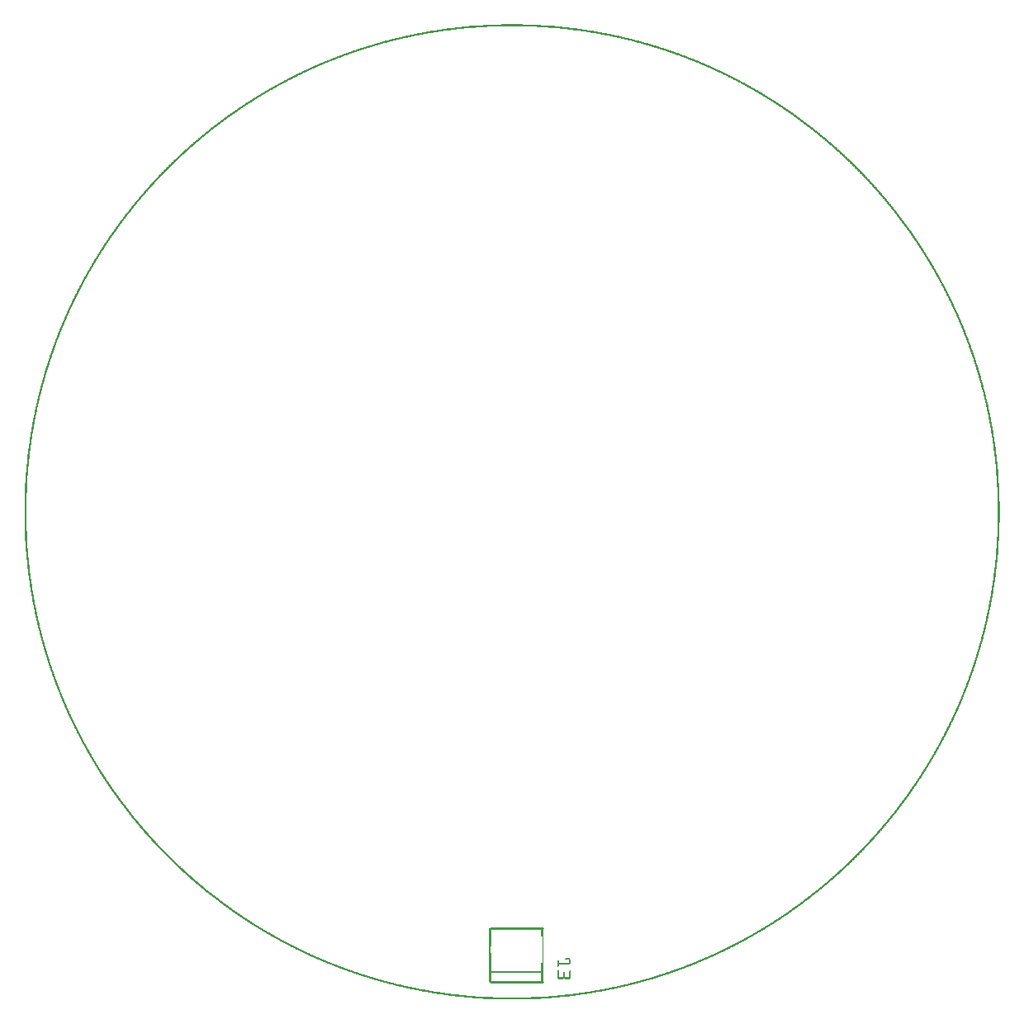
<source format=gto>
G04 MADE WITH FRITZING*
G04 WWW.FRITZING.ORG*
G04 DOUBLE SIDED*
G04 HOLES PLATED*
G04 CONTOUR ON CENTER OF CONTOUR VECTOR*
%ASAXBY*%
%FSLAX23Y23*%
%MOIN*%
%OFA0B0*%
%SFA1.0B1.0*%
%ADD10C,0.010000*%
%ADD11C,0.005000*%
%ADD12R,0.001000X0.001000*%
%LNSILK1*%
G90*
G70*
G54D10*
X2091Y289D02*
X1881Y289D01*
D02*
X1881Y73D02*
X2091Y73D01*
G54D11*
D02*
X1881Y113D02*
X2091Y113D01*
G54D12*
X1926Y3937D02*
X2012Y3937D01*
X1892Y3936D02*
X2046Y3936D01*
X1870Y3935D02*
X2068Y3935D01*
X1852Y3934D02*
X2086Y3934D01*
X1836Y3933D02*
X2102Y3933D01*
X1822Y3932D02*
X2116Y3932D01*
X1809Y3931D02*
X2129Y3931D01*
X1797Y3930D02*
X2141Y3930D01*
X1786Y3929D02*
X1925Y3929D01*
X2013Y3929D02*
X2152Y3929D01*
X1775Y3928D02*
X1891Y3928D01*
X2047Y3928D02*
X2163Y3928D01*
X1765Y3927D02*
X1869Y3927D01*
X2069Y3927D02*
X2173Y3927D01*
X1756Y3926D02*
X1851Y3926D01*
X2087Y3926D02*
X2182Y3926D01*
X1747Y3925D02*
X1835Y3925D01*
X2103Y3925D02*
X2191Y3925D01*
X1738Y3924D02*
X1821Y3924D01*
X2117Y3924D02*
X2200Y3924D01*
X1730Y3923D02*
X1808Y3923D01*
X2130Y3923D02*
X2208Y3923D01*
X1722Y3922D02*
X1796Y3922D01*
X2142Y3922D02*
X2216Y3922D01*
X1714Y3921D02*
X1785Y3921D01*
X2153Y3921D02*
X2224Y3921D01*
X1706Y3920D02*
X1774Y3920D01*
X2164Y3920D02*
X2232Y3920D01*
X1699Y3919D02*
X1764Y3919D01*
X2174Y3919D02*
X2239Y3919D01*
X1692Y3918D02*
X1755Y3918D01*
X2183Y3918D02*
X2246Y3918D01*
X1685Y3917D02*
X1746Y3917D01*
X2192Y3917D02*
X2253Y3917D01*
X1678Y3916D02*
X1737Y3916D01*
X2201Y3916D02*
X2260Y3916D01*
X1671Y3915D02*
X1729Y3915D01*
X2209Y3915D02*
X2267Y3915D01*
X1665Y3914D02*
X1721Y3914D01*
X2217Y3914D02*
X2273Y3914D01*
X1658Y3913D02*
X1713Y3913D01*
X2225Y3913D02*
X2280Y3913D01*
X1652Y3912D02*
X1705Y3912D01*
X2232Y3912D02*
X2286Y3912D01*
X1646Y3911D02*
X1698Y3911D01*
X2240Y3911D02*
X2292Y3911D01*
X1640Y3910D02*
X1691Y3910D01*
X2247Y3910D02*
X2298Y3910D01*
X1634Y3909D02*
X1684Y3909D01*
X2254Y3909D02*
X2304Y3909D01*
X1628Y3908D02*
X1677Y3908D01*
X2261Y3908D02*
X2310Y3908D01*
X1623Y3907D02*
X1670Y3907D01*
X2268Y3907D02*
X2315Y3907D01*
X1617Y3906D02*
X1664Y3906D01*
X2274Y3906D02*
X2321Y3906D01*
X1612Y3905D02*
X1658Y3905D01*
X2280Y3905D02*
X2326Y3905D01*
X1606Y3904D02*
X1651Y3904D01*
X2287Y3904D02*
X2332Y3904D01*
X1601Y3903D02*
X1645Y3903D01*
X2293Y3903D02*
X2337Y3903D01*
X1596Y3902D02*
X1639Y3902D01*
X2299Y3902D02*
X2342Y3902D01*
X1591Y3901D02*
X1634Y3901D01*
X2304Y3901D02*
X2347Y3901D01*
X1586Y3900D02*
X1628Y3900D01*
X2310Y3900D02*
X2352Y3900D01*
X1580Y3899D02*
X1622Y3899D01*
X2316Y3899D02*
X2358Y3899D01*
X1575Y3898D02*
X1616Y3898D01*
X2322Y3898D02*
X2363Y3898D01*
X1571Y3897D02*
X1611Y3897D01*
X2327Y3897D02*
X2367Y3897D01*
X1566Y3896D02*
X1606Y3896D01*
X2332Y3896D02*
X2372Y3896D01*
X1561Y3895D02*
X1600Y3895D01*
X2338Y3895D02*
X2377Y3895D01*
X1556Y3894D02*
X1595Y3894D01*
X2343Y3894D02*
X2382Y3894D01*
X1552Y3893D02*
X1590Y3893D01*
X2348Y3893D02*
X2386Y3893D01*
X1547Y3892D02*
X1585Y3892D01*
X2353Y3892D02*
X2391Y3892D01*
X1543Y3891D02*
X1580Y3891D01*
X2358Y3891D02*
X2395Y3891D01*
X1538Y3890D02*
X1575Y3890D01*
X2363Y3890D02*
X2400Y3890D01*
X1534Y3889D02*
X1570Y3889D01*
X2368Y3889D02*
X2404Y3889D01*
X1529Y3888D02*
X1565Y3888D01*
X2373Y3888D02*
X2409Y3888D01*
X1525Y3887D02*
X1561Y3887D01*
X2377Y3887D02*
X2413Y3887D01*
X1521Y3886D02*
X1556Y3886D01*
X2382Y3886D02*
X2417Y3886D01*
X1516Y3885D02*
X1551Y3885D01*
X2387Y3885D02*
X2422Y3885D01*
X1512Y3884D02*
X1547Y3884D01*
X2391Y3884D02*
X2426Y3884D01*
X1508Y3883D02*
X1542Y3883D01*
X2396Y3883D02*
X2430Y3883D01*
X1504Y3882D02*
X1538Y3882D01*
X2400Y3882D02*
X2434Y3882D01*
X1500Y3881D02*
X1533Y3881D01*
X2405Y3881D02*
X2438Y3881D01*
X1496Y3880D02*
X1529Y3880D01*
X2409Y3880D02*
X2442Y3880D01*
X1492Y3879D02*
X1524Y3879D01*
X2414Y3879D02*
X2446Y3879D01*
X1488Y3878D02*
X1520Y3878D01*
X2419Y3878D02*
X2450Y3878D01*
X1484Y3877D02*
X1516Y3877D01*
X2422Y3877D02*
X2454Y3877D01*
X1480Y3876D02*
X1512Y3876D01*
X2426Y3876D02*
X2458Y3876D01*
X1476Y3875D02*
X1507Y3875D01*
X2431Y3875D02*
X2462Y3875D01*
X1472Y3874D02*
X1503Y3874D01*
X2435Y3874D02*
X2466Y3874D01*
X1468Y3873D02*
X1499Y3873D01*
X2439Y3873D02*
X2470Y3873D01*
X1464Y3872D02*
X1495Y3872D01*
X2443Y3872D02*
X2474Y3872D01*
X1461Y3871D02*
X1491Y3871D01*
X2447Y3871D02*
X2477Y3871D01*
X1457Y3870D02*
X1487Y3870D01*
X2451Y3870D02*
X2481Y3870D01*
X1453Y3869D02*
X1483Y3869D01*
X2455Y3869D02*
X2485Y3869D01*
X1449Y3868D02*
X1479Y3868D01*
X2459Y3868D02*
X2489Y3868D01*
X1446Y3867D02*
X1475Y3867D01*
X2463Y3867D02*
X2492Y3867D01*
X1442Y3866D02*
X1472Y3866D01*
X2466Y3866D02*
X2496Y3866D01*
X1439Y3865D02*
X1468Y3865D01*
X2470Y3865D02*
X2499Y3865D01*
X1435Y3864D02*
X1464Y3864D01*
X2474Y3864D02*
X2503Y3864D01*
X1431Y3863D02*
X1460Y3863D01*
X2478Y3863D02*
X2507Y3863D01*
X1428Y3862D02*
X1456Y3862D01*
X2482Y3862D02*
X2510Y3862D01*
X1425Y3861D02*
X1453Y3861D01*
X2485Y3861D02*
X2513Y3861D01*
X1421Y3860D02*
X1449Y3860D01*
X2489Y3860D02*
X2517Y3860D01*
X1418Y3859D02*
X1446Y3859D01*
X2492Y3859D02*
X2520Y3859D01*
X1414Y3858D02*
X1442Y3858D01*
X2496Y3858D02*
X2524Y3858D01*
X1411Y3857D02*
X1438Y3857D01*
X2500Y3857D02*
X2527Y3857D01*
X1407Y3856D02*
X1435Y3856D01*
X2503Y3856D02*
X2531Y3856D01*
X1404Y3855D02*
X1431Y3855D01*
X2507Y3855D02*
X2534Y3855D01*
X1401Y3854D02*
X1428Y3854D01*
X2510Y3854D02*
X2537Y3854D01*
X1397Y3853D02*
X1424Y3853D01*
X2514Y3853D02*
X2541Y3853D01*
X1394Y3852D02*
X1421Y3852D01*
X2517Y3852D02*
X2544Y3852D01*
X1391Y3851D02*
X1417Y3851D01*
X2521Y3851D02*
X2547Y3851D01*
X1388Y3850D02*
X1414Y3850D01*
X2524Y3850D02*
X2550Y3850D01*
X1384Y3849D02*
X1410Y3849D01*
X2528Y3849D02*
X2554Y3849D01*
X1381Y3848D02*
X1407Y3848D01*
X2531Y3848D02*
X2557Y3848D01*
X1378Y3847D02*
X1404Y3847D01*
X2534Y3847D02*
X2560Y3847D01*
X1375Y3846D02*
X1401Y3846D01*
X2537Y3846D02*
X2563Y3846D01*
X1372Y3845D02*
X1397Y3845D01*
X2541Y3845D02*
X2566Y3845D01*
X1369Y3844D02*
X1394Y3844D01*
X2544Y3844D02*
X2569Y3844D01*
X1365Y3843D02*
X1391Y3843D01*
X2547Y3843D02*
X2573Y3843D01*
X1362Y3842D02*
X1387Y3842D01*
X2551Y3842D02*
X2576Y3842D01*
X1359Y3841D02*
X1384Y3841D01*
X2554Y3841D02*
X2579Y3841D01*
X1356Y3840D02*
X1381Y3840D01*
X2557Y3840D02*
X2582Y3840D01*
X1353Y3839D02*
X1378Y3839D01*
X2560Y3839D02*
X2585Y3839D01*
X1350Y3838D02*
X1375Y3838D01*
X2563Y3838D02*
X2588Y3838D01*
X1347Y3837D02*
X1372Y3837D01*
X2566Y3837D02*
X2591Y3837D01*
X1344Y3836D02*
X1368Y3836D01*
X2570Y3836D02*
X2594Y3836D01*
X1341Y3835D02*
X1365Y3835D01*
X2573Y3835D02*
X2597Y3835D01*
X1338Y3834D02*
X1362Y3834D01*
X2576Y3834D02*
X2600Y3834D01*
X1335Y3833D02*
X1359Y3833D01*
X2579Y3833D02*
X2603Y3833D01*
X1332Y3832D02*
X1356Y3832D01*
X2582Y3832D02*
X2606Y3832D01*
X1329Y3831D02*
X1353Y3831D01*
X2585Y3831D02*
X2609Y3831D01*
X1327Y3830D02*
X1350Y3830D01*
X2588Y3830D02*
X2611Y3830D01*
X1324Y3829D02*
X1347Y3829D01*
X2591Y3829D02*
X2614Y3829D01*
X1321Y3828D02*
X1344Y3828D01*
X2594Y3828D02*
X2617Y3828D01*
X1318Y3827D02*
X1341Y3827D01*
X2597Y3827D02*
X2620Y3827D01*
X1315Y3826D02*
X1338Y3826D01*
X2600Y3826D02*
X2623Y3826D01*
X1312Y3825D02*
X1335Y3825D01*
X2603Y3825D02*
X2626Y3825D01*
X1309Y3824D02*
X1332Y3824D01*
X2606Y3824D02*
X2629Y3824D01*
X1307Y3823D02*
X1329Y3823D01*
X2609Y3823D02*
X2631Y3823D01*
X1304Y3822D02*
X1326Y3822D01*
X2612Y3822D02*
X2634Y3822D01*
X1301Y3821D02*
X1324Y3821D01*
X2614Y3821D02*
X2637Y3821D01*
X1298Y3820D02*
X1321Y3820D01*
X2617Y3820D02*
X2640Y3820D01*
X1296Y3819D02*
X1318Y3819D01*
X2620Y3819D02*
X2642Y3819D01*
X1293Y3818D02*
X1315Y3818D01*
X2623Y3818D02*
X2645Y3818D01*
X1290Y3817D02*
X1312Y3817D01*
X2626Y3817D02*
X2648Y3817D01*
X1287Y3816D02*
X1309Y3816D01*
X2629Y3816D02*
X2651Y3816D01*
X1285Y3815D02*
X1307Y3815D01*
X2631Y3815D02*
X2653Y3815D01*
X1282Y3814D02*
X1304Y3814D01*
X2634Y3814D02*
X2656Y3814D01*
X1279Y3813D02*
X1301Y3813D01*
X2637Y3813D02*
X2659Y3813D01*
X1277Y3812D02*
X1298Y3812D01*
X2640Y3812D02*
X2661Y3812D01*
X1274Y3811D02*
X1295Y3811D01*
X2643Y3811D02*
X2664Y3811D01*
X1271Y3810D02*
X1293Y3810D01*
X2645Y3810D02*
X2667Y3810D01*
X1269Y3809D02*
X1290Y3809D01*
X2648Y3809D02*
X2669Y3809D01*
X1266Y3808D02*
X1287Y3808D01*
X2651Y3808D02*
X2672Y3808D01*
X1263Y3807D02*
X1285Y3807D01*
X2653Y3807D02*
X2675Y3807D01*
X1261Y3806D02*
X1282Y3806D01*
X2656Y3806D02*
X2677Y3806D01*
X1258Y3805D02*
X1279Y3805D01*
X2659Y3805D02*
X2680Y3805D01*
X1256Y3804D02*
X1277Y3804D01*
X2661Y3804D02*
X2682Y3804D01*
X1253Y3803D02*
X1274Y3803D01*
X2664Y3803D02*
X2685Y3803D01*
X1251Y3802D02*
X1271Y3802D01*
X2667Y3802D02*
X2687Y3802D01*
X1248Y3801D02*
X1269Y3801D01*
X2669Y3801D02*
X2690Y3801D01*
X1245Y3800D02*
X1266Y3800D01*
X2672Y3800D02*
X2692Y3800D01*
X1243Y3799D02*
X1264Y3799D01*
X2674Y3799D02*
X2695Y3799D01*
X1241Y3798D02*
X1261Y3798D01*
X2677Y3798D02*
X2697Y3798D01*
X1238Y3797D02*
X1258Y3797D01*
X2680Y3797D02*
X2700Y3797D01*
X1236Y3796D02*
X1256Y3796D01*
X2682Y3796D02*
X2702Y3796D01*
X1233Y3795D02*
X1253Y3795D01*
X2685Y3795D02*
X2705Y3795D01*
X1231Y3794D02*
X1251Y3794D01*
X2687Y3794D02*
X2707Y3794D01*
X1228Y3793D02*
X1248Y3793D01*
X2690Y3793D02*
X2710Y3793D01*
X1226Y3792D02*
X1246Y3792D01*
X2692Y3792D02*
X2712Y3792D01*
X1223Y3791D02*
X1243Y3791D01*
X2695Y3791D02*
X2715Y3791D01*
X1221Y3790D02*
X1241Y3790D01*
X2697Y3790D02*
X2717Y3790D01*
X1218Y3789D02*
X1238Y3789D01*
X2700Y3789D02*
X2720Y3789D01*
X1216Y3788D02*
X1236Y3788D01*
X2702Y3788D02*
X2722Y3788D01*
X1214Y3787D02*
X1233Y3787D01*
X2705Y3787D02*
X2724Y3787D01*
X1211Y3786D02*
X1231Y3786D01*
X2707Y3786D02*
X2727Y3786D01*
X1209Y3785D02*
X1228Y3785D01*
X2710Y3785D02*
X2729Y3785D01*
X1206Y3784D02*
X1226Y3784D01*
X2712Y3784D02*
X2732Y3784D01*
X1204Y3783D02*
X1223Y3783D01*
X2715Y3783D02*
X2734Y3783D01*
X1202Y3782D02*
X1221Y3782D01*
X2717Y3782D02*
X2736Y3782D01*
X1199Y3781D02*
X1219Y3781D01*
X2719Y3781D02*
X2739Y3781D01*
X1197Y3780D02*
X1216Y3780D01*
X2722Y3780D02*
X2741Y3780D01*
X1195Y3779D02*
X1214Y3779D01*
X2724Y3779D02*
X2743Y3779D01*
X1192Y3778D02*
X1211Y3778D01*
X2727Y3778D02*
X2746Y3778D01*
X1190Y3777D02*
X1209Y3777D01*
X2729Y3777D02*
X2748Y3777D01*
X1188Y3776D02*
X1207Y3776D01*
X2731Y3776D02*
X2750Y3776D01*
X1185Y3775D02*
X1204Y3775D01*
X2734Y3775D02*
X2753Y3775D01*
X1183Y3774D02*
X1202Y3774D01*
X2736Y3774D02*
X2755Y3774D01*
X1181Y3773D02*
X1200Y3773D01*
X2738Y3773D02*
X2757Y3773D01*
X1178Y3772D02*
X1197Y3772D01*
X2741Y3772D02*
X2760Y3772D01*
X1176Y3771D02*
X1195Y3771D01*
X2743Y3771D02*
X2762Y3771D01*
X1174Y3770D02*
X1193Y3770D01*
X2745Y3770D02*
X2764Y3770D01*
X1172Y3769D02*
X1190Y3769D01*
X2748Y3769D02*
X2766Y3769D01*
X1169Y3768D02*
X1188Y3768D01*
X2750Y3768D02*
X2769Y3768D01*
X1167Y3767D02*
X1186Y3767D01*
X2752Y3767D02*
X2771Y3767D01*
X1165Y3766D02*
X1183Y3766D01*
X2755Y3766D02*
X2773Y3766D01*
X1163Y3765D02*
X1181Y3765D01*
X2757Y3765D02*
X2775Y3765D01*
X1160Y3764D02*
X1179Y3764D01*
X2759Y3764D02*
X2778Y3764D01*
X1158Y3763D02*
X1177Y3763D01*
X2761Y3763D02*
X2780Y3763D01*
X1156Y3762D02*
X1174Y3762D01*
X2764Y3762D02*
X2782Y3762D01*
X1154Y3761D02*
X1172Y3761D01*
X2766Y3761D02*
X2784Y3761D01*
X1152Y3760D02*
X1170Y3760D01*
X2768Y3760D02*
X2786Y3760D01*
X1150Y3759D02*
X1168Y3759D01*
X2770Y3759D02*
X2788Y3759D01*
X1147Y3758D02*
X1165Y3758D01*
X2773Y3758D02*
X2791Y3758D01*
X1145Y3757D02*
X1163Y3757D01*
X2775Y3757D02*
X2793Y3757D01*
X1143Y3756D02*
X1161Y3756D01*
X2777Y3756D02*
X2795Y3756D01*
X1141Y3755D02*
X1159Y3755D01*
X2779Y3755D02*
X2797Y3755D01*
X1139Y3754D02*
X1156Y3754D01*
X2782Y3754D02*
X2799Y3754D01*
X1136Y3753D02*
X1154Y3753D01*
X2784Y3753D02*
X2801Y3753D01*
X1134Y3752D02*
X1152Y3752D01*
X2786Y3752D02*
X2804Y3752D01*
X1132Y3751D02*
X1150Y3751D01*
X2788Y3751D02*
X2806Y3751D01*
X1130Y3750D02*
X1148Y3750D01*
X2790Y3750D02*
X2808Y3750D01*
X1128Y3749D02*
X1146Y3749D01*
X2792Y3749D02*
X2810Y3749D01*
X1126Y3748D02*
X1143Y3748D01*
X2795Y3748D02*
X2812Y3748D01*
X1124Y3747D02*
X1141Y3747D01*
X2797Y3747D02*
X2814Y3747D01*
X1122Y3746D02*
X1139Y3746D01*
X2799Y3746D02*
X2816Y3746D01*
X1120Y3745D02*
X1137Y3745D01*
X2801Y3745D02*
X2818Y3745D01*
X1118Y3744D02*
X1135Y3744D01*
X2803Y3744D02*
X2820Y3744D01*
X1115Y3743D02*
X1133Y3743D01*
X2805Y3743D02*
X2823Y3743D01*
X1113Y3742D02*
X1131Y3742D01*
X2807Y3742D02*
X2825Y3742D01*
X1111Y3741D02*
X1129Y3741D01*
X2809Y3741D02*
X2827Y3741D01*
X1109Y3740D02*
X1126Y3740D01*
X2812Y3740D02*
X2829Y3740D01*
X1107Y3739D02*
X1124Y3739D01*
X2814Y3739D02*
X2831Y3739D01*
X1105Y3738D02*
X1122Y3738D01*
X2816Y3738D02*
X2833Y3738D01*
X1103Y3737D02*
X1120Y3737D01*
X2818Y3737D02*
X2835Y3737D01*
X1101Y3736D02*
X1118Y3736D01*
X2820Y3736D02*
X2837Y3736D01*
X1099Y3735D02*
X1116Y3735D01*
X2822Y3735D02*
X2839Y3735D01*
X1097Y3734D02*
X1114Y3734D01*
X2824Y3734D02*
X2841Y3734D01*
X1095Y3733D02*
X1112Y3733D01*
X2826Y3733D02*
X2843Y3733D01*
X1093Y3732D02*
X1110Y3732D01*
X2828Y3732D02*
X2845Y3732D01*
X1091Y3731D02*
X1108Y3731D01*
X2830Y3731D02*
X2847Y3731D01*
X1089Y3730D02*
X1106Y3730D01*
X2832Y3730D02*
X2849Y3730D01*
X1087Y3729D02*
X1104Y3729D01*
X2834Y3729D02*
X2851Y3729D01*
X1085Y3728D02*
X1102Y3728D01*
X2836Y3728D02*
X2853Y3728D01*
X1083Y3727D02*
X1100Y3727D01*
X2838Y3727D02*
X2855Y3727D01*
X1081Y3726D02*
X1098Y3726D01*
X2840Y3726D02*
X2857Y3726D01*
X1079Y3725D02*
X1096Y3725D01*
X2842Y3725D02*
X2859Y3725D01*
X1077Y3724D02*
X1094Y3724D01*
X2844Y3724D02*
X2861Y3724D01*
X1075Y3723D02*
X1092Y3723D01*
X2846Y3723D02*
X2863Y3723D01*
X1073Y3722D02*
X1090Y3722D01*
X2848Y3722D02*
X2865Y3722D01*
X1071Y3721D02*
X1088Y3721D01*
X2850Y3721D02*
X2867Y3721D01*
X1069Y3720D02*
X1086Y3720D01*
X2852Y3720D02*
X2869Y3720D01*
X1067Y3719D02*
X1084Y3719D01*
X2854Y3719D02*
X2871Y3719D01*
X1066Y3718D02*
X1082Y3718D01*
X2856Y3718D02*
X2872Y3718D01*
X1064Y3717D02*
X1080Y3717D01*
X2858Y3717D02*
X2874Y3717D01*
X1062Y3716D02*
X1078Y3716D01*
X2860Y3716D02*
X2876Y3716D01*
X1060Y3715D02*
X1076Y3715D01*
X2862Y3715D02*
X2878Y3715D01*
X1058Y3714D02*
X1074Y3714D01*
X2864Y3714D02*
X2880Y3714D01*
X1056Y3713D02*
X1072Y3713D01*
X2866Y3713D02*
X2882Y3713D01*
X1054Y3712D02*
X1070Y3712D01*
X2868Y3712D02*
X2883Y3712D01*
X1052Y3711D02*
X1068Y3711D01*
X2870Y3711D02*
X2886Y3711D01*
X1050Y3710D02*
X1066Y3710D01*
X2872Y3710D02*
X2888Y3710D01*
X1048Y3709D02*
X1064Y3709D01*
X2874Y3709D02*
X2890Y3709D01*
X1046Y3708D02*
X1062Y3708D01*
X2876Y3708D02*
X2892Y3708D01*
X1045Y3707D02*
X1060Y3707D01*
X2878Y3707D02*
X2893Y3707D01*
X1043Y3706D02*
X1058Y3706D01*
X2880Y3706D02*
X2895Y3706D01*
X1041Y3705D02*
X1057Y3705D01*
X2881Y3705D02*
X2897Y3705D01*
X1039Y3704D02*
X1055Y3704D01*
X2883Y3704D02*
X2899Y3704D01*
X1037Y3703D02*
X1053Y3703D01*
X2885Y3703D02*
X2901Y3703D01*
X1035Y3702D02*
X1051Y3702D01*
X2887Y3702D02*
X2903Y3702D01*
X1033Y3701D02*
X1049Y3701D01*
X2889Y3701D02*
X2905Y3701D01*
X1031Y3700D02*
X1047Y3700D01*
X2891Y3700D02*
X2907Y3700D01*
X1030Y3699D02*
X1045Y3699D01*
X2893Y3699D02*
X2908Y3699D01*
X1028Y3698D02*
X1043Y3698D01*
X2895Y3698D02*
X2910Y3698D01*
X1026Y3697D02*
X1042Y3697D01*
X2896Y3697D02*
X2912Y3697D01*
X1024Y3696D02*
X1040Y3696D01*
X2898Y3696D02*
X2914Y3696D01*
X1022Y3695D02*
X1038Y3695D01*
X2900Y3695D02*
X2916Y3695D01*
X1021Y3694D02*
X1036Y3694D01*
X2902Y3694D02*
X2917Y3694D01*
X1019Y3693D02*
X1034Y3693D01*
X2904Y3693D02*
X2919Y3693D01*
X1017Y3692D02*
X1032Y3692D01*
X2906Y3692D02*
X2921Y3692D01*
X1015Y3691D02*
X1030Y3691D01*
X2908Y3691D02*
X2923Y3691D01*
X1013Y3690D02*
X1029Y3690D01*
X2909Y3690D02*
X2925Y3690D01*
X1012Y3689D02*
X1027Y3689D01*
X2911Y3689D02*
X2926Y3689D01*
X1010Y3688D02*
X1025Y3688D01*
X2913Y3688D02*
X2928Y3688D01*
X1008Y3687D02*
X1023Y3687D01*
X2915Y3687D02*
X2930Y3687D01*
X1006Y3686D02*
X1021Y3686D01*
X2917Y3686D02*
X2932Y3686D01*
X1004Y3685D02*
X1020Y3685D01*
X2918Y3685D02*
X2934Y3685D01*
X1003Y3684D02*
X1018Y3684D01*
X2920Y3684D02*
X2935Y3684D01*
X1001Y3683D02*
X1016Y3683D01*
X2922Y3683D02*
X2937Y3683D01*
X999Y3682D02*
X1014Y3682D01*
X2924Y3682D02*
X2939Y3682D01*
X997Y3681D02*
X1012Y3681D01*
X2926Y3681D02*
X2941Y3681D01*
X996Y3680D02*
X1011Y3680D01*
X2927Y3680D02*
X2942Y3680D01*
X994Y3679D02*
X1009Y3679D01*
X2929Y3679D02*
X2944Y3679D01*
X992Y3678D02*
X1007Y3678D01*
X2931Y3678D02*
X2946Y3678D01*
X990Y3677D02*
X1005Y3677D01*
X2933Y3677D02*
X2948Y3677D01*
X989Y3676D02*
X1004Y3676D01*
X2934Y3676D02*
X2949Y3676D01*
X987Y3675D02*
X1002Y3675D01*
X2936Y3675D02*
X2951Y3675D01*
X985Y3674D02*
X1000Y3674D01*
X2938Y3674D02*
X2953Y3674D01*
X983Y3673D02*
X998Y3673D01*
X2940Y3673D02*
X2955Y3673D01*
X982Y3672D02*
X996Y3672D01*
X2942Y3672D02*
X2956Y3672D01*
X980Y3671D02*
X995Y3671D01*
X2943Y3671D02*
X2958Y3671D01*
X978Y3670D02*
X993Y3670D01*
X2945Y3670D02*
X2960Y3670D01*
X977Y3669D02*
X991Y3669D01*
X2947Y3669D02*
X2961Y3669D01*
X975Y3668D02*
X990Y3668D01*
X2948Y3668D02*
X2963Y3668D01*
X973Y3667D02*
X988Y3667D01*
X2950Y3667D02*
X2965Y3667D01*
X971Y3666D02*
X986Y3666D01*
X2952Y3666D02*
X2967Y3666D01*
X970Y3665D02*
X984Y3665D01*
X2954Y3665D02*
X2968Y3665D01*
X968Y3664D02*
X983Y3664D01*
X2955Y3664D02*
X2970Y3664D01*
X966Y3663D02*
X981Y3663D01*
X2957Y3663D02*
X2972Y3663D01*
X965Y3662D02*
X979Y3662D01*
X2959Y3662D02*
X2973Y3662D01*
X963Y3661D02*
X978Y3661D01*
X2960Y3661D02*
X2975Y3661D01*
X961Y3660D02*
X976Y3660D01*
X2962Y3660D02*
X2977Y3660D01*
X960Y3659D02*
X974Y3659D01*
X2964Y3659D02*
X2978Y3659D01*
X958Y3658D02*
X972Y3658D01*
X2966Y3658D02*
X2980Y3658D01*
X956Y3657D02*
X971Y3657D01*
X2967Y3657D02*
X2982Y3657D01*
X955Y3656D02*
X969Y3656D01*
X2969Y3656D02*
X2983Y3656D01*
X953Y3655D02*
X967Y3655D01*
X2971Y3655D02*
X2985Y3655D01*
X951Y3654D02*
X966Y3654D01*
X2972Y3654D02*
X2987Y3654D01*
X950Y3653D02*
X964Y3653D01*
X2974Y3653D02*
X2988Y3653D01*
X948Y3652D02*
X962Y3652D01*
X2976Y3652D02*
X2990Y3652D01*
X946Y3651D02*
X961Y3651D01*
X2977Y3651D02*
X2992Y3651D01*
X945Y3650D02*
X959Y3650D01*
X2979Y3650D02*
X2993Y3650D01*
X943Y3649D02*
X957Y3649D01*
X2981Y3649D02*
X2995Y3649D01*
X942Y3648D02*
X956Y3648D01*
X2982Y3648D02*
X2996Y3648D01*
X940Y3647D02*
X954Y3647D01*
X2984Y3647D02*
X2998Y3647D01*
X938Y3646D02*
X952Y3646D01*
X2986Y3646D02*
X3000Y3646D01*
X937Y3645D02*
X951Y3645D01*
X2987Y3645D02*
X3001Y3645D01*
X935Y3644D02*
X949Y3644D01*
X2989Y3644D02*
X3003Y3644D01*
X933Y3643D02*
X947Y3643D01*
X2991Y3643D02*
X3005Y3643D01*
X932Y3642D02*
X946Y3642D01*
X2992Y3642D02*
X3006Y3642D01*
X930Y3641D02*
X944Y3641D01*
X2994Y3641D02*
X3008Y3641D01*
X929Y3640D02*
X943Y3640D01*
X2995Y3640D02*
X3009Y3640D01*
X927Y3639D02*
X941Y3639D01*
X2997Y3639D02*
X3011Y3639D01*
X925Y3638D02*
X939Y3638D01*
X2999Y3638D02*
X3013Y3638D01*
X924Y3637D02*
X938Y3637D01*
X3000Y3637D02*
X3014Y3637D01*
X922Y3636D02*
X936Y3636D01*
X3002Y3636D02*
X3016Y3636D01*
X921Y3635D02*
X934Y3635D01*
X3004Y3635D02*
X3017Y3635D01*
X919Y3634D02*
X933Y3634D01*
X3005Y3634D02*
X3019Y3634D01*
X917Y3633D02*
X931Y3633D01*
X3007Y3633D02*
X3021Y3633D01*
X916Y3632D02*
X930Y3632D01*
X3008Y3632D02*
X3022Y3632D01*
X914Y3631D02*
X928Y3631D01*
X3010Y3631D02*
X3024Y3631D01*
X913Y3630D02*
X927Y3630D01*
X3011Y3630D02*
X3025Y3630D01*
X911Y3629D02*
X925Y3629D01*
X3013Y3629D02*
X3027Y3629D01*
X910Y3628D02*
X923Y3628D01*
X3015Y3628D02*
X3028Y3628D01*
X908Y3627D02*
X922Y3627D01*
X3016Y3627D02*
X3030Y3627D01*
X906Y3626D02*
X920Y3626D01*
X3018Y3626D02*
X3032Y3626D01*
X905Y3625D02*
X919Y3625D01*
X3019Y3625D02*
X3033Y3625D01*
X903Y3624D02*
X917Y3624D01*
X3021Y3624D02*
X3035Y3624D01*
X902Y3623D02*
X915Y3623D01*
X3023Y3623D02*
X3036Y3623D01*
X900Y3622D02*
X914Y3622D01*
X3024Y3622D02*
X3038Y3622D01*
X899Y3621D02*
X912Y3621D01*
X3026Y3621D02*
X3039Y3621D01*
X897Y3620D02*
X911Y3620D01*
X3027Y3620D02*
X3041Y3620D01*
X896Y3619D02*
X909Y3619D01*
X3029Y3619D02*
X3042Y3619D01*
X894Y3618D02*
X908Y3618D01*
X3030Y3618D02*
X3044Y3618D01*
X893Y3617D02*
X906Y3617D01*
X3032Y3617D02*
X3045Y3617D01*
X891Y3616D02*
X905Y3616D01*
X3033Y3616D02*
X3047Y3616D01*
X890Y3615D02*
X903Y3615D01*
X3035Y3615D02*
X3048Y3615D01*
X888Y3614D02*
X901Y3614D01*
X3036Y3614D02*
X3050Y3614D01*
X886Y3613D02*
X900Y3613D01*
X3038Y3613D02*
X3051Y3613D01*
X885Y3612D02*
X898Y3612D01*
X3040Y3612D02*
X3053Y3612D01*
X883Y3611D02*
X897Y3611D01*
X3041Y3611D02*
X3054Y3611D01*
X882Y3610D02*
X895Y3610D01*
X3043Y3610D02*
X3056Y3610D01*
X880Y3609D02*
X894Y3609D01*
X3044Y3609D02*
X3057Y3609D01*
X879Y3608D02*
X892Y3608D01*
X3046Y3608D02*
X3059Y3608D01*
X878Y3607D02*
X891Y3607D01*
X3047Y3607D02*
X3060Y3607D01*
X876Y3606D02*
X889Y3606D01*
X3049Y3606D02*
X3062Y3606D01*
X875Y3605D02*
X888Y3605D01*
X3050Y3605D02*
X3063Y3605D01*
X873Y3604D02*
X886Y3604D01*
X3052Y3604D02*
X3065Y3604D01*
X872Y3603D02*
X885Y3603D01*
X3053Y3603D02*
X3066Y3603D01*
X870Y3602D02*
X883Y3602D01*
X3055Y3602D02*
X3068Y3602D01*
X869Y3601D02*
X882Y3601D01*
X3056Y3601D02*
X3069Y3601D01*
X867Y3600D02*
X880Y3600D01*
X3058Y3600D02*
X3071Y3600D01*
X866Y3599D02*
X879Y3599D01*
X3059Y3599D02*
X3072Y3599D01*
X864Y3598D02*
X877Y3598D01*
X3061Y3598D02*
X3074Y3598D01*
X863Y3597D02*
X876Y3597D01*
X3062Y3597D02*
X3075Y3597D01*
X861Y3596D02*
X874Y3596D01*
X3064Y3596D02*
X3077Y3596D01*
X860Y3595D02*
X873Y3595D01*
X3065Y3595D02*
X3078Y3595D01*
X858Y3594D02*
X871Y3594D01*
X3067Y3594D02*
X3080Y3594D01*
X857Y3593D02*
X870Y3593D01*
X3068Y3593D02*
X3081Y3593D01*
X855Y3592D02*
X868Y3592D01*
X3070Y3592D02*
X3083Y3592D01*
X854Y3591D02*
X867Y3591D01*
X3071Y3591D02*
X3084Y3591D01*
X852Y3590D02*
X865Y3590D01*
X3073Y3590D02*
X3086Y3590D01*
X851Y3589D02*
X864Y3589D01*
X3074Y3589D02*
X3087Y3589D01*
X850Y3588D02*
X863Y3588D01*
X3075Y3588D02*
X3088Y3588D01*
X848Y3587D02*
X861Y3587D01*
X3077Y3587D02*
X3090Y3587D01*
X847Y3586D02*
X860Y3586D01*
X3078Y3586D02*
X3091Y3586D01*
X845Y3585D02*
X858Y3585D01*
X3080Y3585D02*
X3093Y3585D01*
X844Y3584D02*
X857Y3584D01*
X3081Y3584D02*
X3094Y3584D01*
X842Y3583D02*
X855Y3583D01*
X3083Y3583D02*
X3096Y3583D01*
X841Y3582D02*
X854Y3582D01*
X3084Y3582D02*
X3097Y3582D01*
X840Y3581D02*
X852Y3581D01*
X3086Y3581D02*
X3098Y3581D01*
X838Y3580D02*
X851Y3580D01*
X3087Y3580D02*
X3100Y3580D01*
X837Y3579D02*
X849Y3579D01*
X3089Y3579D02*
X3101Y3579D01*
X835Y3578D02*
X848Y3578D01*
X3090Y3578D02*
X3103Y3578D01*
X834Y3577D02*
X847Y3577D01*
X3091Y3577D02*
X3104Y3577D01*
X832Y3576D02*
X845Y3576D01*
X3093Y3576D02*
X3106Y3576D01*
X831Y3575D02*
X844Y3575D01*
X3094Y3575D02*
X3107Y3575D01*
X830Y3574D02*
X842Y3574D01*
X3096Y3574D02*
X3108Y3574D01*
X828Y3573D02*
X841Y3573D01*
X3097Y3573D02*
X3110Y3573D01*
X827Y3572D02*
X840Y3572D01*
X3098Y3572D02*
X3111Y3572D01*
X825Y3571D02*
X838Y3571D01*
X3100Y3571D02*
X3113Y3571D01*
X824Y3570D02*
X837Y3570D01*
X3101Y3570D02*
X3114Y3570D01*
X823Y3569D02*
X835Y3569D01*
X3103Y3569D02*
X3115Y3569D01*
X821Y3568D02*
X834Y3568D01*
X3104Y3568D02*
X3117Y3568D01*
X820Y3567D02*
X832Y3567D01*
X3106Y3567D02*
X3118Y3567D01*
X818Y3566D02*
X831Y3566D01*
X3107Y3566D02*
X3120Y3566D01*
X817Y3565D02*
X830Y3565D01*
X3108Y3565D02*
X3121Y3565D01*
X816Y3564D02*
X828Y3564D01*
X3110Y3564D02*
X3122Y3564D01*
X814Y3563D02*
X827Y3563D01*
X3111Y3563D02*
X3124Y3563D01*
X813Y3562D02*
X825Y3562D01*
X3113Y3562D02*
X3125Y3562D01*
X812Y3561D02*
X824Y3561D01*
X3114Y3561D02*
X3126Y3561D01*
X810Y3560D02*
X823Y3560D01*
X3115Y3560D02*
X3128Y3560D01*
X809Y3559D02*
X821Y3559D01*
X3117Y3559D02*
X3129Y3559D01*
X807Y3558D02*
X820Y3558D01*
X3118Y3558D02*
X3131Y3558D01*
X806Y3557D02*
X819Y3557D01*
X3119Y3557D02*
X3132Y3557D01*
X805Y3556D02*
X817Y3556D01*
X3121Y3556D02*
X3133Y3556D01*
X803Y3555D02*
X816Y3555D01*
X3122Y3555D02*
X3135Y3555D01*
X802Y3554D02*
X814Y3554D01*
X3124Y3554D02*
X3136Y3554D01*
X801Y3553D02*
X813Y3553D01*
X3125Y3553D02*
X3137Y3553D01*
X799Y3552D02*
X812Y3552D01*
X3126Y3552D02*
X3139Y3552D01*
X798Y3551D02*
X810Y3551D01*
X3128Y3551D02*
X3140Y3551D01*
X797Y3550D02*
X809Y3550D01*
X3129Y3550D02*
X3141Y3550D01*
X795Y3549D02*
X808Y3549D01*
X3130Y3549D02*
X3143Y3549D01*
X794Y3548D02*
X806Y3548D01*
X3132Y3548D02*
X3144Y3548D01*
X793Y3547D02*
X805Y3547D01*
X3133Y3547D02*
X3145Y3547D01*
X791Y3546D02*
X804Y3546D01*
X3134Y3546D02*
X3147Y3546D01*
X790Y3545D02*
X802Y3545D01*
X3136Y3545D02*
X3148Y3545D01*
X789Y3544D02*
X801Y3544D01*
X3137Y3544D02*
X3149Y3544D01*
X787Y3543D02*
X799Y3543D01*
X3138Y3543D02*
X3151Y3543D01*
X786Y3542D02*
X798Y3542D01*
X3140Y3542D02*
X3152Y3542D01*
X785Y3541D02*
X797Y3541D01*
X3141Y3541D02*
X3153Y3541D01*
X783Y3540D02*
X795Y3540D01*
X3143Y3540D02*
X3155Y3540D01*
X782Y3539D02*
X794Y3539D01*
X3144Y3539D02*
X3156Y3539D01*
X781Y3538D02*
X793Y3538D01*
X3145Y3538D02*
X3157Y3538D01*
X779Y3537D02*
X791Y3537D01*
X3147Y3537D02*
X3159Y3537D01*
X778Y3536D02*
X790Y3536D01*
X3148Y3536D02*
X3160Y3536D01*
X777Y3535D02*
X789Y3535D01*
X3149Y3535D02*
X3161Y3535D01*
X775Y3534D02*
X787Y3534D01*
X3150Y3534D02*
X3163Y3534D01*
X774Y3533D02*
X786Y3533D01*
X3152Y3533D02*
X3164Y3533D01*
X773Y3532D02*
X785Y3532D01*
X3153Y3532D02*
X3165Y3532D01*
X771Y3531D02*
X784Y3531D01*
X3154Y3531D02*
X3167Y3531D01*
X770Y3530D02*
X782Y3530D01*
X3156Y3530D02*
X3168Y3530D01*
X769Y3529D02*
X781Y3529D01*
X3157Y3529D02*
X3169Y3529D01*
X768Y3528D02*
X780Y3528D01*
X3158Y3528D02*
X3170Y3528D01*
X766Y3527D02*
X778Y3527D01*
X3160Y3527D02*
X3172Y3527D01*
X765Y3526D02*
X777Y3526D01*
X3161Y3526D02*
X3173Y3526D01*
X764Y3525D02*
X776Y3525D01*
X3162Y3525D02*
X3174Y3525D01*
X762Y3524D02*
X774Y3524D01*
X3164Y3524D02*
X3176Y3524D01*
X761Y3523D02*
X773Y3523D01*
X3165Y3523D02*
X3177Y3523D01*
X760Y3522D02*
X772Y3522D01*
X3166Y3522D02*
X3178Y3522D01*
X759Y3521D02*
X770Y3521D01*
X3167Y3521D02*
X3179Y3521D01*
X757Y3520D02*
X769Y3520D01*
X3169Y3520D02*
X3181Y3520D01*
X756Y3519D02*
X768Y3519D01*
X3170Y3519D02*
X3182Y3519D01*
X755Y3518D02*
X767Y3518D01*
X3171Y3518D02*
X3183Y3518D01*
X753Y3517D02*
X765Y3517D01*
X3173Y3517D02*
X3185Y3517D01*
X752Y3516D02*
X764Y3516D01*
X3174Y3516D02*
X3186Y3516D01*
X751Y3515D02*
X763Y3515D01*
X3175Y3515D02*
X3187Y3515D01*
X750Y3514D02*
X761Y3514D01*
X3177Y3514D02*
X3188Y3514D01*
X748Y3513D02*
X760Y3513D01*
X3178Y3513D02*
X3190Y3513D01*
X747Y3512D02*
X759Y3512D01*
X3179Y3512D02*
X3191Y3512D01*
X746Y3511D02*
X758Y3511D01*
X3180Y3511D02*
X3192Y3511D01*
X745Y3510D02*
X756Y3510D01*
X3182Y3510D02*
X3193Y3510D01*
X743Y3509D02*
X755Y3509D01*
X3183Y3509D02*
X3195Y3509D01*
X742Y3508D02*
X754Y3508D01*
X3184Y3508D02*
X3196Y3508D01*
X741Y3507D02*
X753Y3507D01*
X3185Y3507D02*
X3197Y3507D01*
X740Y3506D02*
X751Y3506D01*
X3187Y3506D02*
X3198Y3506D01*
X738Y3505D02*
X750Y3505D01*
X3188Y3505D02*
X3200Y3505D01*
X737Y3504D02*
X749Y3504D01*
X3189Y3504D02*
X3201Y3504D01*
X736Y3503D02*
X748Y3503D01*
X3190Y3503D02*
X3202Y3503D01*
X735Y3502D02*
X746Y3502D01*
X3192Y3502D02*
X3203Y3502D01*
X733Y3501D02*
X745Y3501D01*
X3193Y3501D02*
X3205Y3501D01*
X732Y3500D02*
X744Y3500D01*
X3194Y3500D02*
X3206Y3500D01*
X731Y3499D02*
X743Y3499D01*
X3195Y3499D02*
X3207Y3499D01*
X730Y3498D02*
X741Y3498D01*
X3197Y3498D02*
X3208Y3498D01*
X728Y3497D02*
X740Y3497D01*
X3198Y3497D02*
X3210Y3497D01*
X727Y3496D02*
X739Y3496D01*
X3199Y3496D02*
X3211Y3496D01*
X726Y3495D02*
X738Y3495D01*
X3200Y3495D02*
X3212Y3495D01*
X725Y3494D02*
X736Y3494D01*
X3202Y3494D02*
X3213Y3494D01*
X724Y3493D02*
X735Y3493D01*
X3203Y3493D02*
X3214Y3493D01*
X722Y3492D02*
X734Y3492D01*
X3204Y3492D02*
X3216Y3492D01*
X721Y3491D02*
X733Y3491D01*
X3205Y3491D02*
X3217Y3491D01*
X720Y3490D02*
X731Y3490D01*
X3207Y3490D02*
X3218Y3490D01*
X719Y3489D02*
X730Y3489D01*
X3208Y3489D02*
X3219Y3489D01*
X717Y3488D02*
X729Y3488D01*
X3209Y3488D02*
X3221Y3488D01*
X716Y3487D02*
X728Y3487D01*
X3210Y3487D02*
X3222Y3487D01*
X715Y3486D02*
X727Y3486D01*
X3211Y3486D02*
X3223Y3486D01*
X714Y3485D02*
X725Y3485D01*
X3213Y3485D02*
X3224Y3485D01*
X713Y3484D02*
X724Y3484D01*
X3214Y3484D02*
X3225Y3484D01*
X711Y3483D02*
X723Y3483D01*
X3215Y3483D02*
X3227Y3483D01*
X710Y3482D02*
X722Y3482D01*
X3216Y3482D02*
X3228Y3482D01*
X709Y3481D02*
X720Y3481D01*
X3218Y3481D02*
X3229Y3481D01*
X708Y3480D02*
X719Y3480D01*
X3219Y3480D02*
X3230Y3480D01*
X707Y3479D02*
X718Y3479D01*
X3220Y3479D02*
X3231Y3479D01*
X705Y3478D02*
X717Y3478D01*
X3221Y3478D02*
X3233Y3478D01*
X704Y3477D02*
X716Y3477D01*
X3222Y3477D02*
X3234Y3477D01*
X703Y3476D02*
X714Y3476D01*
X3224Y3476D02*
X3235Y3476D01*
X702Y3475D02*
X713Y3475D01*
X3225Y3475D02*
X3236Y3475D01*
X701Y3474D02*
X712Y3474D01*
X3226Y3474D02*
X3237Y3474D01*
X699Y3473D02*
X711Y3473D01*
X3227Y3473D02*
X3239Y3473D01*
X698Y3472D02*
X710Y3472D01*
X3228Y3472D02*
X3240Y3472D01*
X697Y3471D02*
X708Y3471D01*
X3230Y3471D02*
X3241Y3471D01*
X696Y3470D02*
X707Y3470D01*
X3231Y3470D02*
X3242Y3470D01*
X695Y3469D02*
X706Y3469D01*
X3232Y3469D02*
X3243Y3469D01*
X694Y3468D02*
X705Y3468D01*
X3233Y3468D02*
X3244Y3468D01*
X692Y3467D02*
X704Y3467D01*
X3234Y3467D02*
X3246Y3467D01*
X691Y3466D02*
X703Y3466D01*
X3235Y3466D02*
X3247Y3466D01*
X690Y3465D02*
X701Y3465D01*
X3237Y3465D02*
X3248Y3465D01*
X689Y3464D02*
X700Y3464D01*
X3238Y3464D02*
X3249Y3464D01*
X688Y3463D02*
X699Y3463D01*
X3239Y3463D02*
X3250Y3463D01*
X687Y3462D02*
X698Y3462D01*
X3240Y3462D02*
X3251Y3462D01*
X685Y3461D02*
X697Y3461D01*
X3241Y3461D02*
X3253Y3461D01*
X684Y3460D02*
X695Y3460D01*
X3242Y3460D02*
X3254Y3460D01*
X683Y3459D02*
X694Y3459D01*
X3244Y3459D02*
X3255Y3459D01*
X682Y3458D02*
X693Y3458D01*
X3245Y3458D02*
X3256Y3458D01*
X681Y3457D02*
X692Y3457D01*
X3246Y3457D02*
X3257Y3457D01*
X680Y3456D02*
X691Y3456D01*
X3247Y3456D02*
X3258Y3456D01*
X678Y3455D02*
X690Y3455D01*
X3248Y3455D02*
X3260Y3455D01*
X677Y3454D02*
X688Y3454D01*
X3249Y3454D02*
X3261Y3454D01*
X676Y3453D02*
X687Y3453D01*
X3251Y3453D02*
X3262Y3453D01*
X675Y3452D02*
X686Y3452D01*
X3252Y3452D02*
X3263Y3452D01*
X674Y3451D02*
X685Y3451D01*
X3253Y3451D02*
X3264Y3451D01*
X673Y3450D02*
X684Y3450D01*
X3254Y3450D02*
X3265Y3450D01*
X672Y3449D02*
X683Y3449D01*
X3255Y3449D02*
X3266Y3449D01*
X670Y3448D02*
X682Y3448D01*
X3256Y3448D02*
X3268Y3448D01*
X669Y3447D02*
X680Y3447D01*
X3258Y3447D02*
X3269Y3447D01*
X668Y3446D02*
X679Y3446D01*
X3259Y3446D02*
X3270Y3446D01*
X667Y3445D02*
X678Y3445D01*
X3260Y3445D02*
X3271Y3445D01*
X666Y3444D02*
X677Y3444D01*
X3261Y3444D02*
X3272Y3444D01*
X665Y3443D02*
X676Y3443D01*
X3262Y3443D02*
X3273Y3443D01*
X664Y3442D02*
X675Y3442D01*
X3263Y3442D02*
X3274Y3442D01*
X663Y3441D02*
X674Y3441D01*
X3264Y3441D02*
X3275Y3441D01*
X661Y3440D02*
X672Y3440D01*
X3266Y3440D02*
X3277Y3440D01*
X660Y3439D02*
X671Y3439D01*
X3267Y3439D02*
X3278Y3439D01*
X659Y3438D02*
X670Y3438D01*
X3268Y3438D02*
X3279Y3438D01*
X658Y3437D02*
X669Y3437D01*
X3269Y3437D02*
X3280Y3437D01*
X657Y3436D02*
X668Y3436D01*
X3270Y3436D02*
X3281Y3436D01*
X656Y3435D02*
X667Y3435D01*
X3271Y3435D02*
X3282Y3435D01*
X655Y3434D02*
X666Y3434D01*
X3272Y3434D02*
X3283Y3434D01*
X654Y3433D02*
X665Y3433D01*
X3273Y3433D02*
X3284Y3433D01*
X652Y3432D02*
X663Y3432D01*
X3275Y3432D02*
X3286Y3432D01*
X651Y3431D02*
X662Y3431D01*
X3276Y3431D02*
X3287Y3431D01*
X650Y3430D02*
X661Y3430D01*
X3277Y3430D02*
X3288Y3430D01*
X649Y3429D02*
X660Y3429D01*
X3278Y3429D02*
X3289Y3429D01*
X648Y3428D02*
X659Y3428D01*
X3279Y3428D02*
X3290Y3428D01*
X647Y3427D02*
X658Y3427D01*
X3280Y3427D02*
X3291Y3427D01*
X646Y3426D02*
X657Y3426D01*
X3281Y3426D02*
X3292Y3426D01*
X645Y3425D02*
X656Y3425D01*
X3282Y3425D02*
X3293Y3425D01*
X644Y3424D02*
X655Y3424D01*
X3283Y3424D02*
X3294Y3424D01*
X643Y3423D02*
X653Y3423D01*
X3285Y3423D02*
X3295Y3423D01*
X641Y3422D02*
X652Y3422D01*
X3286Y3422D02*
X3297Y3422D01*
X640Y3421D02*
X651Y3421D01*
X3287Y3421D02*
X3298Y3421D01*
X639Y3420D02*
X650Y3420D01*
X3288Y3420D02*
X3299Y3420D01*
X638Y3419D02*
X649Y3419D01*
X3289Y3419D02*
X3300Y3419D01*
X637Y3418D02*
X648Y3418D01*
X3290Y3418D02*
X3301Y3418D01*
X636Y3417D02*
X647Y3417D01*
X3291Y3417D02*
X3302Y3417D01*
X635Y3416D02*
X646Y3416D01*
X3292Y3416D02*
X3303Y3416D01*
X634Y3415D02*
X645Y3415D01*
X3293Y3415D02*
X3304Y3415D01*
X633Y3414D02*
X644Y3414D01*
X3294Y3414D02*
X3305Y3414D01*
X632Y3413D02*
X642Y3413D01*
X3296Y3413D02*
X3306Y3413D01*
X631Y3412D02*
X641Y3412D01*
X3297Y3412D02*
X3307Y3412D01*
X629Y3411D02*
X640Y3411D01*
X3298Y3411D02*
X3309Y3411D01*
X628Y3410D02*
X639Y3410D01*
X3299Y3410D02*
X3310Y3410D01*
X627Y3409D02*
X638Y3409D01*
X3300Y3409D02*
X3311Y3409D01*
X626Y3408D02*
X637Y3408D01*
X3301Y3408D02*
X3312Y3408D01*
X625Y3407D02*
X636Y3407D01*
X3302Y3407D02*
X3313Y3407D01*
X624Y3406D02*
X635Y3406D01*
X3303Y3406D02*
X3314Y3406D01*
X623Y3405D02*
X634Y3405D01*
X3304Y3405D02*
X3315Y3405D01*
X622Y3404D02*
X633Y3404D01*
X3305Y3404D02*
X3316Y3404D01*
X621Y3403D02*
X632Y3403D01*
X3306Y3403D02*
X3317Y3403D01*
X620Y3402D02*
X631Y3402D01*
X3307Y3402D02*
X3318Y3402D01*
X619Y3401D02*
X630Y3401D01*
X3308Y3401D02*
X3319Y3401D01*
X618Y3400D02*
X628Y3400D01*
X3310Y3400D02*
X3320Y3400D01*
X617Y3399D02*
X627Y3399D01*
X3311Y3399D02*
X3321Y3399D01*
X616Y3398D02*
X626Y3398D01*
X3312Y3398D02*
X3322Y3398D01*
X615Y3397D02*
X625Y3397D01*
X3313Y3397D02*
X3323Y3397D01*
X614Y3396D02*
X624Y3396D01*
X3314Y3396D02*
X3324Y3396D01*
X612Y3395D02*
X623Y3395D01*
X3315Y3395D02*
X3326Y3395D01*
X611Y3394D02*
X622Y3394D01*
X3316Y3394D02*
X3327Y3394D01*
X610Y3393D02*
X621Y3393D01*
X3317Y3393D02*
X3328Y3393D01*
X609Y3392D02*
X620Y3392D01*
X3318Y3392D02*
X3329Y3392D01*
X608Y3391D02*
X619Y3391D01*
X3319Y3391D02*
X3330Y3391D01*
X607Y3390D02*
X618Y3390D01*
X3320Y3390D02*
X3331Y3390D01*
X606Y3389D02*
X617Y3389D01*
X3321Y3389D02*
X3332Y3389D01*
X605Y3388D02*
X616Y3388D01*
X3322Y3388D02*
X3333Y3388D01*
X604Y3387D02*
X615Y3387D01*
X3323Y3387D02*
X3334Y3387D01*
X603Y3386D02*
X614Y3386D01*
X3324Y3386D02*
X3335Y3386D01*
X602Y3385D02*
X613Y3385D01*
X3325Y3385D02*
X3336Y3385D01*
X601Y3384D02*
X612Y3384D01*
X3326Y3384D02*
X3337Y3384D01*
X600Y3383D02*
X611Y3383D01*
X3327Y3383D02*
X3338Y3383D01*
X599Y3382D02*
X610Y3382D01*
X3328Y3382D02*
X3339Y3382D01*
X598Y3381D02*
X608Y3381D01*
X3330Y3381D02*
X3340Y3381D01*
X597Y3380D02*
X607Y3380D01*
X3331Y3380D02*
X3341Y3380D01*
X596Y3379D02*
X606Y3379D01*
X3332Y3379D02*
X3342Y3379D01*
X595Y3378D02*
X605Y3378D01*
X3333Y3378D02*
X3343Y3378D01*
X594Y3377D02*
X604Y3377D01*
X3334Y3377D02*
X3344Y3377D01*
X593Y3376D02*
X603Y3376D01*
X3335Y3376D02*
X3345Y3376D01*
X592Y3375D02*
X602Y3375D01*
X3336Y3375D02*
X3346Y3375D01*
X591Y3374D02*
X601Y3374D01*
X3337Y3374D02*
X3347Y3374D01*
X590Y3373D02*
X600Y3373D01*
X3338Y3373D02*
X3348Y3373D01*
X589Y3372D02*
X599Y3372D01*
X3339Y3372D02*
X3349Y3372D01*
X588Y3371D02*
X598Y3371D01*
X3340Y3371D02*
X3350Y3371D01*
X587Y3370D02*
X597Y3370D01*
X3341Y3370D02*
X3351Y3370D01*
X586Y3369D02*
X596Y3369D01*
X3342Y3369D02*
X3352Y3369D01*
X585Y3368D02*
X595Y3368D01*
X3343Y3368D02*
X3353Y3368D01*
X584Y3367D02*
X594Y3367D01*
X3344Y3367D02*
X3354Y3367D01*
X583Y3366D02*
X593Y3366D01*
X3345Y3366D02*
X3355Y3366D01*
X582Y3365D02*
X592Y3365D01*
X3346Y3365D02*
X3356Y3365D01*
X581Y3364D02*
X591Y3364D01*
X3347Y3364D02*
X3357Y3364D01*
X580Y3363D02*
X590Y3363D01*
X3348Y3363D02*
X3358Y3363D01*
X579Y3362D02*
X589Y3362D01*
X3349Y3362D02*
X3359Y3362D01*
X578Y3361D02*
X588Y3361D01*
X3350Y3361D02*
X3360Y3361D01*
X577Y3360D02*
X587Y3360D01*
X3351Y3360D02*
X3361Y3360D01*
X576Y3359D02*
X586Y3359D01*
X3352Y3359D02*
X3362Y3359D01*
X575Y3358D02*
X585Y3358D01*
X3353Y3358D02*
X3363Y3358D01*
X574Y3357D02*
X584Y3357D01*
X3354Y3357D02*
X3364Y3357D01*
X573Y3356D02*
X583Y3356D01*
X3355Y3356D02*
X3365Y3356D01*
X572Y3355D02*
X582Y3355D01*
X3356Y3355D02*
X3366Y3355D01*
X571Y3354D02*
X581Y3354D01*
X3357Y3354D02*
X3367Y3354D01*
X570Y3353D02*
X580Y3353D01*
X3358Y3353D02*
X3368Y3353D01*
X569Y3352D02*
X579Y3352D01*
X3359Y3352D02*
X3369Y3352D01*
X568Y3351D02*
X578Y3351D01*
X3360Y3351D02*
X3370Y3351D01*
X567Y3350D02*
X577Y3350D01*
X3361Y3350D02*
X3371Y3350D01*
X566Y3349D02*
X576Y3349D01*
X3362Y3349D02*
X3372Y3349D01*
X565Y3348D02*
X575Y3348D01*
X3363Y3348D02*
X3373Y3348D01*
X564Y3347D02*
X574Y3347D01*
X3364Y3347D02*
X3374Y3347D01*
X563Y3346D02*
X573Y3346D01*
X3365Y3346D02*
X3375Y3346D01*
X562Y3345D02*
X572Y3345D01*
X3366Y3345D02*
X3376Y3345D01*
X561Y3344D02*
X571Y3344D01*
X3367Y3344D02*
X3377Y3344D01*
X560Y3343D02*
X570Y3343D01*
X3368Y3343D02*
X3378Y3343D01*
X559Y3342D02*
X569Y3342D01*
X3369Y3342D02*
X3379Y3342D01*
X558Y3341D02*
X568Y3341D01*
X3370Y3341D02*
X3380Y3341D01*
X557Y3340D02*
X567Y3340D01*
X3371Y3340D02*
X3381Y3340D01*
X556Y3339D02*
X566Y3339D01*
X3372Y3339D02*
X3382Y3339D01*
X555Y3338D02*
X565Y3338D01*
X3373Y3338D02*
X3383Y3338D01*
X554Y3337D02*
X564Y3337D01*
X3374Y3337D02*
X3384Y3337D01*
X553Y3336D02*
X563Y3336D01*
X3375Y3336D02*
X3385Y3336D01*
X552Y3335D02*
X562Y3335D01*
X3376Y3335D02*
X3386Y3335D01*
X551Y3334D02*
X561Y3334D01*
X3377Y3334D02*
X3387Y3334D01*
X550Y3333D02*
X560Y3333D01*
X3378Y3333D02*
X3388Y3333D01*
X549Y3332D02*
X559Y3332D01*
X3379Y3332D02*
X3389Y3332D01*
X548Y3331D02*
X558Y3331D01*
X3380Y3331D02*
X3390Y3331D01*
X547Y3330D02*
X557Y3330D01*
X3381Y3330D02*
X3391Y3330D01*
X546Y3329D02*
X556Y3329D01*
X3382Y3329D02*
X3392Y3329D01*
X545Y3328D02*
X556Y3328D01*
X3382Y3328D02*
X3393Y3328D01*
X544Y3327D02*
X555Y3327D01*
X3383Y3327D02*
X3394Y3327D01*
X543Y3326D02*
X554Y3326D01*
X3384Y3326D02*
X3395Y3326D01*
X543Y3325D02*
X553Y3325D01*
X3385Y3325D02*
X3395Y3325D01*
X542Y3324D02*
X552Y3324D01*
X3386Y3324D02*
X3396Y3324D01*
X541Y3323D02*
X551Y3323D01*
X3387Y3323D02*
X3397Y3323D01*
X540Y3322D02*
X550Y3322D01*
X3388Y3322D02*
X3398Y3322D01*
X539Y3321D02*
X549Y3321D01*
X3389Y3321D02*
X3399Y3321D01*
X538Y3320D02*
X548Y3320D01*
X3390Y3320D02*
X3400Y3320D01*
X537Y3319D02*
X547Y3319D01*
X3391Y3319D02*
X3401Y3319D01*
X536Y3318D02*
X546Y3318D01*
X3392Y3318D02*
X3402Y3318D01*
X535Y3317D02*
X545Y3317D01*
X3393Y3317D02*
X3403Y3317D01*
X534Y3316D02*
X544Y3316D01*
X3394Y3316D02*
X3404Y3316D01*
X533Y3315D02*
X543Y3315D01*
X3395Y3315D02*
X3405Y3315D01*
X532Y3314D02*
X542Y3314D01*
X3396Y3314D02*
X3406Y3314D01*
X531Y3313D02*
X541Y3313D01*
X3397Y3313D02*
X3407Y3313D01*
X530Y3312D02*
X540Y3312D01*
X3398Y3312D02*
X3408Y3312D01*
X529Y3311D02*
X539Y3311D01*
X3399Y3311D02*
X3409Y3311D01*
X528Y3310D02*
X538Y3310D01*
X3400Y3310D02*
X3410Y3310D01*
X527Y3309D02*
X537Y3309D01*
X3401Y3309D02*
X3411Y3309D01*
X527Y3308D02*
X537Y3308D01*
X3401Y3308D02*
X3411Y3308D01*
X526Y3307D02*
X536Y3307D01*
X3402Y3307D02*
X3412Y3307D01*
X525Y3306D02*
X535Y3306D01*
X3403Y3306D02*
X3413Y3306D01*
X524Y3305D02*
X534Y3305D01*
X3404Y3305D02*
X3414Y3305D01*
X523Y3304D02*
X533Y3304D01*
X3405Y3304D02*
X3415Y3304D01*
X522Y3303D02*
X532Y3303D01*
X3406Y3303D02*
X3416Y3303D01*
X521Y3302D02*
X531Y3302D01*
X3407Y3302D02*
X3417Y3302D01*
X520Y3301D02*
X530Y3301D01*
X3408Y3301D02*
X3418Y3301D01*
X519Y3300D02*
X529Y3300D01*
X3409Y3300D02*
X3419Y3300D01*
X518Y3299D02*
X528Y3299D01*
X3410Y3299D02*
X3420Y3299D01*
X517Y3298D02*
X527Y3298D01*
X3411Y3298D02*
X3421Y3298D01*
X516Y3297D02*
X526Y3297D01*
X3412Y3297D02*
X3422Y3297D01*
X516Y3296D02*
X525Y3296D01*
X3413Y3296D02*
X3422Y3296D01*
X515Y3295D02*
X524Y3295D01*
X3414Y3295D02*
X3423Y3295D01*
X514Y3294D02*
X524Y3294D01*
X3414Y3294D02*
X3424Y3294D01*
X513Y3293D02*
X523Y3293D01*
X3415Y3293D02*
X3425Y3293D01*
X512Y3292D02*
X522Y3292D01*
X3416Y3292D02*
X3426Y3292D01*
X511Y3291D02*
X521Y3291D01*
X3417Y3291D02*
X3427Y3291D01*
X510Y3290D02*
X520Y3290D01*
X3418Y3290D02*
X3428Y3290D01*
X509Y3289D02*
X519Y3289D01*
X3419Y3289D02*
X3429Y3289D01*
X508Y3288D02*
X518Y3288D01*
X3420Y3288D02*
X3430Y3288D01*
X507Y3287D02*
X517Y3287D01*
X3421Y3287D02*
X3431Y3287D01*
X506Y3286D02*
X516Y3286D01*
X3422Y3286D02*
X3432Y3286D01*
X506Y3285D02*
X515Y3285D01*
X3423Y3285D02*
X3432Y3285D01*
X505Y3284D02*
X514Y3284D01*
X3424Y3284D02*
X3433Y3284D01*
X504Y3283D02*
X514Y3283D01*
X3424Y3283D02*
X3434Y3283D01*
X503Y3282D02*
X513Y3282D01*
X3425Y3282D02*
X3435Y3282D01*
X502Y3281D02*
X512Y3281D01*
X3426Y3281D02*
X3436Y3281D01*
X501Y3280D02*
X511Y3280D01*
X3427Y3280D02*
X3437Y3280D01*
X500Y3279D02*
X510Y3279D01*
X3428Y3279D02*
X3438Y3279D01*
X499Y3278D02*
X509Y3278D01*
X3429Y3278D02*
X3439Y3278D01*
X498Y3277D02*
X508Y3277D01*
X3430Y3277D02*
X3440Y3277D01*
X498Y3276D02*
X507Y3276D01*
X3431Y3276D02*
X3440Y3276D01*
X497Y3275D02*
X506Y3275D01*
X3432Y3275D02*
X3441Y3275D01*
X496Y3274D02*
X505Y3274D01*
X3433Y3274D02*
X3442Y3274D01*
X495Y3273D02*
X505Y3273D01*
X3433Y3273D02*
X3443Y3273D01*
X494Y3272D02*
X504Y3272D01*
X3434Y3272D02*
X3444Y3272D01*
X493Y3271D02*
X503Y3271D01*
X3435Y3271D02*
X3445Y3271D01*
X492Y3270D02*
X502Y3270D01*
X3436Y3270D02*
X3446Y3270D01*
X491Y3269D02*
X501Y3269D01*
X3437Y3269D02*
X3447Y3269D01*
X490Y3268D02*
X500Y3268D01*
X3438Y3268D02*
X3448Y3268D01*
X490Y3267D02*
X499Y3267D01*
X3439Y3267D02*
X3448Y3267D01*
X489Y3266D02*
X498Y3266D01*
X3440Y3266D02*
X3449Y3266D01*
X488Y3265D02*
X497Y3265D01*
X3441Y3265D02*
X3450Y3265D01*
X487Y3264D02*
X497Y3264D01*
X3441Y3264D02*
X3451Y3264D01*
X486Y3263D02*
X496Y3263D01*
X3442Y3263D02*
X3452Y3263D01*
X485Y3262D02*
X495Y3262D01*
X3443Y3262D02*
X3453Y3262D01*
X484Y3261D02*
X494Y3261D01*
X3444Y3261D02*
X3454Y3261D01*
X483Y3260D02*
X493Y3260D01*
X3445Y3260D02*
X3455Y3260D01*
X483Y3259D02*
X492Y3259D01*
X3446Y3259D02*
X3455Y3259D01*
X482Y3258D02*
X491Y3258D01*
X3447Y3258D02*
X3456Y3258D01*
X481Y3257D02*
X490Y3257D01*
X3448Y3257D02*
X3457Y3257D01*
X480Y3256D02*
X490Y3256D01*
X3448Y3256D02*
X3458Y3256D01*
X479Y3255D02*
X489Y3255D01*
X3449Y3255D02*
X3459Y3255D01*
X478Y3254D02*
X488Y3254D01*
X3450Y3254D02*
X3460Y3254D01*
X477Y3253D02*
X487Y3253D01*
X3451Y3253D02*
X3461Y3253D01*
X477Y3252D02*
X486Y3252D01*
X3452Y3252D02*
X3461Y3252D01*
X476Y3251D02*
X485Y3251D01*
X3453Y3251D02*
X3462Y3251D01*
X475Y3250D02*
X484Y3250D01*
X3454Y3250D02*
X3463Y3250D01*
X474Y3249D02*
X483Y3249D01*
X3455Y3249D02*
X3464Y3249D01*
X473Y3248D02*
X483Y3248D01*
X3455Y3248D02*
X3465Y3248D01*
X472Y3247D02*
X482Y3247D01*
X3456Y3247D02*
X3466Y3247D01*
X471Y3246D02*
X481Y3246D01*
X3457Y3246D02*
X3467Y3246D01*
X471Y3245D02*
X480Y3245D01*
X3458Y3245D02*
X3467Y3245D01*
X470Y3244D02*
X479Y3244D01*
X3459Y3244D02*
X3468Y3244D01*
X469Y3243D02*
X478Y3243D01*
X3460Y3243D02*
X3469Y3243D01*
X468Y3242D02*
X478Y3242D01*
X3460Y3242D02*
X3470Y3242D01*
X467Y3241D02*
X477Y3241D01*
X3461Y3241D02*
X3471Y3241D01*
X466Y3240D02*
X476Y3240D01*
X3462Y3240D02*
X3472Y3240D01*
X465Y3239D02*
X475Y3239D01*
X3463Y3239D02*
X3473Y3239D01*
X465Y3238D02*
X474Y3238D01*
X3464Y3238D02*
X3473Y3238D01*
X464Y3237D02*
X473Y3237D01*
X3465Y3237D02*
X3474Y3237D01*
X463Y3236D02*
X472Y3236D01*
X3466Y3236D02*
X3475Y3236D01*
X462Y3235D02*
X472Y3235D01*
X3466Y3235D02*
X3476Y3235D01*
X461Y3234D02*
X471Y3234D01*
X3467Y3234D02*
X3477Y3234D01*
X460Y3233D02*
X470Y3233D01*
X3468Y3233D02*
X3478Y3233D01*
X460Y3232D02*
X469Y3232D01*
X3469Y3232D02*
X3478Y3232D01*
X459Y3231D02*
X468Y3231D01*
X3470Y3231D02*
X3479Y3231D01*
X458Y3230D02*
X467Y3230D01*
X3471Y3230D02*
X3480Y3230D01*
X457Y3229D02*
X466Y3229D01*
X3472Y3229D02*
X3481Y3229D01*
X456Y3228D02*
X466Y3228D01*
X3472Y3228D02*
X3482Y3228D01*
X455Y3227D02*
X465Y3227D01*
X3473Y3227D02*
X3483Y3227D01*
X455Y3226D02*
X464Y3226D01*
X3474Y3226D02*
X3483Y3226D01*
X454Y3225D02*
X463Y3225D01*
X3475Y3225D02*
X3484Y3225D01*
X453Y3224D02*
X462Y3224D01*
X3476Y3224D02*
X3485Y3224D01*
X452Y3223D02*
X461Y3223D01*
X3477Y3223D02*
X3486Y3223D01*
X451Y3222D02*
X461Y3222D01*
X3477Y3222D02*
X3487Y3222D01*
X450Y3221D02*
X460Y3221D01*
X3478Y3221D02*
X3488Y3221D01*
X450Y3220D02*
X459Y3220D01*
X3479Y3220D02*
X3488Y3220D01*
X449Y3219D02*
X458Y3219D01*
X3480Y3219D02*
X3489Y3219D01*
X448Y3218D02*
X457Y3218D01*
X3481Y3218D02*
X3490Y3218D01*
X447Y3217D02*
X456Y3217D01*
X3482Y3217D02*
X3491Y3217D01*
X446Y3216D02*
X456Y3216D01*
X3482Y3216D02*
X3492Y3216D01*
X446Y3215D02*
X455Y3215D01*
X3483Y3215D02*
X3492Y3215D01*
X445Y3214D02*
X454Y3214D01*
X3484Y3214D02*
X3493Y3214D01*
X444Y3213D02*
X453Y3213D01*
X3485Y3213D02*
X3494Y3213D01*
X443Y3212D02*
X452Y3212D01*
X3486Y3212D02*
X3495Y3212D01*
X442Y3211D02*
X452Y3211D01*
X3486Y3211D02*
X3496Y3211D01*
X441Y3210D02*
X451Y3210D01*
X3487Y3210D02*
X3497Y3210D01*
X441Y3209D02*
X450Y3209D01*
X3488Y3209D02*
X3497Y3209D01*
X440Y3208D02*
X449Y3208D01*
X3489Y3208D02*
X3498Y3208D01*
X439Y3207D02*
X448Y3207D01*
X3490Y3207D02*
X3499Y3207D01*
X438Y3206D02*
X447Y3206D01*
X3491Y3206D02*
X3500Y3206D01*
X437Y3205D02*
X447Y3205D01*
X3491Y3205D02*
X3501Y3205D01*
X437Y3204D02*
X446Y3204D01*
X3492Y3204D02*
X3501Y3204D01*
X436Y3203D02*
X445Y3203D01*
X3493Y3203D02*
X3502Y3203D01*
X435Y3202D02*
X444Y3202D01*
X3494Y3202D02*
X3503Y3202D01*
X434Y3201D02*
X443Y3201D01*
X3495Y3201D02*
X3504Y3201D01*
X433Y3200D02*
X443Y3200D01*
X3495Y3200D02*
X3505Y3200D01*
X433Y3199D02*
X442Y3199D01*
X3496Y3199D02*
X3505Y3199D01*
X432Y3198D02*
X441Y3198D01*
X3497Y3198D02*
X3506Y3198D01*
X431Y3197D02*
X440Y3197D01*
X3498Y3197D02*
X3507Y3197D01*
X430Y3196D02*
X439Y3196D01*
X3499Y3196D02*
X3508Y3196D01*
X429Y3195D02*
X439Y3195D01*
X3499Y3195D02*
X3509Y3195D01*
X429Y3194D02*
X438Y3194D01*
X3500Y3194D02*
X3509Y3194D01*
X428Y3193D02*
X437Y3193D01*
X3501Y3193D02*
X3510Y3193D01*
X427Y3192D02*
X436Y3192D01*
X3502Y3192D02*
X3511Y3192D01*
X426Y3191D02*
X435Y3191D01*
X3503Y3191D02*
X3512Y3191D01*
X425Y3190D02*
X435Y3190D01*
X3503Y3190D02*
X3513Y3190D01*
X425Y3189D02*
X434Y3189D01*
X3504Y3189D02*
X3513Y3189D01*
X424Y3188D02*
X433Y3188D01*
X3505Y3188D02*
X3514Y3188D01*
X423Y3187D02*
X432Y3187D01*
X3506Y3187D02*
X3515Y3187D01*
X422Y3186D02*
X431Y3186D01*
X3507Y3186D02*
X3516Y3186D01*
X421Y3185D02*
X431Y3185D01*
X3507Y3185D02*
X3517Y3185D01*
X421Y3184D02*
X430Y3184D01*
X3508Y3184D02*
X3517Y3184D01*
X420Y3183D02*
X429Y3183D01*
X3509Y3183D02*
X3518Y3183D01*
X419Y3182D02*
X428Y3182D01*
X3510Y3182D02*
X3519Y3182D01*
X418Y3181D02*
X427Y3181D01*
X3511Y3181D02*
X3520Y3181D01*
X418Y3180D02*
X427Y3180D01*
X3511Y3180D02*
X3520Y3180D01*
X417Y3179D02*
X426Y3179D01*
X3512Y3179D02*
X3521Y3179D01*
X416Y3178D02*
X425Y3178D01*
X3513Y3178D02*
X3522Y3178D01*
X415Y3177D02*
X424Y3177D01*
X3514Y3177D02*
X3523Y3177D01*
X414Y3176D02*
X423Y3176D01*
X3514Y3176D02*
X3524Y3176D01*
X414Y3175D02*
X423Y3175D01*
X3515Y3175D02*
X3524Y3175D01*
X413Y3174D02*
X422Y3174D01*
X3516Y3174D02*
X3525Y3174D01*
X412Y3173D02*
X421Y3173D01*
X3517Y3173D02*
X3526Y3173D01*
X411Y3172D02*
X420Y3172D01*
X3518Y3172D02*
X3527Y3172D01*
X411Y3171D02*
X420Y3171D01*
X3518Y3171D02*
X3527Y3171D01*
X410Y3170D02*
X419Y3170D01*
X3519Y3170D02*
X3528Y3170D01*
X409Y3169D02*
X418Y3169D01*
X3520Y3169D02*
X3529Y3169D01*
X408Y3168D02*
X417Y3168D01*
X3521Y3168D02*
X3530Y3168D01*
X407Y3167D02*
X416Y3167D01*
X3521Y3167D02*
X3531Y3167D01*
X407Y3166D02*
X416Y3166D01*
X3522Y3166D02*
X3531Y3166D01*
X406Y3165D02*
X415Y3165D01*
X3523Y3165D02*
X3532Y3165D01*
X405Y3164D02*
X414Y3164D01*
X3524Y3164D02*
X3533Y3164D01*
X404Y3163D02*
X413Y3163D01*
X3525Y3163D02*
X3534Y3163D01*
X404Y3162D02*
X413Y3162D01*
X3525Y3162D02*
X3534Y3162D01*
X403Y3161D02*
X412Y3161D01*
X3526Y3161D02*
X3535Y3161D01*
X402Y3160D02*
X411Y3160D01*
X3527Y3160D02*
X3536Y3160D01*
X401Y3159D02*
X410Y3159D01*
X3528Y3159D02*
X3537Y3159D01*
X401Y3158D02*
X410Y3158D01*
X3528Y3158D02*
X3537Y3158D01*
X400Y3157D02*
X409Y3157D01*
X3529Y3157D02*
X3538Y3157D01*
X399Y3156D02*
X408Y3156D01*
X3530Y3156D02*
X3539Y3156D01*
X398Y3155D02*
X407Y3155D01*
X3531Y3155D02*
X3540Y3155D01*
X398Y3154D02*
X407Y3154D01*
X3531Y3154D02*
X3540Y3154D01*
X397Y3153D02*
X406Y3153D01*
X3532Y3153D02*
X3541Y3153D01*
X396Y3152D02*
X405Y3152D01*
X3533Y3152D02*
X3542Y3152D01*
X395Y3151D02*
X404Y3151D01*
X3534Y3151D02*
X3543Y3151D01*
X395Y3150D02*
X403Y3150D01*
X3534Y3150D02*
X3543Y3150D01*
X394Y3149D02*
X403Y3149D01*
X3535Y3149D02*
X3544Y3149D01*
X393Y3148D02*
X402Y3148D01*
X3536Y3148D02*
X3545Y3148D01*
X392Y3147D02*
X401Y3147D01*
X3537Y3147D02*
X3546Y3147D01*
X392Y3146D02*
X400Y3146D01*
X3538Y3146D02*
X3546Y3146D01*
X391Y3145D02*
X400Y3145D01*
X3538Y3145D02*
X3547Y3145D01*
X390Y3144D02*
X399Y3144D01*
X3539Y3144D02*
X3548Y3144D01*
X389Y3143D02*
X398Y3143D01*
X3540Y3143D02*
X3549Y3143D01*
X389Y3142D02*
X397Y3142D01*
X3541Y3142D02*
X3549Y3142D01*
X388Y3141D02*
X397Y3141D01*
X3541Y3141D02*
X3550Y3141D01*
X387Y3140D02*
X396Y3140D01*
X3542Y3140D02*
X3551Y3140D01*
X386Y3139D02*
X395Y3139D01*
X3543Y3139D02*
X3552Y3139D01*
X386Y3138D02*
X394Y3138D01*
X3543Y3138D02*
X3552Y3138D01*
X385Y3137D02*
X394Y3137D01*
X3544Y3137D02*
X3553Y3137D01*
X384Y3136D02*
X393Y3136D01*
X3545Y3136D02*
X3554Y3136D01*
X383Y3135D02*
X392Y3135D01*
X3546Y3135D02*
X3555Y3135D01*
X383Y3134D02*
X392Y3134D01*
X3546Y3134D02*
X3555Y3134D01*
X382Y3133D02*
X391Y3133D01*
X3547Y3133D02*
X3556Y3133D01*
X381Y3132D02*
X390Y3132D01*
X3548Y3132D02*
X3557Y3132D01*
X380Y3131D02*
X389Y3131D01*
X3549Y3131D02*
X3558Y3131D01*
X380Y3130D02*
X389Y3130D01*
X3549Y3130D02*
X3558Y3130D01*
X379Y3129D02*
X388Y3129D01*
X3550Y3129D02*
X3559Y3129D01*
X378Y3128D02*
X387Y3128D01*
X3551Y3128D02*
X3560Y3128D01*
X378Y3127D02*
X386Y3127D01*
X3552Y3127D02*
X3560Y3127D01*
X377Y3126D02*
X386Y3126D01*
X3552Y3126D02*
X3561Y3126D01*
X376Y3125D02*
X385Y3125D01*
X3553Y3125D02*
X3562Y3125D01*
X375Y3124D02*
X384Y3124D01*
X3554Y3124D02*
X3563Y3124D01*
X375Y3123D02*
X383Y3123D01*
X3555Y3123D02*
X3563Y3123D01*
X374Y3122D02*
X383Y3122D01*
X3555Y3122D02*
X3564Y3122D01*
X373Y3121D02*
X382Y3121D01*
X3556Y3121D02*
X3565Y3121D01*
X372Y3120D02*
X381Y3120D01*
X3557Y3120D02*
X3566Y3120D01*
X372Y3119D02*
X381Y3119D01*
X3557Y3119D02*
X3566Y3119D01*
X371Y3118D02*
X380Y3118D01*
X3558Y3118D02*
X3567Y3118D01*
X370Y3117D02*
X379Y3117D01*
X3559Y3117D02*
X3568Y3117D01*
X370Y3116D02*
X378Y3116D01*
X3560Y3116D02*
X3568Y3116D01*
X369Y3115D02*
X378Y3115D01*
X3560Y3115D02*
X3569Y3115D01*
X368Y3114D02*
X377Y3114D01*
X3561Y3114D02*
X3570Y3114D01*
X367Y3113D02*
X376Y3113D01*
X3562Y3113D02*
X3571Y3113D01*
X367Y3112D02*
X375Y3112D01*
X3563Y3112D02*
X3571Y3112D01*
X366Y3111D02*
X375Y3111D01*
X3563Y3111D02*
X3572Y3111D01*
X365Y3110D02*
X374Y3110D01*
X3564Y3110D02*
X3573Y3110D01*
X365Y3109D02*
X373Y3109D01*
X3565Y3109D02*
X3573Y3109D01*
X364Y3108D02*
X373Y3108D01*
X3565Y3108D02*
X3574Y3108D01*
X363Y3107D02*
X372Y3107D01*
X3566Y3107D02*
X3575Y3107D01*
X362Y3106D02*
X371Y3106D01*
X3567Y3106D02*
X3576Y3106D01*
X362Y3105D02*
X370Y3105D01*
X3568Y3105D02*
X3576Y3105D01*
X361Y3104D02*
X370Y3104D01*
X3568Y3104D02*
X3577Y3104D01*
X360Y3103D02*
X369Y3103D01*
X3569Y3103D02*
X3578Y3103D01*
X360Y3102D02*
X368Y3102D01*
X3570Y3102D02*
X3578Y3102D01*
X359Y3101D02*
X368Y3101D01*
X3570Y3101D02*
X3579Y3101D01*
X358Y3100D02*
X367Y3100D01*
X3571Y3100D02*
X3580Y3100D01*
X358Y3099D02*
X366Y3099D01*
X3572Y3099D02*
X3580Y3099D01*
X357Y3098D02*
X366Y3098D01*
X3572Y3098D02*
X3581Y3098D01*
X356Y3097D02*
X365Y3097D01*
X3573Y3097D02*
X3582Y3097D01*
X355Y3096D02*
X364Y3096D01*
X3574Y3096D02*
X3583Y3096D01*
X355Y3095D02*
X363Y3095D01*
X3575Y3095D02*
X3583Y3095D01*
X354Y3094D02*
X363Y3094D01*
X3575Y3094D02*
X3584Y3094D01*
X353Y3093D02*
X362Y3093D01*
X3576Y3093D02*
X3585Y3093D01*
X353Y3092D02*
X361Y3092D01*
X3577Y3092D02*
X3585Y3092D01*
X352Y3091D02*
X361Y3091D01*
X3577Y3091D02*
X3586Y3091D01*
X351Y3090D02*
X360Y3090D01*
X3578Y3090D02*
X3587Y3090D01*
X351Y3089D02*
X359Y3089D01*
X3579Y3089D02*
X3587Y3089D01*
X350Y3088D02*
X358Y3088D01*
X3580Y3088D02*
X3588Y3088D01*
X349Y3087D02*
X358Y3087D01*
X3580Y3087D02*
X3589Y3087D01*
X348Y3086D02*
X357Y3086D01*
X3581Y3086D02*
X3590Y3086D01*
X348Y3085D02*
X356Y3085D01*
X3582Y3085D02*
X3590Y3085D01*
X347Y3084D02*
X356Y3084D01*
X3582Y3084D02*
X3591Y3084D01*
X346Y3083D02*
X355Y3083D01*
X3583Y3083D02*
X3592Y3083D01*
X346Y3082D02*
X354Y3082D01*
X3584Y3082D02*
X3592Y3082D01*
X345Y3081D02*
X354Y3081D01*
X3584Y3081D02*
X3593Y3081D01*
X344Y3080D02*
X353Y3080D01*
X3585Y3080D02*
X3594Y3080D01*
X344Y3079D02*
X352Y3079D01*
X3586Y3079D02*
X3594Y3079D01*
X343Y3078D02*
X352Y3078D01*
X3586Y3078D02*
X3595Y3078D01*
X342Y3077D02*
X351Y3077D01*
X3587Y3077D02*
X3596Y3077D01*
X342Y3076D02*
X350Y3076D01*
X3588Y3076D02*
X3596Y3076D01*
X341Y3075D02*
X350Y3075D01*
X3588Y3075D02*
X3597Y3075D01*
X340Y3074D02*
X349Y3074D01*
X3589Y3074D02*
X3598Y3074D01*
X340Y3073D02*
X348Y3073D01*
X3590Y3073D02*
X3598Y3073D01*
X339Y3072D02*
X347Y3072D01*
X3591Y3072D02*
X3599Y3072D01*
X338Y3071D02*
X347Y3071D01*
X3591Y3071D02*
X3600Y3071D01*
X338Y3070D02*
X346Y3070D01*
X3592Y3070D02*
X3600Y3070D01*
X337Y3069D02*
X345Y3069D01*
X3593Y3069D02*
X3601Y3069D01*
X336Y3068D02*
X345Y3068D01*
X3593Y3068D02*
X3602Y3068D01*
X336Y3067D02*
X344Y3067D01*
X3594Y3067D02*
X3602Y3067D01*
X335Y3066D02*
X343Y3066D01*
X3595Y3066D02*
X3603Y3066D01*
X334Y3065D02*
X343Y3065D01*
X3595Y3065D02*
X3604Y3065D01*
X334Y3064D02*
X342Y3064D01*
X3596Y3064D02*
X3604Y3064D01*
X333Y3063D02*
X341Y3063D01*
X3597Y3063D02*
X3605Y3063D01*
X332Y3062D02*
X341Y3062D01*
X3597Y3062D02*
X3606Y3062D01*
X332Y3061D02*
X340Y3061D01*
X3598Y3061D02*
X3606Y3061D01*
X331Y3060D02*
X339Y3060D01*
X3599Y3060D02*
X3607Y3060D01*
X330Y3059D02*
X339Y3059D01*
X3599Y3059D02*
X3608Y3059D01*
X329Y3058D02*
X338Y3058D01*
X3600Y3058D02*
X3608Y3058D01*
X329Y3057D02*
X337Y3057D01*
X3601Y3057D02*
X3609Y3057D01*
X328Y3056D02*
X337Y3056D01*
X3601Y3056D02*
X3610Y3056D01*
X327Y3055D02*
X336Y3055D01*
X3602Y3055D02*
X3610Y3055D01*
X327Y3054D02*
X335Y3054D01*
X3603Y3054D02*
X3611Y3054D01*
X326Y3053D02*
X335Y3053D01*
X3603Y3053D02*
X3612Y3053D01*
X325Y3052D02*
X334Y3052D01*
X3604Y3052D02*
X3612Y3052D01*
X325Y3051D02*
X333Y3051D01*
X3605Y3051D02*
X3613Y3051D01*
X324Y3050D02*
X333Y3050D01*
X3605Y3050D02*
X3614Y3050D01*
X324Y3049D02*
X332Y3049D01*
X3606Y3049D02*
X3614Y3049D01*
X323Y3048D02*
X331Y3048D01*
X3607Y3048D02*
X3615Y3048D01*
X322Y3047D02*
X331Y3047D01*
X3607Y3047D02*
X3616Y3047D01*
X322Y3046D02*
X330Y3046D01*
X3608Y3046D02*
X3616Y3046D01*
X321Y3045D02*
X329Y3045D01*
X3609Y3045D02*
X3617Y3045D01*
X320Y3044D02*
X329Y3044D01*
X3609Y3044D02*
X3618Y3044D01*
X320Y3043D02*
X328Y3043D01*
X3610Y3043D02*
X3618Y3043D01*
X319Y3042D02*
X327Y3042D01*
X3611Y3042D02*
X3619Y3042D01*
X318Y3041D02*
X327Y3041D01*
X3611Y3041D02*
X3620Y3041D01*
X318Y3040D02*
X326Y3040D01*
X3612Y3040D02*
X3620Y3040D01*
X317Y3039D02*
X325Y3039D01*
X3613Y3039D02*
X3621Y3039D01*
X316Y3038D02*
X325Y3038D01*
X3613Y3038D02*
X3622Y3038D01*
X316Y3037D02*
X324Y3037D01*
X3614Y3037D02*
X3622Y3037D01*
X315Y3036D02*
X323Y3036D01*
X3614Y3036D02*
X3623Y3036D01*
X314Y3035D02*
X323Y3035D01*
X3615Y3035D02*
X3624Y3035D01*
X314Y3034D02*
X322Y3034D01*
X3616Y3034D02*
X3624Y3034D01*
X313Y3033D02*
X322Y3033D01*
X3616Y3033D02*
X3625Y3033D01*
X312Y3032D02*
X321Y3032D01*
X3617Y3032D02*
X3626Y3032D01*
X312Y3031D02*
X320Y3031D01*
X3618Y3031D02*
X3626Y3031D01*
X311Y3030D02*
X320Y3030D01*
X3618Y3030D02*
X3627Y3030D01*
X311Y3029D02*
X319Y3029D01*
X3619Y3029D02*
X3627Y3029D01*
X310Y3028D02*
X318Y3028D01*
X3620Y3028D02*
X3628Y3028D01*
X309Y3027D02*
X318Y3027D01*
X3620Y3027D02*
X3629Y3027D01*
X309Y3026D02*
X317Y3026D01*
X3621Y3026D02*
X3629Y3026D01*
X308Y3025D02*
X316Y3025D01*
X3622Y3025D02*
X3630Y3025D01*
X307Y3024D02*
X316Y3024D01*
X3622Y3024D02*
X3631Y3024D01*
X307Y3023D02*
X315Y3023D01*
X3623Y3023D02*
X3631Y3023D01*
X306Y3022D02*
X314Y3022D01*
X3624Y3022D02*
X3632Y3022D01*
X305Y3021D02*
X314Y3021D01*
X3624Y3021D02*
X3633Y3021D01*
X305Y3020D02*
X313Y3020D01*
X3625Y3020D02*
X3633Y3020D01*
X304Y3019D02*
X313Y3019D01*
X3625Y3019D02*
X3634Y3019D01*
X304Y3018D02*
X312Y3018D01*
X3626Y3018D02*
X3634Y3018D01*
X303Y3017D02*
X311Y3017D01*
X3627Y3017D02*
X3635Y3017D01*
X302Y3016D02*
X311Y3016D01*
X3627Y3016D02*
X3636Y3016D01*
X302Y3015D02*
X310Y3015D01*
X3628Y3015D02*
X3636Y3015D01*
X301Y3014D02*
X309Y3014D01*
X3629Y3014D02*
X3637Y3014D01*
X300Y3013D02*
X309Y3013D01*
X3629Y3013D02*
X3638Y3013D01*
X300Y3012D02*
X308Y3012D01*
X3630Y3012D02*
X3638Y3012D01*
X299Y3011D02*
X308Y3011D01*
X3630Y3011D02*
X3639Y3011D01*
X299Y3010D02*
X307Y3010D01*
X3631Y3010D02*
X3639Y3010D01*
X298Y3009D02*
X306Y3009D01*
X3632Y3009D02*
X3640Y3009D01*
X297Y3008D02*
X306Y3008D01*
X3632Y3008D02*
X3641Y3008D01*
X297Y3007D02*
X305Y3007D01*
X3633Y3007D02*
X3641Y3007D01*
X296Y3006D02*
X304Y3006D01*
X3634Y3006D02*
X3642Y3006D01*
X295Y3005D02*
X304Y3005D01*
X3634Y3005D02*
X3643Y3005D01*
X295Y3004D02*
X303Y3004D01*
X3635Y3004D02*
X3643Y3004D01*
X294Y3003D02*
X302Y3003D01*
X3636Y3003D02*
X3644Y3003D01*
X294Y3002D02*
X302Y3002D01*
X3636Y3002D02*
X3644Y3002D01*
X293Y3001D02*
X301Y3001D01*
X3637Y3001D02*
X3645Y3001D01*
X292Y3000D02*
X301Y3000D01*
X3637Y3000D02*
X3646Y3000D01*
X292Y2999D02*
X300Y2999D01*
X3638Y2999D02*
X3646Y2999D01*
X291Y2998D02*
X299Y2998D01*
X3639Y2998D02*
X3647Y2998D01*
X291Y2997D02*
X299Y2997D01*
X3639Y2997D02*
X3647Y2997D01*
X290Y2996D02*
X298Y2996D01*
X3640Y2996D02*
X3648Y2996D01*
X289Y2995D02*
X298Y2995D01*
X3640Y2995D02*
X3649Y2995D01*
X289Y2994D02*
X297Y2994D01*
X3641Y2994D02*
X3649Y2994D01*
X288Y2993D02*
X296Y2993D01*
X3642Y2993D02*
X3650Y2993D01*
X287Y2992D02*
X296Y2992D01*
X3642Y2992D02*
X3651Y2992D01*
X287Y2991D02*
X295Y2991D01*
X3643Y2991D02*
X3651Y2991D01*
X286Y2990D02*
X294Y2990D01*
X3644Y2990D02*
X3652Y2990D01*
X286Y2989D02*
X294Y2989D01*
X3644Y2989D02*
X3652Y2989D01*
X285Y2988D02*
X293Y2988D01*
X3645Y2988D02*
X3653Y2988D01*
X284Y2987D02*
X293Y2987D01*
X3645Y2987D02*
X3654Y2987D01*
X284Y2986D02*
X292Y2986D01*
X3646Y2986D02*
X3654Y2986D01*
X283Y2985D02*
X291Y2985D01*
X3647Y2985D02*
X3655Y2985D01*
X283Y2984D02*
X291Y2984D01*
X3647Y2984D02*
X3655Y2984D01*
X282Y2983D02*
X290Y2983D01*
X3648Y2983D02*
X3656Y2983D01*
X281Y2982D02*
X290Y2982D01*
X3648Y2982D02*
X3657Y2982D01*
X281Y2981D02*
X289Y2981D01*
X3649Y2981D02*
X3657Y2981D01*
X280Y2980D02*
X288Y2980D01*
X3650Y2980D02*
X3658Y2980D01*
X280Y2979D02*
X288Y2979D01*
X3650Y2979D02*
X3658Y2979D01*
X279Y2978D02*
X287Y2978D01*
X3651Y2978D02*
X3659Y2978D01*
X278Y2977D02*
X287Y2977D01*
X3651Y2977D02*
X3660Y2977D01*
X278Y2976D02*
X286Y2976D01*
X3652Y2976D02*
X3660Y2976D01*
X277Y2975D02*
X285Y2975D01*
X3653Y2975D02*
X3661Y2975D01*
X277Y2974D02*
X285Y2974D01*
X3653Y2974D02*
X3661Y2974D01*
X276Y2973D02*
X284Y2973D01*
X3654Y2973D02*
X3662Y2973D01*
X275Y2972D02*
X284Y2972D01*
X3654Y2972D02*
X3663Y2972D01*
X275Y2971D02*
X283Y2971D01*
X3655Y2971D02*
X3663Y2971D01*
X274Y2970D02*
X282Y2970D01*
X3656Y2970D02*
X3664Y2970D01*
X274Y2969D02*
X282Y2969D01*
X3656Y2969D02*
X3664Y2969D01*
X273Y2968D02*
X281Y2968D01*
X3657Y2968D02*
X3665Y2968D01*
X272Y2967D02*
X281Y2967D01*
X3657Y2967D02*
X3666Y2967D01*
X272Y2966D02*
X280Y2966D01*
X3658Y2966D02*
X3666Y2966D01*
X271Y2965D02*
X279Y2965D01*
X3659Y2965D02*
X3667Y2965D01*
X271Y2964D02*
X279Y2964D01*
X3659Y2964D02*
X3667Y2964D01*
X270Y2963D02*
X278Y2963D01*
X3660Y2963D02*
X3668Y2963D01*
X270Y2962D02*
X278Y2962D01*
X3660Y2962D02*
X3668Y2962D01*
X269Y2961D02*
X277Y2961D01*
X3661Y2961D02*
X3669Y2961D01*
X268Y2960D02*
X277Y2960D01*
X3661Y2960D02*
X3670Y2960D01*
X268Y2959D02*
X276Y2959D01*
X3662Y2959D02*
X3670Y2959D01*
X267Y2958D02*
X275Y2958D01*
X3663Y2958D02*
X3671Y2958D01*
X267Y2957D02*
X275Y2957D01*
X3663Y2957D02*
X3671Y2957D01*
X266Y2956D02*
X274Y2956D01*
X3664Y2956D02*
X3672Y2956D01*
X265Y2955D02*
X274Y2955D01*
X3664Y2955D02*
X3673Y2955D01*
X265Y2954D02*
X273Y2954D01*
X3665Y2954D02*
X3673Y2954D01*
X264Y2953D02*
X272Y2953D01*
X3666Y2953D02*
X3674Y2953D01*
X264Y2952D02*
X272Y2952D01*
X3666Y2952D02*
X3674Y2952D01*
X263Y2951D02*
X271Y2951D01*
X3667Y2951D02*
X3675Y2951D01*
X263Y2950D02*
X271Y2950D01*
X3667Y2950D02*
X3675Y2950D01*
X262Y2949D02*
X270Y2949D01*
X3668Y2949D02*
X3676Y2949D01*
X261Y2948D02*
X270Y2948D01*
X3668Y2948D02*
X3677Y2948D01*
X261Y2947D02*
X269Y2947D01*
X3669Y2947D02*
X3677Y2947D01*
X260Y2946D02*
X268Y2946D01*
X3670Y2946D02*
X3678Y2946D01*
X260Y2945D02*
X268Y2945D01*
X3670Y2945D02*
X3678Y2945D01*
X259Y2944D02*
X267Y2944D01*
X3671Y2944D02*
X3679Y2944D01*
X259Y2943D02*
X267Y2943D01*
X3671Y2943D02*
X3679Y2943D01*
X258Y2942D02*
X266Y2942D01*
X3672Y2942D02*
X3680Y2942D01*
X257Y2941D02*
X265Y2941D01*
X3673Y2941D02*
X3681Y2941D01*
X257Y2940D02*
X265Y2940D01*
X3673Y2940D02*
X3681Y2940D01*
X256Y2939D02*
X264Y2939D01*
X3674Y2939D02*
X3682Y2939D01*
X256Y2938D02*
X264Y2938D01*
X3674Y2938D02*
X3682Y2938D01*
X255Y2937D02*
X263Y2937D01*
X3675Y2937D02*
X3683Y2937D01*
X255Y2936D02*
X263Y2936D01*
X3675Y2936D02*
X3683Y2936D01*
X254Y2935D02*
X262Y2935D01*
X3676Y2935D02*
X3684Y2935D01*
X253Y2934D02*
X262Y2934D01*
X3676Y2934D02*
X3685Y2934D01*
X253Y2933D02*
X261Y2933D01*
X3677Y2933D02*
X3685Y2933D01*
X252Y2932D02*
X260Y2932D01*
X3678Y2932D02*
X3686Y2932D01*
X252Y2931D02*
X260Y2931D01*
X3678Y2931D02*
X3686Y2931D01*
X251Y2930D02*
X259Y2930D01*
X3679Y2930D02*
X3687Y2930D01*
X251Y2929D02*
X259Y2929D01*
X3679Y2929D02*
X3687Y2929D01*
X250Y2928D02*
X258Y2928D01*
X3680Y2928D02*
X3688Y2928D01*
X250Y2927D02*
X258Y2927D01*
X3680Y2927D02*
X3688Y2927D01*
X249Y2926D02*
X257Y2926D01*
X3681Y2926D02*
X3689Y2926D01*
X248Y2925D02*
X256Y2925D01*
X3682Y2925D02*
X3690Y2925D01*
X248Y2924D02*
X256Y2924D01*
X3682Y2924D02*
X3690Y2924D01*
X247Y2923D02*
X255Y2923D01*
X3683Y2923D02*
X3691Y2923D01*
X247Y2922D02*
X255Y2922D01*
X3683Y2922D02*
X3691Y2922D01*
X246Y2921D02*
X254Y2921D01*
X3684Y2921D02*
X3692Y2921D01*
X246Y2920D02*
X254Y2920D01*
X3684Y2920D02*
X3692Y2920D01*
X245Y2919D02*
X253Y2919D01*
X3685Y2919D02*
X3693Y2919D01*
X245Y2918D02*
X253Y2918D01*
X3685Y2918D02*
X3693Y2918D01*
X244Y2917D02*
X252Y2917D01*
X3686Y2917D02*
X3694Y2917D01*
X243Y2916D02*
X251Y2916D01*
X3687Y2916D02*
X3695Y2916D01*
X243Y2915D02*
X251Y2915D01*
X3687Y2915D02*
X3695Y2915D01*
X242Y2914D02*
X250Y2914D01*
X3688Y2914D02*
X3696Y2914D01*
X242Y2913D02*
X250Y2913D01*
X3688Y2913D02*
X3696Y2913D01*
X241Y2912D02*
X249Y2912D01*
X3689Y2912D02*
X3697Y2912D01*
X241Y2911D02*
X249Y2911D01*
X3689Y2911D02*
X3697Y2911D01*
X240Y2910D02*
X248Y2910D01*
X3690Y2910D02*
X3698Y2910D01*
X240Y2909D02*
X248Y2909D01*
X3690Y2909D02*
X3698Y2909D01*
X239Y2908D02*
X247Y2908D01*
X3691Y2908D02*
X3699Y2908D01*
X238Y2907D02*
X246Y2907D01*
X3692Y2907D02*
X3699Y2907D01*
X238Y2906D02*
X246Y2906D01*
X3692Y2906D02*
X3700Y2906D01*
X237Y2905D02*
X245Y2905D01*
X3693Y2905D02*
X3701Y2905D01*
X237Y2904D02*
X245Y2904D01*
X3693Y2904D02*
X3701Y2904D01*
X236Y2903D02*
X244Y2903D01*
X3694Y2903D02*
X3702Y2903D01*
X236Y2902D02*
X244Y2902D01*
X3694Y2902D02*
X3702Y2902D01*
X235Y2901D02*
X243Y2901D01*
X3695Y2901D02*
X3703Y2901D01*
X235Y2900D02*
X243Y2900D01*
X3695Y2900D02*
X3703Y2900D01*
X234Y2899D02*
X242Y2899D01*
X3696Y2899D02*
X3704Y2899D01*
X234Y2898D02*
X242Y2898D01*
X3696Y2898D02*
X3704Y2898D01*
X233Y2897D02*
X241Y2897D01*
X3697Y2897D02*
X3705Y2897D01*
X233Y2896D02*
X241Y2896D01*
X3697Y2896D02*
X3705Y2896D01*
X232Y2895D02*
X240Y2895D01*
X3698Y2895D02*
X3706Y2895D01*
X232Y2894D02*
X239Y2894D01*
X3699Y2894D02*
X3706Y2894D01*
X231Y2893D02*
X239Y2893D01*
X3699Y2893D02*
X3707Y2893D01*
X230Y2892D02*
X238Y2892D01*
X3700Y2892D02*
X3708Y2892D01*
X230Y2891D02*
X238Y2891D01*
X3700Y2891D02*
X3708Y2891D01*
X229Y2890D02*
X237Y2890D01*
X3701Y2890D02*
X3709Y2890D01*
X229Y2889D02*
X237Y2889D01*
X3701Y2889D02*
X3709Y2889D01*
X228Y2888D02*
X236Y2888D01*
X3702Y2888D02*
X3710Y2888D01*
X228Y2887D02*
X236Y2887D01*
X3702Y2887D02*
X3710Y2887D01*
X227Y2886D02*
X235Y2886D01*
X3703Y2886D02*
X3711Y2886D01*
X227Y2885D02*
X235Y2885D01*
X3703Y2885D02*
X3711Y2885D01*
X226Y2884D02*
X234Y2884D01*
X3704Y2884D02*
X3712Y2884D01*
X226Y2883D02*
X234Y2883D01*
X3704Y2883D02*
X3712Y2883D01*
X225Y2882D02*
X233Y2882D01*
X3705Y2882D02*
X3713Y2882D01*
X225Y2881D02*
X233Y2881D01*
X3705Y2881D02*
X3713Y2881D01*
X224Y2880D02*
X232Y2880D01*
X3706Y2880D02*
X3714Y2880D01*
X224Y2879D02*
X231Y2879D01*
X3707Y2879D02*
X3714Y2879D01*
X223Y2878D02*
X231Y2878D01*
X3707Y2878D02*
X3715Y2878D01*
X223Y2877D02*
X230Y2877D01*
X3708Y2877D02*
X3715Y2877D01*
X222Y2876D02*
X230Y2876D01*
X3708Y2876D02*
X3716Y2876D01*
X222Y2875D02*
X229Y2875D01*
X3709Y2875D02*
X3716Y2875D01*
X221Y2874D02*
X229Y2874D01*
X3709Y2874D02*
X3717Y2874D01*
X221Y2873D02*
X228Y2873D01*
X3710Y2873D02*
X3717Y2873D01*
X220Y2872D02*
X228Y2872D01*
X3710Y2872D02*
X3718Y2872D01*
X219Y2871D02*
X227Y2871D01*
X3711Y2871D02*
X3719Y2871D01*
X219Y2870D02*
X227Y2870D01*
X3711Y2870D02*
X3719Y2870D01*
X218Y2869D02*
X226Y2869D01*
X3712Y2869D02*
X3720Y2869D01*
X218Y2868D02*
X226Y2868D01*
X3712Y2868D02*
X3720Y2868D01*
X217Y2867D02*
X225Y2867D01*
X3713Y2867D02*
X3721Y2867D01*
X217Y2866D02*
X225Y2866D01*
X3713Y2866D02*
X3721Y2866D01*
X216Y2865D02*
X224Y2865D01*
X3714Y2865D02*
X3722Y2865D01*
X216Y2864D02*
X224Y2864D01*
X3714Y2864D02*
X3722Y2864D01*
X215Y2863D02*
X223Y2863D01*
X3715Y2863D02*
X3723Y2863D01*
X215Y2862D02*
X223Y2862D01*
X3715Y2862D02*
X3723Y2862D01*
X214Y2861D02*
X222Y2861D01*
X3716Y2861D02*
X3724Y2861D01*
X214Y2860D02*
X222Y2860D01*
X3716Y2860D02*
X3724Y2860D01*
X213Y2859D02*
X221Y2859D01*
X3717Y2859D02*
X3725Y2859D01*
X213Y2858D02*
X221Y2858D01*
X3717Y2858D02*
X3725Y2858D01*
X212Y2857D02*
X220Y2857D01*
X3718Y2857D02*
X3726Y2857D01*
X212Y2856D02*
X220Y2856D01*
X3718Y2856D02*
X3726Y2856D01*
X211Y2855D02*
X219Y2855D01*
X3719Y2855D02*
X3727Y2855D01*
X211Y2854D02*
X219Y2854D01*
X3719Y2854D02*
X3727Y2854D01*
X210Y2853D02*
X218Y2853D01*
X3720Y2853D02*
X3728Y2853D01*
X210Y2852D02*
X218Y2852D01*
X3720Y2852D02*
X3728Y2852D01*
X209Y2851D02*
X217Y2851D01*
X3721Y2851D02*
X3729Y2851D01*
X209Y2850D02*
X217Y2850D01*
X3721Y2850D02*
X3729Y2850D01*
X208Y2849D02*
X216Y2849D01*
X3722Y2849D02*
X3730Y2849D01*
X208Y2848D02*
X216Y2848D01*
X3722Y2848D02*
X3730Y2848D01*
X207Y2847D02*
X215Y2847D01*
X3723Y2847D02*
X3731Y2847D01*
X207Y2846D02*
X215Y2846D01*
X3723Y2846D02*
X3731Y2846D01*
X206Y2845D02*
X214Y2845D01*
X3724Y2845D02*
X3732Y2845D01*
X206Y2844D02*
X214Y2844D01*
X3724Y2844D02*
X3732Y2844D01*
X205Y2843D02*
X213Y2843D01*
X3725Y2843D02*
X3733Y2843D01*
X205Y2842D02*
X213Y2842D01*
X3725Y2842D02*
X3733Y2842D01*
X204Y2841D02*
X212Y2841D01*
X3726Y2841D02*
X3734Y2841D01*
X204Y2840D02*
X212Y2840D01*
X3726Y2840D02*
X3734Y2840D01*
X203Y2839D02*
X211Y2839D01*
X3727Y2839D02*
X3735Y2839D01*
X203Y2838D02*
X211Y2838D01*
X3727Y2838D02*
X3735Y2838D01*
X202Y2837D02*
X210Y2837D01*
X3728Y2837D02*
X3736Y2837D01*
X202Y2836D02*
X210Y2836D01*
X3728Y2836D02*
X3736Y2836D01*
X201Y2835D02*
X209Y2835D01*
X3729Y2835D02*
X3737Y2835D01*
X201Y2834D02*
X209Y2834D01*
X3729Y2834D02*
X3737Y2834D01*
X200Y2833D02*
X208Y2833D01*
X3730Y2833D02*
X3738Y2833D01*
X200Y2832D02*
X208Y2832D01*
X3730Y2832D02*
X3738Y2832D01*
X199Y2831D02*
X207Y2831D01*
X3731Y2831D02*
X3739Y2831D01*
X199Y2830D02*
X207Y2830D01*
X3731Y2830D02*
X3739Y2830D01*
X198Y2829D02*
X206Y2829D01*
X3732Y2829D02*
X3740Y2829D01*
X198Y2828D02*
X206Y2828D01*
X3732Y2828D02*
X3740Y2828D01*
X197Y2827D02*
X205Y2827D01*
X3733Y2827D02*
X3741Y2827D01*
X197Y2826D02*
X205Y2826D01*
X3733Y2826D02*
X3741Y2826D01*
X196Y2825D02*
X204Y2825D01*
X3734Y2825D02*
X3742Y2825D01*
X196Y2824D02*
X204Y2824D01*
X3734Y2824D02*
X3742Y2824D01*
X195Y2823D02*
X203Y2823D01*
X3735Y2823D02*
X3743Y2823D01*
X195Y2822D02*
X203Y2822D01*
X3735Y2822D02*
X3743Y2822D01*
X195Y2821D02*
X202Y2821D01*
X3736Y2821D02*
X3743Y2821D01*
X194Y2820D02*
X202Y2820D01*
X3736Y2820D02*
X3744Y2820D01*
X194Y2819D02*
X201Y2819D01*
X3737Y2819D02*
X3744Y2819D01*
X193Y2818D02*
X201Y2818D01*
X3737Y2818D02*
X3745Y2818D01*
X193Y2817D02*
X200Y2817D01*
X3738Y2817D02*
X3745Y2817D01*
X192Y2816D02*
X200Y2816D01*
X3738Y2816D02*
X3746Y2816D01*
X192Y2815D02*
X199Y2815D01*
X3739Y2815D02*
X3746Y2815D01*
X191Y2814D02*
X199Y2814D01*
X3739Y2814D02*
X3747Y2814D01*
X191Y2813D02*
X198Y2813D01*
X3740Y2813D02*
X3747Y2813D01*
X190Y2812D02*
X198Y2812D01*
X3740Y2812D02*
X3748Y2812D01*
X190Y2811D02*
X197Y2811D01*
X3741Y2811D02*
X3748Y2811D01*
X189Y2810D02*
X197Y2810D01*
X3741Y2810D02*
X3749Y2810D01*
X189Y2809D02*
X197Y2809D01*
X3741Y2809D02*
X3749Y2809D01*
X188Y2808D02*
X196Y2808D01*
X3742Y2808D02*
X3750Y2808D01*
X188Y2807D02*
X196Y2807D01*
X3742Y2807D02*
X3750Y2807D01*
X187Y2806D02*
X195Y2806D01*
X3743Y2806D02*
X3751Y2806D01*
X187Y2805D02*
X195Y2805D01*
X3743Y2805D02*
X3751Y2805D01*
X186Y2804D02*
X194Y2804D01*
X3744Y2804D02*
X3752Y2804D01*
X186Y2803D02*
X194Y2803D01*
X3744Y2803D02*
X3752Y2803D01*
X185Y2802D02*
X193Y2802D01*
X3745Y2802D02*
X3752Y2802D01*
X185Y2801D02*
X193Y2801D01*
X3745Y2801D02*
X3753Y2801D01*
X185Y2800D02*
X192Y2800D01*
X3746Y2800D02*
X3753Y2800D01*
X184Y2799D02*
X192Y2799D01*
X3746Y2799D02*
X3754Y2799D01*
X184Y2798D02*
X191Y2798D01*
X3747Y2798D02*
X3754Y2798D01*
X183Y2797D02*
X191Y2797D01*
X3747Y2797D02*
X3755Y2797D01*
X183Y2796D02*
X190Y2796D01*
X3748Y2796D02*
X3755Y2796D01*
X182Y2795D02*
X190Y2795D01*
X3748Y2795D02*
X3756Y2795D01*
X182Y2794D02*
X189Y2794D01*
X3749Y2794D02*
X3756Y2794D01*
X181Y2793D02*
X189Y2793D01*
X3749Y2793D02*
X3757Y2793D01*
X181Y2792D02*
X189Y2792D01*
X3749Y2792D02*
X3757Y2792D01*
X180Y2791D02*
X188Y2791D01*
X3750Y2791D02*
X3758Y2791D01*
X180Y2790D02*
X188Y2790D01*
X3750Y2790D02*
X3758Y2790D01*
X180Y2789D02*
X187Y2789D01*
X3751Y2789D02*
X3758Y2789D01*
X179Y2788D02*
X187Y2788D01*
X3751Y2788D02*
X3759Y2788D01*
X179Y2787D02*
X186Y2787D01*
X3752Y2787D02*
X3759Y2787D01*
X178Y2786D02*
X186Y2786D01*
X3752Y2786D02*
X3760Y2786D01*
X178Y2785D02*
X185Y2785D01*
X3753Y2785D02*
X3760Y2785D01*
X177Y2784D02*
X185Y2784D01*
X3753Y2784D02*
X3761Y2784D01*
X177Y2783D02*
X184Y2783D01*
X3754Y2783D02*
X3761Y2783D01*
X176Y2782D02*
X184Y2782D01*
X3754Y2782D02*
X3762Y2782D01*
X176Y2781D02*
X183Y2781D01*
X3755Y2781D02*
X3762Y2781D01*
X175Y2780D02*
X183Y2780D01*
X3755Y2780D02*
X3763Y2780D01*
X175Y2779D02*
X183Y2779D01*
X3755Y2779D02*
X3763Y2779D01*
X174Y2778D02*
X182Y2778D01*
X3756Y2778D02*
X3764Y2778D01*
X174Y2777D02*
X182Y2777D01*
X3756Y2777D02*
X3764Y2777D01*
X174Y2776D02*
X181Y2776D01*
X3757Y2776D02*
X3764Y2776D01*
X173Y2775D02*
X181Y2775D01*
X3757Y2775D02*
X3765Y2775D01*
X173Y2774D02*
X180Y2774D01*
X3758Y2774D02*
X3765Y2774D01*
X172Y2773D02*
X180Y2773D01*
X3758Y2773D02*
X3766Y2773D01*
X172Y2772D02*
X179Y2772D01*
X3759Y2772D02*
X3766Y2772D01*
X171Y2771D02*
X179Y2771D01*
X3759Y2771D02*
X3767Y2771D01*
X171Y2770D02*
X179Y2770D01*
X3759Y2770D02*
X3767Y2770D01*
X170Y2769D02*
X178Y2769D01*
X3760Y2769D02*
X3768Y2769D01*
X170Y2768D02*
X178Y2768D01*
X3760Y2768D02*
X3768Y2768D01*
X170Y2767D02*
X177Y2767D01*
X3761Y2767D02*
X3768Y2767D01*
X169Y2766D02*
X177Y2766D01*
X3761Y2766D02*
X3769Y2766D01*
X169Y2765D02*
X176Y2765D01*
X3762Y2765D02*
X3769Y2765D01*
X168Y2764D02*
X176Y2764D01*
X3762Y2764D02*
X3770Y2764D01*
X168Y2763D02*
X175Y2763D01*
X3763Y2763D02*
X3770Y2763D01*
X167Y2762D02*
X175Y2762D01*
X3763Y2762D02*
X3771Y2762D01*
X167Y2761D02*
X175Y2761D01*
X3763Y2761D02*
X3771Y2761D01*
X166Y2760D02*
X174Y2760D01*
X3764Y2760D02*
X3772Y2760D01*
X166Y2759D02*
X174Y2759D01*
X3764Y2759D02*
X3772Y2759D01*
X166Y2758D02*
X173Y2758D01*
X3765Y2758D02*
X3772Y2758D01*
X165Y2757D02*
X173Y2757D01*
X3765Y2757D02*
X3773Y2757D01*
X165Y2756D02*
X172Y2756D01*
X3766Y2756D02*
X3773Y2756D01*
X164Y2755D02*
X172Y2755D01*
X3766Y2755D02*
X3774Y2755D01*
X164Y2754D02*
X171Y2754D01*
X3767Y2754D02*
X3774Y2754D01*
X163Y2753D02*
X171Y2753D01*
X3767Y2753D02*
X3775Y2753D01*
X163Y2752D02*
X171Y2752D01*
X3767Y2752D02*
X3775Y2752D01*
X163Y2751D02*
X170Y2751D01*
X3768Y2751D02*
X3775Y2751D01*
X162Y2750D02*
X170Y2750D01*
X3768Y2750D02*
X3776Y2750D01*
X162Y2749D02*
X169Y2749D01*
X3769Y2749D02*
X3776Y2749D01*
X161Y2748D02*
X169Y2748D01*
X3769Y2748D02*
X3777Y2748D01*
X161Y2747D02*
X168Y2747D01*
X3770Y2747D02*
X3777Y2747D01*
X160Y2746D02*
X168Y2746D01*
X3770Y2746D02*
X3778Y2746D01*
X160Y2745D02*
X168Y2745D01*
X3770Y2745D02*
X3778Y2745D01*
X160Y2744D02*
X167Y2744D01*
X3771Y2744D02*
X3778Y2744D01*
X159Y2743D02*
X167Y2743D01*
X3771Y2743D02*
X3779Y2743D01*
X159Y2742D02*
X166Y2742D01*
X3772Y2742D02*
X3779Y2742D01*
X158Y2741D02*
X166Y2741D01*
X3772Y2741D02*
X3780Y2741D01*
X158Y2740D02*
X165Y2740D01*
X3773Y2740D02*
X3780Y2740D01*
X157Y2739D02*
X165Y2739D01*
X3773Y2739D02*
X3781Y2739D01*
X157Y2738D02*
X165Y2738D01*
X3773Y2738D02*
X3781Y2738D01*
X157Y2737D02*
X164Y2737D01*
X3774Y2737D02*
X3781Y2737D01*
X156Y2736D02*
X164Y2736D01*
X3774Y2736D02*
X3782Y2736D01*
X156Y2735D02*
X163Y2735D01*
X3775Y2735D02*
X3782Y2735D01*
X155Y2734D02*
X163Y2734D01*
X3775Y2734D02*
X3783Y2734D01*
X155Y2733D02*
X162Y2733D01*
X3776Y2733D02*
X3783Y2733D01*
X154Y2732D02*
X162Y2732D01*
X3776Y2732D02*
X3784Y2732D01*
X154Y2731D02*
X162Y2731D01*
X3776Y2731D02*
X3784Y2731D01*
X154Y2730D02*
X161Y2730D01*
X3777Y2730D02*
X3784Y2730D01*
X153Y2729D02*
X161Y2729D01*
X3777Y2729D02*
X3785Y2729D01*
X153Y2728D02*
X160Y2728D01*
X3778Y2728D02*
X3785Y2728D01*
X152Y2727D02*
X160Y2727D01*
X3778Y2727D02*
X3786Y2727D01*
X152Y2726D02*
X159Y2726D01*
X3779Y2726D02*
X3786Y2726D01*
X152Y2725D02*
X159Y2725D01*
X3779Y2725D02*
X3786Y2725D01*
X151Y2724D02*
X159Y2724D01*
X3779Y2724D02*
X3787Y2724D01*
X151Y2723D02*
X158Y2723D01*
X3780Y2723D02*
X3787Y2723D01*
X150Y2722D02*
X158Y2722D01*
X3780Y2722D02*
X3788Y2722D01*
X150Y2721D02*
X157Y2721D01*
X3781Y2721D02*
X3788Y2721D01*
X149Y2720D02*
X157Y2720D01*
X3781Y2720D02*
X3789Y2720D01*
X149Y2719D02*
X157Y2719D01*
X3781Y2719D02*
X3789Y2719D01*
X149Y2718D02*
X156Y2718D01*
X3782Y2718D02*
X3789Y2718D01*
X148Y2717D02*
X156Y2717D01*
X3782Y2717D02*
X3790Y2717D01*
X148Y2716D02*
X155Y2716D01*
X3783Y2716D02*
X3790Y2716D01*
X147Y2715D02*
X155Y2715D01*
X3783Y2715D02*
X3791Y2715D01*
X147Y2714D02*
X154Y2714D01*
X3784Y2714D02*
X3791Y2714D01*
X147Y2713D02*
X154Y2713D01*
X3784Y2713D02*
X3791Y2713D01*
X146Y2712D02*
X154Y2712D01*
X3784Y2712D02*
X3792Y2712D01*
X146Y2711D02*
X153Y2711D01*
X3785Y2711D02*
X3792Y2711D01*
X145Y2710D02*
X153Y2710D01*
X3785Y2710D02*
X3793Y2710D01*
X145Y2709D02*
X152Y2709D01*
X3786Y2709D02*
X3793Y2709D01*
X145Y2708D02*
X152Y2708D01*
X3786Y2708D02*
X3793Y2708D01*
X144Y2707D02*
X152Y2707D01*
X3786Y2707D02*
X3794Y2707D01*
X144Y2706D02*
X151Y2706D01*
X3787Y2706D02*
X3794Y2706D01*
X143Y2705D02*
X151Y2705D01*
X3787Y2705D02*
X3795Y2705D01*
X143Y2704D02*
X150Y2704D01*
X3788Y2704D02*
X3795Y2704D01*
X143Y2703D02*
X150Y2703D01*
X3788Y2703D02*
X3795Y2703D01*
X142Y2702D02*
X150Y2702D01*
X3788Y2702D02*
X3796Y2702D01*
X142Y2701D02*
X149Y2701D01*
X3789Y2701D02*
X3796Y2701D01*
X141Y2700D02*
X149Y2700D01*
X3789Y2700D02*
X3797Y2700D01*
X141Y2699D02*
X148Y2699D01*
X3790Y2699D02*
X3797Y2699D01*
X141Y2698D02*
X148Y2698D01*
X3790Y2698D02*
X3797Y2698D01*
X140Y2697D02*
X148Y2697D01*
X3790Y2697D02*
X3798Y2697D01*
X140Y2696D02*
X147Y2696D01*
X3791Y2696D02*
X3798Y2696D01*
X139Y2695D02*
X147Y2695D01*
X3791Y2695D02*
X3799Y2695D01*
X139Y2694D02*
X146Y2694D01*
X3792Y2694D02*
X3799Y2694D01*
X138Y2693D02*
X146Y2693D01*
X3792Y2693D02*
X3799Y2693D01*
X138Y2692D02*
X146Y2692D01*
X3792Y2692D02*
X3800Y2692D01*
X138Y2691D02*
X145Y2691D01*
X3793Y2691D02*
X3800Y2691D01*
X137Y2690D02*
X145Y2690D01*
X3793Y2690D02*
X3801Y2690D01*
X137Y2689D02*
X144Y2689D01*
X3794Y2689D02*
X3801Y2689D01*
X137Y2688D02*
X144Y2688D01*
X3794Y2688D02*
X3801Y2688D01*
X136Y2687D02*
X144Y2687D01*
X3794Y2687D02*
X3802Y2687D01*
X136Y2686D02*
X143Y2686D01*
X3795Y2686D02*
X3802Y2686D01*
X135Y2685D02*
X143Y2685D01*
X3795Y2685D02*
X3803Y2685D01*
X135Y2684D02*
X142Y2684D01*
X3796Y2684D02*
X3803Y2684D01*
X135Y2683D02*
X142Y2683D01*
X3796Y2683D02*
X3803Y2683D01*
X134Y2682D02*
X142Y2682D01*
X3796Y2682D02*
X3804Y2682D01*
X134Y2681D02*
X141Y2681D01*
X3797Y2681D02*
X3804Y2681D01*
X133Y2680D02*
X141Y2680D01*
X3797Y2680D02*
X3805Y2680D01*
X133Y2679D02*
X140Y2679D01*
X3798Y2679D02*
X3805Y2679D01*
X133Y2678D02*
X140Y2678D01*
X3798Y2678D02*
X3805Y2678D01*
X132Y2677D02*
X140Y2677D01*
X3798Y2677D02*
X3806Y2677D01*
X132Y2676D02*
X139Y2676D01*
X3799Y2676D02*
X3806Y2676D01*
X131Y2675D02*
X139Y2675D01*
X3799Y2675D02*
X3806Y2675D01*
X131Y2674D02*
X139Y2674D01*
X3799Y2674D02*
X3807Y2674D01*
X131Y2673D02*
X138Y2673D01*
X3800Y2673D02*
X3807Y2673D01*
X130Y2672D02*
X138Y2672D01*
X3800Y2672D02*
X3808Y2672D01*
X130Y2671D02*
X137Y2671D01*
X3801Y2671D02*
X3808Y2671D01*
X130Y2670D02*
X137Y2670D01*
X3801Y2670D02*
X3808Y2670D01*
X129Y2669D02*
X137Y2669D01*
X3801Y2669D02*
X3809Y2669D01*
X129Y2668D02*
X136Y2668D01*
X3802Y2668D02*
X3809Y2668D01*
X128Y2667D02*
X136Y2667D01*
X3802Y2667D02*
X3810Y2667D01*
X128Y2666D02*
X135Y2666D01*
X3803Y2666D02*
X3810Y2666D01*
X128Y2665D02*
X135Y2665D01*
X3803Y2665D02*
X3810Y2665D01*
X127Y2664D02*
X135Y2664D01*
X3803Y2664D02*
X3811Y2664D01*
X127Y2663D02*
X134Y2663D01*
X3804Y2663D02*
X3811Y2663D01*
X127Y2662D02*
X134Y2662D01*
X3804Y2662D02*
X3811Y2662D01*
X126Y2661D02*
X134Y2661D01*
X3804Y2661D02*
X3812Y2661D01*
X126Y2660D02*
X133Y2660D01*
X3805Y2660D02*
X3812Y2660D01*
X125Y2659D02*
X133Y2659D01*
X3805Y2659D02*
X3813Y2659D01*
X125Y2658D02*
X132Y2658D01*
X3806Y2658D02*
X3813Y2658D01*
X125Y2657D02*
X132Y2657D01*
X3806Y2657D02*
X3813Y2657D01*
X124Y2656D02*
X132Y2656D01*
X3806Y2656D02*
X3814Y2656D01*
X124Y2655D02*
X131Y2655D01*
X3807Y2655D02*
X3814Y2655D01*
X124Y2654D02*
X131Y2654D01*
X3807Y2654D02*
X3814Y2654D01*
X123Y2653D02*
X131Y2653D01*
X3807Y2653D02*
X3815Y2653D01*
X123Y2652D02*
X130Y2652D01*
X3808Y2652D02*
X3815Y2652D01*
X122Y2651D02*
X130Y2651D01*
X3808Y2651D02*
X3816Y2651D01*
X122Y2650D02*
X129Y2650D01*
X3809Y2650D02*
X3816Y2650D01*
X122Y2649D02*
X129Y2649D01*
X3809Y2649D02*
X3816Y2649D01*
X121Y2648D02*
X129Y2648D01*
X3809Y2648D02*
X3817Y2648D01*
X121Y2647D02*
X128Y2647D01*
X3810Y2647D02*
X3817Y2647D01*
X121Y2646D02*
X128Y2646D01*
X3810Y2646D02*
X3817Y2646D01*
X120Y2645D02*
X128Y2645D01*
X3810Y2645D02*
X3818Y2645D01*
X120Y2644D02*
X127Y2644D01*
X3811Y2644D02*
X3818Y2644D01*
X120Y2643D02*
X127Y2643D01*
X3811Y2643D02*
X3818Y2643D01*
X119Y2642D02*
X126Y2642D01*
X3811Y2642D02*
X3819Y2642D01*
X119Y2641D02*
X126Y2641D01*
X3812Y2641D02*
X3819Y2641D01*
X118Y2640D02*
X126Y2640D01*
X3812Y2640D02*
X3820Y2640D01*
X118Y2639D02*
X125Y2639D01*
X3813Y2639D02*
X3820Y2639D01*
X118Y2638D02*
X125Y2638D01*
X3813Y2638D02*
X3820Y2638D01*
X117Y2637D02*
X125Y2637D01*
X3813Y2637D02*
X3821Y2637D01*
X117Y2636D02*
X124Y2636D01*
X3814Y2636D02*
X3821Y2636D01*
X117Y2635D02*
X124Y2635D01*
X3814Y2635D02*
X3821Y2635D01*
X116Y2634D02*
X124Y2634D01*
X3814Y2634D02*
X3822Y2634D01*
X116Y2633D02*
X123Y2633D01*
X3815Y2633D02*
X3822Y2633D01*
X116Y2632D02*
X123Y2632D01*
X3815Y2632D02*
X3822Y2632D01*
X115Y2631D02*
X123Y2631D01*
X3815Y2631D02*
X3823Y2631D01*
X115Y2630D02*
X122Y2630D01*
X3816Y2630D02*
X3823Y2630D01*
X114Y2629D02*
X122Y2629D01*
X3816Y2629D02*
X3824Y2629D01*
X114Y2628D02*
X121Y2628D01*
X3817Y2628D02*
X3824Y2628D01*
X114Y2627D02*
X121Y2627D01*
X3817Y2627D02*
X3824Y2627D01*
X113Y2626D02*
X121Y2626D01*
X3817Y2626D02*
X3825Y2626D01*
X113Y2625D02*
X120Y2625D01*
X3818Y2625D02*
X3825Y2625D01*
X113Y2624D02*
X120Y2624D01*
X3818Y2624D02*
X3825Y2624D01*
X112Y2623D02*
X120Y2623D01*
X3818Y2623D02*
X3826Y2623D01*
X112Y2622D02*
X119Y2622D01*
X3819Y2622D02*
X3826Y2622D01*
X112Y2621D02*
X119Y2621D01*
X3819Y2621D02*
X3826Y2621D01*
X111Y2620D02*
X119Y2620D01*
X3819Y2620D02*
X3827Y2620D01*
X111Y2619D02*
X118Y2619D01*
X3820Y2619D02*
X3827Y2619D01*
X111Y2618D02*
X118Y2618D01*
X3820Y2618D02*
X3827Y2618D01*
X110Y2617D02*
X118Y2617D01*
X3820Y2617D02*
X3828Y2617D01*
X110Y2616D02*
X117Y2616D01*
X3821Y2616D02*
X3828Y2616D01*
X110Y2615D02*
X117Y2615D01*
X3821Y2615D02*
X3828Y2615D01*
X109Y2614D02*
X117Y2614D01*
X3821Y2614D02*
X3829Y2614D01*
X109Y2613D02*
X116Y2613D01*
X3822Y2613D02*
X3829Y2613D01*
X109Y2612D02*
X116Y2612D01*
X3822Y2612D02*
X3829Y2612D01*
X108Y2611D02*
X115Y2611D01*
X3822Y2611D02*
X3830Y2611D01*
X108Y2610D02*
X115Y2610D01*
X3823Y2610D02*
X3830Y2610D01*
X107Y2609D02*
X115Y2609D01*
X3823Y2609D02*
X3831Y2609D01*
X107Y2608D02*
X114Y2608D01*
X3824Y2608D02*
X3831Y2608D01*
X107Y2607D02*
X114Y2607D01*
X3824Y2607D02*
X3831Y2607D01*
X106Y2606D02*
X114Y2606D01*
X3824Y2606D02*
X3832Y2606D01*
X106Y2605D02*
X113Y2605D01*
X3825Y2605D02*
X3832Y2605D01*
X106Y2604D02*
X113Y2604D01*
X3825Y2604D02*
X3832Y2604D01*
X105Y2603D02*
X113Y2603D01*
X3825Y2603D02*
X3833Y2603D01*
X105Y2602D02*
X112Y2602D01*
X3826Y2602D02*
X3833Y2602D01*
X105Y2601D02*
X112Y2601D01*
X3826Y2601D02*
X3833Y2601D01*
X104Y2600D02*
X112Y2600D01*
X3826Y2600D02*
X3834Y2600D01*
X104Y2599D02*
X111Y2599D01*
X3827Y2599D02*
X3834Y2599D01*
X104Y2598D02*
X111Y2598D01*
X3827Y2598D02*
X3834Y2598D01*
X103Y2597D02*
X111Y2597D01*
X3827Y2597D02*
X3835Y2597D01*
X103Y2596D02*
X110Y2596D01*
X3828Y2596D02*
X3835Y2596D01*
X103Y2595D02*
X110Y2595D01*
X3828Y2595D02*
X3835Y2595D01*
X102Y2594D02*
X110Y2594D01*
X3828Y2594D02*
X3836Y2594D01*
X102Y2593D02*
X109Y2593D01*
X3829Y2593D02*
X3836Y2593D01*
X102Y2592D02*
X109Y2592D01*
X3829Y2592D02*
X3836Y2592D01*
X101Y2591D02*
X109Y2591D01*
X3829Y2591D02*
X3837Y2591D01*
X101Y2590D02*
X108Y2590D01*
X3830Y2590D02*
X3837Y2590D01*
X101Y2589D02*
X108Y2589D01*
X3830Y2589D02*
X3837Y2589D01*
X100Y2588D02*
X108Y2588D01*
X3830Y2588D02*
X3838Y2588D01*
X100Y2587D02*
X107Y2587D01*
X3831Y2587D02*
X3838Y2587D01*
X100Y2586D02*
X107Y2586D01*
X3831Y2586D02*
X3838Y2586D01*
X99Y2585D02*
X107Y2585D01*
X3831Y2585D02*
X3839Y2585D01*
X99Y2584D02*
X106Y2584D01*
X3832Y2584D02*
X3839Y2584D01*
X99Y2583D02*
X106Y2583D01*
X3832Y2583D02*
X3839Y2583D01*
X98Y2582D02*
X106Y2582D01*
X3832Y2582D02*
X3840Y2582D01*
X98Y2581D02*
X105Y2581D01*
X3833Y2581D02*
X3840Y2581D01*
X98Y2580D02*
X105Y2580D01*
X3833Y2580D02*
X3840Y2580D01*
X97Y2579D02*
X105Y2579D01*
X3833Y2579D02*
X3841Y2579D01*
X97Y2578D02*
X104Y2578D01*
X3834Y2578D02*
X3841Y2578D01*
X97Y2577D02*
X104Y2577D01*
X3834Y2577D02*
X3841Y2577D01*
X96Y2576D02*
X104Y2576D01*
X3834Y2576D02*
X3842Y2576D01*
X96Y2575D02*
X103Y2575D01*
X3835Y2575D02*
X3842Y2575D01*
X96Y2574D02*
X103Y2574D01*
X3835Y2574D02*
X3842Y2574D01*
X95Y2573D02*
X103Y2573D01*
X3835Y2573D02*
X3843Y2573D01*
X95Y2572D02*
X102Y2572D01*
X3836Y2572D02*
X3843Y2572D01*
X95Y2571D02*
X102Y2571D01*
X3836Y2571D02*
X3843Y2571D01*
X95Y2570D02*
X102Y2570D01*
X3836Y2570D02*
X3843Y2570D01*
X94Y2569D02*
X101Y2569D01*
X3837Y2569D02*
X3844Y2569D01*
X94Y2568D02*
X101Y2568D01*
X3837Y2568D02*
X3844Y2568D01*
X94Y2567D02*
X101Y2567D01*
X3837Y2567D02*
X3844Y2567D01*
X93Y2566D02*
X101Y2566D01*
X3837Y2566D02*
X3845Y2566D01*
X93Y2565D02*
X100Y2565D01*
X3838Y2565D02*
X3845Y2565D01*
X93Y2564D02*
X100Y2564D01*
X3838Y2564D02*
X3845Y2564D01*
X92Y2563D02*
X100Y2563D01*
X3838Y2563D02*
X3846Y2563D01*
X92Y2562D02*
X99Y2562D01*
X3839Y2562D02*
X3846Y2562D01*
X92Y2561D02*
X99Y2561D01*
X3839Y2561D02*
X3846Y2561D01*
X91Y2560D02*
X99Y2560D01*
X3839Y2560D02*
X3847Y2560D01*
X91Y2559D02*
X98Y2559D01*
X3840Y2559D02*
X3847Y2559D01*
X91Y2558D02*
X98Y2558D01*
X3840Y2558D02*
X3847Y2558D01*
X90Y2557D02*
X98Y2557D01*
X3840Y2557D02*
X3848Y2557D01*
X90Y2556D02*
X97Y2556D01*
X3841Y2556D02*
X3848Y2556D01*
X90Y2555D02*
X97Y2555D01*
X3841Y2555D02*
X3848Y2555D01*
X89Y2554D02*
X97Y2554D01*
X3841Y2554D02*
X3849Y2554D01*
X89Y2553D02*
X96Y2553D01*
X3842Y2553D02*
X3849Y2553D01*
X89Y2552D02*
X96Y2552D01*
X3842Y2552D02*
X3849Y2552D01*
X89Y2551D02*
X96Y2551D01*
X3842Y2551D02*
X3849Y2551D01*
X88Y2550D02*
X95Y2550D01*
X3843Y2550D02*
X3850Y2550D01*
X88Y2549D02*
X95Y2549D01*
X3843Y2549D02*
X3850Y2549D01*
X88Y2548D02*
X95Y2548D01*
X3843Y2548D02*
X3850Y2548D01*
X87Y2547D02*
X95Y2547D01*
X3843Y2547D02*
X3851Y2547D01*
X87Y2546D02*
X94Y2546D01*
X3844Y2546D02*
X3851Y2546D01*
X87Y2545D02*
X94Y2545D01*
X3844Y2545D02*
X3851Y2545D01*
X86Y2544D02*
X94Y2544D01*
X3844Y2544D02*
X3852Y2544D01*
X86Y2543D02*
X93Y2543D01*
X3845Y2543D02*
X3852Y2543D01*
X86Y2542D02*
X93Y2542D01*
X3845Y2542D02*
X3852Y2542D01*
X85Y2541D02*
X93Y2541D01*
X3845Y2541D02*
X3852Y2541D01*
X85Y2540D02*
X92Y2540D01*
X3846Y2540D02*
X3853Y2540D01*
X85Y2539D02*
X92Y2539D01*
X3846Y2539D02*
X3853Y2539D01*
X85Y2538D02*
X92Y2538D01*
X3846Y2538D02*
X3853Y2538D01*
X84Y2537D02*
X92Y2537D01*
X3846Y2537D02*
X3854Y2537D01*
X84Y2536D02*
X91Y2536D01*
X3847Y2536D02*
X3854Y2536D01*
X84Y2535D02*
X91Y2535D01*
X3847Y2535D02*
X3854Y2535D01*
X83Y2534D02*
X91Y2534D01*
X3847Y2534D02*
X3855Y2534D01*
X83Y2533D02*
X90Y2533D01*
X3848Y2533D02*
X3855Y2533D01*
X83Y2532D02*
X90Y2532D01*
X3848Y2532D02*
X3855Y2532D01*
X82Y2531D02*
X90Y2531D01*
X3848Y2531D02*
X3856Y2531D01*
X82Y2530D02*
X89Y2530D01*
X3849Y2530D02*
X3856Y2530D01*
X82Y2529D02*
X89Y2529D01*
X3849Y2529D02*
X3856Y2529D01*
X82Y2528D02*
X89Y2528D01*
X3849Y2528D02*
X3856Y2528D01*
X81Y2527D02*
X88Y2527D01*
X3849Y2527D02*
X3857Y2527D01*
X81Y2526D02*
X88Y2526D01*
X3850Y2526D02*
X3857Y2526D01*
X81Y2525D02*
X88Y2525D01*
X3850Y2525D02*
X3857Y2525D01*
X80Y2524D02*
X88Y2524D01*
X3850Y2524D02*
X3858Y2524D01*
X80Y2523D02*
X87Y2523D01*
X3851Y2523D02*
X3858Y2523D01*
X80Y2522D02*
X87Y2522D01*
X3851Y2522D02*
X3858Y2522D01*
X80Y2521D02*
X87Y2521D01*
X3851Y2521D02*
X3858Y2521D01*
X79Y2520D02*
X86Y2520D01*
X3852Y2520D02*
X3859Y2520D01*
X79Y2519D02*
X86Y2519D01*
X3852Y2519D02*
X3859Y2519D01*
X79Y2518D02*
X86Y2518D01*
X3852Y2518D02*
X3859Y2518D01*
X78Y2517D02*
X86Y2517D01*
X3852Y2517D02*
X3860Y2517D01*
X78Y2516D02*
X85Y2516D01*
X3853Y2516D02*
X3860Y2516D01*
X78Y2515D02*
X85Y2515D01*
X3853Y2515D02*
X3860Y2515D01*
X78Y2514D02*
X85Y2514D01*
X3853Y2514D02*
X3860Y2514D01*
X77Y2513D02*
X84Y2513D01*
X3854Y2513D02*
X3861Y2513D01*
X77Y2512D02*
X84Y2512D01*
X3854Y2512D02*
X3861Y2512D01*
X77Y2511D02*
X84Y2511D01*
X3854Y2511D02*
X3861Y2511D01*
X76Y2510D02*
X84Y2510D01*
X3854Y2510D02*
X3862Y2510D01*
X76Y2509D02*
X83Y2509D01*
X3855Y2509D02*
X3862Y2509D01*
X76Y2508D02*
X83Y2508D01*
X3855Y2508D02*
X3862Y2508D01*
X75Y2507D02*
X83Y2507D01*
X3855Y2507D02*
X3863Y2507D01*
X75Y2506D02*
X82Y2506D01*
X3856Y2506D02*
X3863Y2506D01*
X75Y2505D02*
X82Y2505D01*
X3856Y2505D02*
X3863Y2505D01*
X75Y2504D02*
X82Y2504D01*
X3856Y2504D02*
X3863Y2504D01*
X74Y2503D02*
X82Y2503D01*
X3856Y2503D02*
X3864Y2503D01*
X74Y2502D02*
X81Y2502D01*
X3857Y2502D02*
X3864Y2502D01*
X74Y2501D02*
X81Y2501D01*
X3857Y2501D02*
X3864Y2501D01*
X74Y2500D02*
X81Y2500D01*
X3857Y2500D02*
X3864Y2500D01*
X73Y2499D02*
X80Y2499D01*
X3858Y2499D02*
X3865Y2499D01*
X73Y2498D02*
X80Y2498D01*
X3858Y2498D02*
X3865Y2498D01*
X73Y2497D02*
X80Y2497D01*
X3858Y2497D02*
X3865Y2497D01*
X72Y2496D02*
X80Y2496D01*
X3858Y2496D02*
X3866Y2496D01*
X72Y2495D02*
X79Y2495D01*
X3859Y2495D02*
X3866Y2495D01*
X72Y2494D02*
X79Y2494D01*
X3859Y2494D02*
X3866Y2494D01*
X72Y2493D02*
X79Y2493D01*
X3859Y2493D02*
X3866Y2493D01*
X71Y2492D02*
X79Y2492D01*
X3859Y2492D02*
X3867Y2492D01*
X71Y2491D02*
X78Y2491D01*
X3860Y2491D02*
X3867Y2491D01*
X71Y2490D02*
X78Y2490D01*
X3860Y2490D02*
X3867Y2490D01*
X70Y2489D02*
X78Y2489D01*
X3860Y2489D02*
X3867Y2489D01*
X70Y2488D02*
X77Y2488D01*
X3861Y2488D02*
X3868Y2488D01*
X70Y2487D02*
X77Y2487D01*
X3861Y2487D02*
X3868Y2487D01*
X70Y2486D02*
X77Y2486D01*
X3861Y2486D02*
X3868Y2486D01*
X69Y2485D02*
X77Y2485D01*
X3861Y2485D02*
X3869Y2485D01*
X69Y2484D02*
X76Y2484D01*
X3862Y2484D02*
X3869Y2484D01*
X69Y2483D02*
X76Y2483D01*
X3862Y2483D02*
X3869Y2483D01*
X69Y2482D02*
X76Y2482D01*
X3862Y2482D02*
X3869Y2482D01*
X68Y2481D02*
X75Y2481D01*
X3863Y2481D02*
X3870Y2481D01*
X68Y2480D02*
X75Y2480D01*
X3863Y2480D02*
X3870Y2480D01*
X68Y2479D02*
X75Y2479D01*
X3863Y2479D02*
X3870Y2479D01*
X68Y2478D02*
X75Y2478D01*
X3863Y2478D02*
X3870Y2478D01*
X67Y2477D02*
X74Y2477D01*
X3864Y2477D02*
X3871Y2477D01*
X67Y2476D02*
X74Y2476D01*
X3864Y2476D02*
X3871Y2476D01*
X67Y2475D02*
X74Y2475D01*
X3864Y2475D02*
X3871Y2475D01*
X66Y2474D02*
X74Y2474D01*
X3864Y2474D02*
X3872Y2474D01*
X66Y2473D02*
X73Y2473D01*
X3865Y2473D02*
X3872Y2473D01*
X66Y2472D02*
X73Y2472D01*
X3865Y2472D02*
X3872Y2472D01*
X66Y2471D02*
X73Y2471D01*
X3865Y2471D02*
X3872Y2471D01*
X65Y2470D02*
X73Y2470D01*
X3865Y2470D02*
X3873Y2470D01*
X65Y2469D02*
X72Y2469D01*
X3866Y2469D02*
X3873Y2469D01*
X65Y2468D02*
X72Y2468D01*
X3866Y2468D02*
X3873Y2468D01*
X65Y2467D02*
X72Y2467D01*
X3866Y2467D02*
X3873Y2467D01*
X64Y2466D02*
X72Y2466D01*
X3866Y2466D02*
X3874Y2466D01*
X64Y2465D02*
X71Y2465D01*
X3867Y2465D02*
X3874Y2465D01*
X64Y2464D02*
X71Y2464D01*
X3867Y2464D02*
X3874Y2464D01*
X64Y2463D02*
X71Y2463D01*
X3867Y2463D02*
X3874Y2463D01*
X63Y2462D02*
X70Y2462D01*
X3868Y2462D02*
X3875Y2462D01*
X63Y2461D02*
X70Y2461D01*
X3868Y2461D02*
X3875Y2461D01*
X63Y2460D02*
X70Y2460D01*
X3868Y2460D02*
X3875Y2460D01*
X63Y2459D02*
X70Y2459D01*
X3868Y2459D02*
X3875Y2459D01*
X62Y2458D02*
X69Y2458D01*
X3869Y2458D02*
X3876Y2458D01*
X62Y2457D02*
X69Y2457D01*
X3869Y2457D02*
X3876Y2457D01*
X62Y2456D02*
X69Y2456D01*
X3869Y2456D02*
X3876Y2456D01*
X62Y2455D02*
X69Y2455D01*
X3869Y2455D02*
X3876Y2455D01*
X61Y2454D02*
X68Y2454D01*
X3870Y2454D02*
X3877Y2454D01*
X61Y2453D02*
X68Y2453D01*
X3870Y2453D02*
X3877Y2453D01*
X61Y2452D02*
X68Y2452D01*
X3870Y2452D02*
X3877Y2452D01*
X61Y2451D02*
X68Y2451D01*
X3870Y2451D02*
X3877Y2451D01*
X60Y2450D02*
X67Y2450D01*
X3871Y2450D02*
X3878Y2450D01*
X60Y2449D02*
X67Y2449D01*
X3871Y2449D02*
X3878Y2449D01*
X60Y2448D02*
X67Y2448D01*
X3871Y2448D02*
X3878Y2448D01*
X60Y2447D02*
X67Y2447D01*
X3871Y2447D02*
X3878Y2447D01*
X59Y2446D02*
X66Y2446D01*
X3872Y2446D02*
X3879Y2446D01*
X59Y2445D02*
X66Y2445D01*
X3872Y2445D02*
X3879Y2445D01*
X59Y2444D02*
X66Y2444D01*
X3872Y2444D02*
X3879Y2444D01*
X59Y2443D02*
X66Y2443D01*
X3872Y2443D02*
X3879Y2443D01*
X58Y2442D02*
X65Y2442D01*
X3873Y2442D02*
X3880Y2442D01*
X58Y2441D02*
X65Y2441D01*
X3873Y2441D02*
X3880Y2441D01*
X58Y2440D02*
X65Y2440D01*
X3873Y2440D02*
X3880Y2440D01*
X58Y2439D02*
X65Y2439D01*
X3873Y2439D02*
X3880Y2439D01*
X57Y2438D02*
X64Y2438D01*
X3874Y2438D02*
X3881Y2438D01*
X57Y2437D02*
X64Y2437D01*
X3874Y2437D02*
X3881Y2437D01*
X57Y2436D02*
X64Y2436D01*
X3874Y2436D02*
X3881Y2436D01*
X57Y2435D02*
X64Y2435D01*
X3874Y2435D02*
X3881Y2435D01*
X56Y2434D02*
X63Y2434D01*
X3875Y2434D02*
X3882Y2434D01*
X56Y2433D02*
X63Y2433D01*
X3875Y2433D02*
X3882Y2433D01*
X56Y2432D02*
X63Y2432D01*
X3875Y2432D02*
X3882Y2432D01*
X56Y2431D02*
X63Y2431D01*
X3875Y2431D02*
X3882Y2431D01*
X55Y2430D02*
X62Y2430D01*
X3876Y2430D02*
X3883Y2430D01*
X55Y2429D02*
X62Y2429D01*
X3876Y2429D02*
X3883Y2429D01*
X55Y2428D02*
X62Y2428D01*
X3876Y2428D02*
X3883Y2428D01*
X55Y2427D02*
X62Y2427D01*
X3876Y2427D02*
X3883Y2427D01*
X54Y2426D02*
X62Y2426D01*
X3876Y2426D02*
X3884Y2426D01*
X54Y2425D02*
X61Y2425D01*
X3877Y2425D02*
X3884Y2425D01*
X54Y2424D02*
X61Y2424D01*
X3877Y2424D02*
X3884Y2424D01*
X54Y2423D02*
X61Y2423D01*
X3877Y2423D02*
X3884Y2423D01*
X53Y2422D02*
X61Y2422D01*
X3877Y2422D02*
X3885Y2422D01*
X53Y2421D02*
X60Y2421D01*
X3878Y2421D02*
X3885Y2421D01*
X53Y2420D02*
X60Y2420D01*
X3878Y2420D02*
X3885Y2420D01*
X53Y2419D02*
X60Y2419D01*
X3878Y2419D02*
X3885Y2419D01*
X53Y2418D02*
X60Y2418D01*
X3878Y2418D02*
X3885Y2418D01*
X52Y2417D02*
X59Y2417D01*
X3879Y2417D02*
X3886Y2417D01*
X52Y2416D02*
X59Y2416D01*
X3879Y2416D02*
X3886Y2416D01*
X52Y2415D02*
X59Y2415D01*
X3879Y2415D02*
X3886Y2415D01*
X52Y2414D02*
X59Y2414D01*
X3879Y2414D02*
X3886Y2414D01*
X51Y2413D02*
X58Y2413D01*
X3880Y2413D02*
X3887Y2413D01*
X51Y2412D02*
X58Y2412D01*
X3880Y2412D02*
X3887Y2412D01*
X51Y2411D02*
X58Y2411D01*
X3880Y2411D02*
X3887Y2411D01*
X51Y2410D02*
X58Y2410D01*
X3880Y2410D02*
X3887Y2410D01*
X50Y2409D02*
X58Y2409D01*
X3880Y2409D02*
X3888Y2409D01*
X50Y2408D02*
X57Y2408D01*
X3881Y2408D02*
X3888Y2408D01*
X50Y2407D02*
X57Y2407D01*
X3881Y2407D02*
X3888Y2407D01*
X50Y2406D02*
X57Y2406D01*
X3881Y2406D02*
X3888Y2406D01*
X50Y2405D02*
X57Y2405D01*
X3881Y2405D02*
X3888Y2405D01*
X49Y2404D02*
X56Y2404D01*
X3882Y2404D02*
X3889Y2404D01*
X49Y2403D02*
X56Y2403D01*
X3882Y2403D02*
X3889Y2403D01*
X49Y2402D02*
X56Y2402D01*
X3882Y2402D02*
X3889Y2402D01*
X49Y2401D02*
X56Y2401D01*
X3882Y2401D02*
X3889Y2401D01*
X48Y2400D02*
X56Y2400D01*
X3882Y2400D02*
X3890Y2400D01*
X48Y2399D02*
X55Y2399D01*
X3883Y2399D02*
X3890Y2399D01*
X48Y2398D02*
X55Y2398D01*
X3883Y2398D02*
X3890Y2398D01*
X48Y2397D02*
X55Y2397D01*
X3883Y2397D02*
X3890Y2397D01*
X48Y2396D02*
X55Y2396D01*
X3883Y2396D02*
X3890Y2396D01*
X47Y2395D02*
X54Y2395D01*
X3884Y2395D02*
X3891Y2395D01*
X47Y2394D02*
X54Y2394D01*
X3884Y2394D02*
X3891Y2394D01*
X47Y2393D02*
X54Y2393D01*
X3884Y2393D02*
X3891Y2393D01*
X47Y2392D02*
X54Y2392D01*
X3884Y2392D02*
X3891Y2392D01*
X46Y2391D02*
X54Y2391D01*
X3884Y2391D02*
X3892Y2391D01*
X46Y2390D02*
X53Y2390D01*
X3885Y2390D02*
X3892Y2390D01*
X46Y2389D02*
X53Y2389D01*
X3885Y2389D02*
X3892Y2389D01*
X46Y2388D02*
X53Y2388D01*
X3885Y2388D02*
X3892Y2388D01*
X46Y2387D02*
X53Y2387D01*
X3885Y2387D02*
X3892Y2387D01*
X45Y2386D02*
X52Y2386D01*
X3886Y2386D02*
X3893Y2386D01*
X45Y2385D02*
X52Y2385D01*
X3886Y2385D02*
X3893Y2385D01*
X45Y2384D02*
X52Y2384D01*
X3886Y2384D02*
X3893Y2384D01*
X45Y2383D02*
X52Y2383D01*
X3886Y2383D02*
X3893Y2383D01*
X44Y2382D02*
X52Y2382D01*
X3886Y2382D02*
X3894Y2382D01*
X44Y2381D02*
X51Y2381D01*
X3887Y2381D02*
X3894Y2381D01*
X44Y2380D02*
X51Y2380D01*
X3887Y2380D02*
X3894Y2380D01*
X44Y2379D02*
X51Y2379D01*
X3887Y2379D02*
X3894Y2379D01*
X44Y2378D02*
X51Y2378D01*
X3887Y2378D02*
X3894Y2378D01*
X43Y2377D02*
X51Y2377D01*
X3887Y2377D02*
X3895Y2377D01*
X43Y2376D02*
X50Y2376D01*
X3888Y2376D02*
X3895Y2376D01*
X43Y2375D02*
X50Y2375D01*
X3888Y2375D02*
X3895Y2375D01*
X43Y2374D02*
X50Y2374D01*
X3888Y2374D02*
X3895Y2374D01*
X43Y2373D02*
X50Y2373D01*
X3888Y2373D02*
X3895Y2373D01*
X42Y2372D02*
X49Y2372D01*
X3889Y2372D02*
X3896Y2372D01*
X42Y2371D02*
X49Y2371D01*
X3889Y2371D02*
X3896Y2371D01*
X42Y2370D02*
X49Y2370D01*
X3889Y2370D02*
X3896Y2370D01*
X42Y2369D02*
X49Y2369D01*
X3889Y2369D02*
X3896Y2369D01*
X42Y2368D02*
X49Y2368D01*
X3889Y2368D02*
X3896Y2368D01*
X41Y2367D02*
X48Y2367D01*
X3890Y2367D02*
X3897Y2367D01*
X41Y2366D02*
X48Y2366D01*
X3890Y2366D02*
X3897Y2366D01*
X41Y2365D02*
X48Y2365D01*
X3890Y2365D02*
X3897Y2365D01*
X41Y2364D02*
X48Y2364D01*
X3890Y2364D02*
X3897Y2364D01*
X40Y2363D02*
X48Y2363D01*
X3890Y2363D02*
X3897Y2363D01*
X40Y2362D02*
X47Y2362D01*
X3891Y2362D02*
X3898Y2362D01*
X40Y2361D02*
X47Y2361D01*
X3891Y2361D02*
X3898Y2361D01*
X40Y2360D02*
X47Y2360D01*
X3891Y2360D02*
X3898Y2360D01*
X40Y2359D02*
X47Y2359D01*
X3891Y2359D02*
X3898Y2359D01*
X39Y2358D02*
X47Y2358D01*
X3891Y2358D02*
X3898Y2358D01*
X39Y2357D02*
X46Y2357D01*
X3892Y2357D02*
X3899Y2357D01*
X39Y2356D02*
X46Y2356D01*
X3892Y2356D02*
X3899Y2356D01*
X39Y2355D02*
X46Y2355D01*
X3892Y2355D02*
X3899Y2355D01*
X39Y2354D02*
X46Y2354D01*
X3892Y2354D02*
X3899Y2354D01*
X39Y2353D02*
X46Y2353D01*
X3892Y2353D02*
X3899Y2353D01*
X38Y2352D02*
X45Y2352D01*
X3893Y2352D02*
X3900Y2352D01*
X38Y2351D02*
X45Y2351D01*
X3893Y2351D02*
X3900Y2351D01*
X38Y2350D02*
X45Y2350D01*
X3893Y2350D02*
X3900Y2350D01*
X38Y2349D02*
X45Y2349D01*
X3893Y2349D02*
X3900Y2349D01*
X38Y2348D02*
X45Y2348D01*
X3893Y2348D02*
X3900Y2348D01*
X37Y2347D02*
X44Y2347D01*
X3894Y2347D02*
X3901Y2347D01*
X37Y2346D02*
X44Y2346D01*
X3894Y2346D02*
X3901Y2346D01*
X37Y2345D02*
X44Y2345D01*
X3894Y2345D02*
X3901Y2345D01*
X37Y2344D02*
X44Y2344D01*
X3894Y2344D02*
X3901Y2344D01*
X37Y2343D02*
X44Y2343D01*
X3894Y2343D02*
X3901Y2343D01*
X36Y2342D02*
X43Y2342D01*
X3895Y2342D02*
X3902Y2342D01*
X36Y2341D02*
X43Y2341D01*
X3895Y2341D02*
X3902Y2341D01*
X36Y2340D02*
X43Y2340D01*
X3895Y2340D02*
X3902Y2340D01*
X36Y2339D02*
X43Y2339D01*
X3895Y2339D02*
X3902Y2339D01*
X36Y2338D02*
X43Y2338D01*
X3895Y2338D02*
X3902Y2338D01*
X35Y2337D02*
X42Y2337D01*
X3896Y2337D02*
X3903Y2337D01*
X35Y2336D02*
X42Y2336D01*
X3896Y2336D02*
X3903Y2336D01*
X35Y2335D02*
X42Y2335D01*
X3896Y2335D02*
X3903Y2335D01*
X35Y2334D02*
X42Y2334D01*
X3896Y2334D02*
X3903Y2334D01*
X35Y2333D02*
X42Y2333D01*
X3896Y2333D02*
X3903Y2333D01*
X34Y2332D02*
X42Y2332D01*
X3896Y2332D02*
X3904Y2332D01*
X34Y2331D02*
X41Y2331D01*
X3897Y2331D02*
X3904Y2331D01*
X34Y2330D02*
X41Y2330D01*
X3897Y2330D02*
X3904Y2330D01*
X34Y2329D02*
X41Y2329D01*
X3897Y2329D02*
X3904Y2329D01*
X34Y2328D02*
X41Y2328D01*
X3897Y2328D02*
X3904Y2328D01*
X34Y2327D02*
X41Y2327D01*
X3897Y2327D02*
X3904Y2327D01*
X33Y2326D02*
X40Y2326D01*
X3898Y2326D02*
X3905Y2326D01*
X33Y2325D02*
X40Y2325D01*
X3898Y2325D02*
X3905Y2325D01*
X33Y2324D02*
X40Y2324D01*
X3898Y2324D02*
X3905Y2324D01*
X33Y2323D02*
X40Y2323D01*
X3898Y2323D02*
X3905Y2323D01*
X33Y2322D02*
X40Y2322D01*
X3898Y2322D02*
X3905Y2322D01*
X32Y2321D02*
X39Y2321D01*
X3898Y2321D02*
X3906Y2321D01*
X32Y2320D02*
X39Y2320D01*
X3899Y2320D02*
X3906Y2320D01*
X32Y2319D02*
X39Y2319D01*
X3899Y2319D02*
X3906Y2319D01*
X32Y2318D02*
X39Y2318D01*
X3899Y2318D02*
X3906Y2318D01*
X32Y2317D02*
X39Y2317D01*
X3899Y2317D02*
X3906Y2317D01*
X32Y2316D02*
X39Y2316D01*
X3899Y2316D02*
X3906Y2316D01*
X31Y2315D02*
X38Y2315D01*
X3900Y2315D02*
X3907Y2315D01*
X31Y2314D02*
X38Y2314D01*
X3900Y2314D02*
X3907Y2314D01*
X31Y2313D02*
X38Y2313D01*
X3900Y2313D02*
X3907Y2313D01*
X31Y2312D02*
X38Y2312D01*
X3900Y2312D02*
X3907Y2312D01*
X31Y2311D02*
X38Y2311D01*
X3900Y2311D02*
X3907Y2311D01*
X30Y2310D02*
X38Y2310D01*
X3900Y2310D02*
X3907Y2310D01*
X30Y2309D02*
X37Y2309D01*
X3901Y2309D02*
X3908Y2309D01*
X30Y2308D02*
X37Y2308D01*
X3901Y2308D02*
X3908Y2308D01*
X30Y2307D02*
X37Y2307D01*
X3901Y2307D02*
X3908Y2307D01*
X30Y2306D02*
X37Y2306D01*
X3901Y2306D02*
X3908Y2306D01*
X30Y2305D02*
X37Y2305D01*
X3901Y2305D02*
X3908Y2305D01*
X29Y2304D02*
X37Y2304D01*
X3901Y2304D02*
X3909Y2304D01*
X29Y2303D02*
X36Y2303D01*
X3902Y2303D02*
X3909Y2303D01*
X29Y2302D02*
X36Y2302D01*
X3902Y2302D02*
X3909Y2302D01*
X29Y2301D02*
X36Y2301D01*
X3902Y2301D02*
X3909Y2301D01*
X29Y2300D02*
X36Y2300D01*
X3902Y2300D02*
X3909Y2300D01*
X29Y2299D02*
X36Y2299D01*
X3902Y2299D02*
X3909Y2299D01*
X28Y2298D02*
X35Y2298D01*
X3903Y2298D02*
X3910Y2298D01*
X28Y2297D02*
X35Y2297D01*
X3903Y2297D02*
X3910Y2297D01*
X28Y2296D02*
X35Y2296D01*
X3903Y2296D02*
X3910Y2296D01*
X28Y2295D02*
X35Y2295D01*
X3903Y2295D02*
X3910Y2295D01*
X28Y2294D02*
X35Y2294D01*
X3903Y2294D02*
X3910Y2294D01*
X28Y2293D02*
X35Y2293D01*
X3903Y2293D02*
X3910Y2293D01*
X27Y2292D02*
X34Y2292D01*
X3904Y2292D02*
X3911Y2292D01*
X27Y2291D02*
X34Y2291D01*
X3904Y2291D02*
X3911Y2291D01*
X27Y2290D02*
X34Y2290D01*
X3904Y2290D02*
X3911Y2290D01*
X27Y2289D02*
X34Y2289D01*
X3904Y2289D02*
X3911Y2289D01*
X27Y2288D02*
X34Y2288D01*
X3904Y2288D02*
X3911Y2288D01*
X27Y2287D02*
X34Y2287D01*
X3904Y2287D02*
X3911Y2287D01*
X26Y2286D02*
X33Y2286D01*
X3904Y2286D02*
X3912Y2286D01*
X26Y2285D02*
X33Y2285D01*
X3905Y2285D02*
X3912Y2285D01*
X26Y2284D02*
X33Y2284D01*
X3905Y2284D02*
X3912Y2284D01*
X26Y2283D02*
X33Y2283D01*
X3905Y2283D02*
X3912Y2283D01*
X26Y2282D02*
X33Y2282D01*
X3905Y2282D02*
X3912Y2282D01*
X26Y2281D02*
X33Y2281D01*
X3905Y2281D02*
X3912Y2281D01*
X25Y2280D02*
X33Y2280D01*
X3905Y2280D02*
X3912Y2280D01*
X25Y2279D02*
X32Y2279D01*
X3906Y2279D02*
X3913Y2279D01*
X25Y2278D02*
X32Y2278D01*
X3906Y2278D02*
X3913Y2278D01*
X25Y2277D02*
X32Y2277D01*
X3906Y2277D02*
X3913Y2277D01*
X25Y2276D02*
X32Y2276D01*
X3906Y2276D02*
X3913Y2276D01*
X25Y2275D02*
X32Y2275D01*
X3906Y2275D02*
X3913Y2275D01*
X25Y2274D02*
X32Y2274D01*
X3906Y2274D02*
X3913Y2274D01*
X24Y2273D02*
X31Y2273D01*
X3907Y2273D02*
X3914Y2273D01*
X24Y2272D02*
X31Y2272D01*
X3907Y2272D02*
X3914Y2272D01*
X24Y2271D02*
X31Y2271D01*
X3907Y2271D02*
X3914Y2271D01*
X24Y2270D02*
X31Y2270D01*
X3907Y2270D02*
X3914Y2270D01*
X24Y2269D02*
X31Y2269D01*
X3907Y2269D02*
X3914Y2269D01*
X24Y2268D02*
X31Y2268D01*
X3907Y2268D02*
X3914Y2268D01*
X23Y2267D02*
X30Y2267D01*
X3908Y2267D02*
X3915Y2267D01*
X23Y2266D02*
X30Y2266D01*
X3908Y2266D02*
X3915Y2266D01*
X23Y2265D02*
X30Y2265D01*
X3908Y2265D02*
X3915Y2265D01*
X23Y2264D02*
X30Y2264D01*
X3908Y2264D02*
X3915Y2264D01*
X23Y2263D02*
X30Y2263D01*
X3908Y2263D02*
X3915Y2263D01*
X23Y2262D02*
X30Y2262D01*
X3908Y2262D02*
X3915Y2262D01*
X23Y2261D02*
X30Y2261D01*
X3908Y2261D02*
X3915Y2261D01*
X22Y2260D02*
X29Y2260D01*
X3909Y2260D02*
X3916Y2260D01*
X22Y2259D02*
X29Y2259D01*
X3909Y2259D02*
X3916Y2259D01*
X22Y2258D02*
X29Y2258D01*
X3909Y2258D02*
X3916Y2258D01*
X22Y2257D02*
X29Y2257D01*
X3909Y2257D02*
X3916Y2257D01*
X22Y2256D02*
X29Y2256D01*
X3909Y2256D02*
X3916Y2256D01*
X22Y2255D02*
X29Y2255D01*
X3909Y2255D02*
X3916Y2255D01*
X22Y2254D02*
X29Y2254D01*
X3909Y2254D02*
X3916Y2254D01*
X21Y2253D02*
X28Y2253D01*
X3910Y2253D02*
X3917Y2253D01*
X21Y2252D02*
X28Y2252D01*
X3910Y2252D02*
X3917Y2252D01*
X21Y2251D02*
X28Y2251D01*
X3910Y2251D02*
X3917Y2251D01*
X21Y2250D02*
X28Y2250D01*
X3910Y2250D02*
X3917Y2250D01*
X21Y2249D02*
X28Y2249D01*
X3910Y2249D02*
X3917Y2249D01*
X21Y2248D02*
X28Y2248D01*
X3910Y2248D02*
X3917Y2248D01*
X21Y2247D02*
X28Y2247D01*
X3910Y2247D02*
X3917Y2247D01*
X20Y2246D02*
X27Y2246D01*
X3911Y2246D02*
X3918Y2246D01*
X20Y2245D02*
X27Y2245D01*
X3911Y2245D02*
X3918Y2245D01*
X20Y2244D02*
X27Y2244D01*
X3911Y2244D02*
X3918Y2244D01*
X20Y2243D02*
X27Y2243D01*
X3911Y2243D02*
X3918Y2243D01*
X20Y2242D02*
X27Y2242D01*
X3911Y2242D02*
X3918Y2242D01*
X20Y2241D02*
X27Y2241D01*
X3911Y2241D02*
X3918Y2241D01*
X20Y2240D02*
X27Y2240D01*
X3911Y2240D02*
X3918Y2240D01*
X19Y2239D02*
X26Y2239D01*
X3912Y2239D02*
X3919Y2239D01*
X19Y2238D02*
X26Y2238D01*
X3912Y2238D02*
X3919Y2238D01*
X19Y2237D02*
X26Y2237D01*
X3912Y2237D02*
X3919Y2237D01*
X19Y2236D02*
X26Y2236D01*
X3912Y2236D02*
X3919Y2236D01*
X19Y2235D02*
X26Y2235D01*
X3912Y2235D02*
X3919Y2235D01*
X19Y2234D02*
X26Y2234D01*
X3912Y2234D02*
X3919Y2234D01*
X19Y2233D02*
X26Y2233D01*
X3912Y2233D02*
X3919Y2233D01*
X18Y2232D02*
X25Y2232D01*
X3912Y2232D02*
X3920Y2232D01*
X18Y2231D02*
X25Y2231D01*
X3913Y2231D02*
X3920Y2231D01*
X18Y2230D02*
X25Y2230D01*
X3913Y2230D02*
X3920Y2230D01*
X18Y2229D02*
X25Y2229D01*
X3913Y2229D02*
X3920Y2229D01*
X18Y2228D02*
X25Y2228D01*
X3913Y2228D02*
X3920Y2228D01*
X18Y2227D02*
X25Y2227D01*
X3913Y2227D02*
X3920Y2227D01*
X18Y2226D02*
X25Y2226D01*
X3913Y2226D02*
X3920Y2226D01*
X18Y2225D02*
X25Y2225D01*
X3913Y2225D02*
X3920Y2225D01*
X17Y2224D02*
X24Y2224D01*
X3914Y2224D02*
X3921Y2224D01*
X17Y2223D02*
X24Y2223D01*
X3914Y2223D02*
X3921Y2223D01*
X17Y2222D02*
X24Y2222D01*
X3914Y2222D02*
X3921Y2222D01*
X17Y2221D02*
X24Y2221D01*
X3914Y2221D02*
X3921Y2221D01*
X17Y2220D02*
X24Y2220D01*
X3914Y2220D02*
X3921Y2220D01*
X17Y2219D02*
X24Y2219D01*
X3914Y2219D02*
X3921Y2219D01*
X17Y2218D02*
X24Y2218D01*
X3914Y2218D02*
X3921Y2218D01*
X17Y2217D02*
X24Y2217D01*
X3914Y2217D02*
X3921Y2217D01*
X16Y2216D02*
X23Y2216D01*
X3915Y2216D02*
X3922Y2216D01*
X16Y2215D02*
X23Y2215D01*
X3915Y2215D02*
X3922Y2215D01*
X16Y2214D02*
X23Y2214D01*
X3915Y2214D02*
X3922Y2214D01*
X16Y2213D02*
X23Y2213D01*
X3915Y2213D02*
X3922Y2213D01*
X16Y2212D02*
X23Y2212D01*
X3915Y2212D02*
X3922Y2212D01*
X16Y2211D02*
X23Y2211D01*
X3915Y2211D02*
X3922Y2211D01*
X16Y2210D02*
X23Y2210D01*
X3915Y2210D02*
X3922Y2210D01*
X16Y2209D02*
X23Y2209D01*
X3915Y2209D02*
X3922Y2209D01*
X15Y2208D02*
X22Y2208D01*
X3916Y2208D02*
X3923Y2208D01*
X15Y2207D02*
X22Y2207D01*
X3916Y2207D02*
X3923Y2207D01*
X15Y2206D02*
X22Y2206D01*
X3916Y2206D02*
X3923Y2206D01*
X15Y2205D02*
X22Y2205D01*
X3916Y2205D02*
X3923Y2205D01*
X15Y2204D02*
X22Y2204D01*
X3916Y2204D02*
X3923Y2204D01*
X15Y2203D02*
X22Y2203D01*
X3916Y2203D02*
X3923Y2203D01*
X15Y2202D02*
X22Y2202D01*
X3916Y2202D02*
X3923Y2202D01*
X15Y2201D02*
X22Y2201D01*
X3916Y2201D02*
X3923Y2201D01*
X14Y2200D02*
X21Y2200D01*
X3917Y2200D02*
X3924Y2200D01*
X14Y2199D02*
X21Y2199D01*
X3917Y2199D02*
X3924Y2199D01*
X14Y2198D02*
X21Y2198D01*
X3917Y2198D02*
X3924Y2198D01*
X14Y2197D02*
X21Y2197D01*
X3917Y2197D02*
X3924Y2197D01*
X14Y2196D02*
X21Y2196D01*
X3917Y2196D02*
X3924Y2196D01*
X14Y2195D02*
X21Y2195D01*
X3917Y2195D02*
X3924Y2195D01*
X14Y2194D02*
X21Y2194D01*
X3917Y2194D02*
X3924Y2194D01*
X14Y2193D02*
X21Y2193D01*
X3917Y2193D02*
X3924Y2193D01*
X14Y2192D02*
X21Y2192D01*
X3917Y2192D02*
X3924Y2192D01*
X13Y2191D02*
X20Y2191D01*
X3918Y2191D02*
X3925Y2191D01*
X13Y2190D02*
X20Y2190D01*
X3918Y2190D02*
X3925Y2190D01*
X13Y2189D02*
X20Y2189D01*
X3918Y2189D02*
X3925Y2189D01*
X13Y2188D02*
X20Y2188D01*
X3918Y2188D02*
X3925Y2188D01*
X13Y2187D02*
X20Y2187D01*
X3918Y2187D02*
X3925Y2187D01*
X13Y2186D02*
X20Y2186D01*
X3918Y2186D02*
X3925Y2186D01*
X13Y2185D02*
X20Y2185D01*
X3918Y2185D02*
X3925Y2185D01*
X13Y2184D02*
X20Y2184D01*
X3918Y2184D02*
X3925Y2184D01*
X13Y2183D02*
X20Y2183D01*
X3918Y2183D02*
X3925Y2183D01*
X12Y2182D02*
X19Y2182D01*
X3919Y2182D02*
X3926Y2182D01*
X12Y2181D02*
X19Y2181D01*
X3919Y2181D02*
X3926Y2181D01*
X12Y2180D02*
X19Y2180D01*
X3919Y2180D02*
X3926Y2180D01*
X12Y2179D02*
X19Y2179D01*
X3919Y2179D02*
X3926Y2179D01*
X12Y2178D02*
X19Y2178D01*
X3919Y2178D02*
X3926Y2178D01*
X12Y2177D02*
X19Y2177D01*
X3919Y2177D02*
X3926Y2177D01*
X12Y2176D02*
X19Y2176D01*
X3919Y2176D02*
X3926Y2176D01*
X12Y2175D02*
X19Y2175D01*
X3919Y2175D02*
X3926Y2175D01*
X12Y2174D02*
X19Y2174D01*
X3919Y2174D02*
X3926Y2174D01*
X11Y2173D02*
X18Y2173D01*
X3919Y2173D02*
X3927Y2173D01*
X11Y2172D02*
X18Y2172D01*
X3920Y2172D02*
X3927Y2172D01*
X11Y2171D02*
X18Y2171D01*
X3920Y2171D02*
X3927Y2171D01*
X11Y2170D02*
X18Y2170D01*
X3920Y2170D02*
X3927Y2170D01*
X11Y2169D02*
X18Y2169D01*
X3920Y2169D02*
X3927Y2169D01*
X11Y2168D02*
X18Y2168D01*
X3920Y2168D02*
X3927Y2168D01*
X11Y2167D02*
X18Y2167D01*
X3920Y2167D02*
X3927Y2167D01*
X11Y2166D02*
X18Y2166D01*
X3920Y2166D02*
X3927Y2166D01*
X11Y2165D02*
X18Y2165D01*
X3920Y2165D02*
X3927Y2165D01*
X11Y2164D02*
X18Y2164D01*
X3920Y2164D02*
X3927Y2164D01*
X10Y2163D02*
X17Y2163D01*
X3920Y2163D02*
X3928Y2163D01*
X10Y2162D02*
X17Y2162D01*
X3921Y2162D02*
X3928Y2162D01*
X10Y2161D02*
X17Y2161D01*
X3921Y2161D02*
X3928Y2161D01*
X10Y2160D02*
X17Y2160D01*
X3921Y2160D02*
X3928Y2160D01*
X10Y2159D02*
X17Y2159D01*
X3921Y2159D02*
X3928Y2159D01*
X10Y2158D02*
X17Y2158D01*
X3921Y2158D02*
X3928Y2158D01*
X10Y2157D02*
X17Y2157D01*
X3921Y2157D02*
X3928Y2157D01*
X10Y2156D02*
X17Y2156D01*
X3921Y2156D02*
X3928Y2156D01*
X10Y2155D02*
X17Y2155D01*
X3921Y2155D02*
X3928Y2155D01*
X10Y2154D02*
X17Y2154D01*
X3921Y2154D02*
X3928Y2154D01*
X10Y2153D02*
X17Y2153D01*
X3921Y2153D02*
X3928Y2153D01*
X9Y2152D02*
X16Y2152D01*
X3922Y2152D02*
X3929Y2152D01*
X9Y2151D02*
X16Y2151D01*
X3922Y2151D02*
X3929Y2151D01*
X9Y2150D02*
X16Y2150D01*
X3922Y2150D02*
X3929Y2150D01*
X9Y2149D02*
X16Y2149D01*
X3922Y2149D02*
X3929Y2149D01*
X9Y2148D02*
X16Y2148D01*
X3922Y2148D02*
X3929Y2148D01*
X9Y2147D02*
X16Y2147D01*
X3922Y2147D02*
X3929Y2147D01*
X9Y2146D02*
X16Y2146D01*
X3922Y2146D02*
X3929Y2146D01*
X9Y2145D02*
X16Y2145D01*
X3922Y2145D02*
X3929Y2145D01*
X9Y2144D02*
X16Y2144D01*
X3922Y2144D02*
X3929Y2144D01*
X9Y2143D02*
X16Y2143D01*
X3922Y2143D02*
X3929Y2143D01*
X9Y2142D02*
X16Y2142D01*
X3922Y2142D02*
X3929Y2142D01*
X8Y2141D02*
X15Y2141D01*
X3923Y2141D02*
X3930Y2141D01*
X8Y2140D02*
X15Y2140D01*
X3923Y2140D02*
X3930Y2140D01*
X8Y2139D02*
X15Y2139D01*
X3923Y2139D02*
X3930Y2139D01*
X8Y2138D02*
X15Y2138D01*
X3923Y2138D02*
X3930Y2138D01*
X8Y2137D02*
X15Y2137D01*
X3923Y2137D02*
X3930Y2137D01*
X8Y2136D02*
X15Y2136D01*
X3923Y2136D02*
X3930Y2136D01*
X8Y2135D02*
X15Y2135D01*
X3923Y2135D02*
X3930Y2135D01*
X8Y2134D02*
X15Y2134D01*
X3923Y2134D02*
X3930Y2134D01*
X8Y2133D02*
X15Y2133D01*
X3923Y2133D02*
X3930Y2133D01*
X8Y2132D02*
X15Y2132D01*
X3923Y2132D02*
X3930Y2132D01*
X8Y2131D02*
X15Y2131D01*
X3923Y2131D02*
X3930Y2131D01*
X8Y2130D02*
X15Y2130D01*
X3923Y2130D02*
X3930Y2130D01*
X7Y2129D02*
X14Y2129D01*
X3924Y2129D02*
X3931Y2129D01*
X7Y2128D02*
X14Y2128D01*
X3924Y2128D02*
X3931Y2128D01*
X7Y2127D02*
X14Y2127D01*
X3924Y2127D02*
X3931Y2127D01*
X7Y2126D02*
X14Y2126D01*
X3924Y2126D02*
X3931Y2126D01*
X7Y2125D02*
X14Y2125D01*
X3924Y2125D02*
X3931Y2125D01*
X7Y2124D02*
X14Y2124D01*
X3924Y2124D02*
X3931Y2124D01*
X7Y2123D02*
X14Y2123D01*
X3924Y2123D02*
X3931Y2123D01*
X7Y2122D02*
X14Y2122D01*
X3924Y2122D02*
X3931Y2122D01*
X7Y2121D02*
X14Y2121D01*
X3924Y2121D02*
X3931Y2121D01*
X7Y2120D02*
X14Y2120D01*
X3924Y2120D02*
X3931Y2120D01*
X7Y2119D02*
X14Y2119D01*
X3924Y2119D02*
X3931Y2119D01*
X7Y2118D02*
X14Y2118D01*
X3924Y2118D02*
X3931Y2118D01*
X7Y2117D02*
X14Y2117D01*
X3924Y2117D02*
X3931Y2117D01*
X6Y2116D02*
X13Y2116D01*
X3925Y2116D02*
X3932Y2116D01*
X6Y2115D02*
X13Y2115D01*
X3925Y2115D02*
X3932Y2115D01*
X6Y2114D02*
X13Y2114D01*
X3925Y2114D02*
X3932Y2114D01*
X6Y2113D02*
X13Y2113D01*
X3925Y2113D02*
X3932Y2113D01*
X6Y2112D02*
X13Y2112D01*
X3925Y2112D02*
X3932Y2112D01*
X6Y2111D02*
X13Y2111D01*
X3925Y2111D02*
X3932Y2111D01*
X6Y2110D02*
X13Y2110D01*
X3925Y2110D02*
X3932Y2110D01*
X6Y2109D02*
X13Y2109D01*
X3925Y2109D02*
X3932Y2109D01*
X6Y2108D02*
X13Y2108D01*
X3925Y2108D02*
X3932Y2108D01*
X6Y2107D02*
X13Y2107D01*
X3925Y2107D02*
X3932Y2107D01*
X6Y2106D02*
X13Y2106D01*
X3925Y2106D02*
X3932Y2106D01*
X6Y2105D02*
X13Y2105D01*
X3925Y2105D02*
X3932Y2105D01*
X6Y2104D02*
X13Y2104D01*
X3925Y2104D02*
X3932Y2104D01*
X6Y2103D02*
X13Y2103D01*
X3925Y2103D02*
X3932Y2103D01*
X5Y2102D02*
X12Y2102D01*
X3926Y2102D02*
X3933Y2102D01*
X5Y2101D02*
X12Y2101D01*
X3926Y2101D02*
X3933Y2101D01*
X5Y2100D02*
X12Y2100D01*
X3926Y2100D02*
X3933Y2100D01*
X5Y2099D02*
X12Y2099D01*
X3926Y2099D02*
X3933Y2099D01*
X5Y2098D02*
X12Y2098D01*
X3926Y2098D02*
X3933Y2098D01*
X5Y2097D02*
X12Y2097D01*
X3926Y2097D02*
X3933Y2097D01*
X5Y2096D02*
X12Y2096D01*
X3926Y2096D02*
X3933Y2096D01*
X5Y2095D02*
X12Y2095D01*
X3926Y2095D02*
X3933Y2095D01*
X5Y2094D02*
X12Y2094D01*
X3926Y2094D02*
X3933Y2094D01*
X5Y2093D02*
X12Y2093D01*
X3926Y2093D02*
X3933Y2093D01*
X5Y2092D02*
X12Y2092D01*
X3926Y2092D02*
X3933Y2092D01*
X5Y2091D02*
X12Y2091D01*
X3926Y2091D02*
X3933Y2091D01*
X5Y2090D02*
X12Y2090D01*
X3926Y2090D02*
X3933Y2090D01*
X5Y2089D02*
X12Y2089D01*
X3926Y2089D02*
X3933Y2089D01*
X5Y2088D02*
X12Y2088D01*
X3926Y2088D02*
X3933Y2088D01*
X5Y2087D02*
X12Y2087D01*
X3926Y2087D02*
X3933Y2087D01*
X4Y2086D02*
X11Y2086D01*
X3927Y2086D02*
X3934Y2086D01*
X4Y2085D02*
X11Y2085D01*
X3927Y2085D02*
X3934Y2085D01*
X4Y2084D02*
X11Y2084D01*
X3927Y2084D02*
X3934Y2084D01*
X4Y2083D02*
X11Y2083D01*
X3927Y2083D02*
X3934Y2083D01*
X4Y2082D02*
X11Y2082D01*
X3927Y2082D02*
X3934Y2082D01*
X4Y2081D02*
X11Y2081D01*
X3927Y2081D02*
X3934Y2081D01*
X4Y2080D02*
X11Y2080D01*
X3927Y2080D02*
X3934Y2080D01*
X4Y2079D02*
X11Y2079D01*
X3927Y2079D02*
X3934Y2079D01*
X4Y2078D02*
X11Y2078D01*
X3927Y2078D02*
X3934Y2078D01*
X4Y2077D02*
X11Y2077D01*
X3927Y2077D02*
X3934Y2077D01*
X4Y2076D02*
X11Y2076D01*
X3927Y2076D02*
X3934Y2076D01*
X4Y2075D02*
X11Y2075D01*
X3927Y2075D02*
X3934Y2075D01*
X4Y2074D02*
X11Y2074D01*
X3927Y2074D02*
X3934Y2074D01*
X4Y2073D02*
X11Y2073D01*
X3927Y2073D02*
X3934Y2073D01*
X4Y2072D02*
X11Y2072D01*
X3927Y2072D02*
X3934Y2072D01*
X4Y2071D02*
X11Y2071D01*
X3927Y2071D02*
X3934Y2071D01*
X4Y2070D02*
X11Y2070D01*
X3927Y2070D02*
X3934Y2070D01*
X4Y2069D02*
X11Y2069D01*
X3927Y2069D02*
X3934Y2069D01*
X3Y2068D02*
X10Y2068D01*
X3928Y2068D02*
X3935Y2068D01*
X3Y2067D02*
X10Y2067D01*
X3928Y2067D02*
X3935Y2067D01*
X3Y2066D02*
X10Y2066D01*
X3928Y2066D02*
X3935Y2066D01*
X3Y2065D02*
X10Y2065D01*
X3928Y2065D02*
X3935Y2065D01*
X3Y2064D02*
X10Y2064D01*
X3928Y2064D02*
X3935Y2064D01*
X3Y2063D02*
X10Y2063D01*
X3928Y2063D02*
X3935Y2063D01*
X3Y2062D02*
X10Y2062D01*
X3928Y2062D02*
X3935Y2062D01*
X3Y2061D02*
X10Y2061D01*
X3928Y2061D02*
X3935Y2061D01*
X3Y2060D02*
X10Y2060D01*
X3928Y2060D02*
X3935Y2060D01*
X3Y2059D02*
X10Y2059D01*
X3928Y2059D02*
X3935Y2059D01*
X3Y2058D02*
X10Y2058D01*
X3928Y2058D02*
X3935Y2058D01*
X3Y2057D02*
X10Y2057D01*
X3928Y2057D02*
X3935Y2057D01*
X3Y2056D02*
X10Y2056D01*
X3928Y2056D02*
X3935Y2056D01*
X3Y2055D02*
X10Y2055D01*
X3928Y2055D02*
X3935Y2055D01*
X3Y2054D02*
X10Y2054D01*
X3928Y2054D02*
X3935Y2054D01*
X3Y2053D02*
X10Y2053D01*
X3928Y2053D02*
X3935Y2053D01*
X3Y2052D02*
X10Y2052D01*
X3928Y2052D02*
X3935Y2052D01*
X3Y2051D02*
X10Y2051D01*
X3928Y2051D02*
X3935Y2051D01*
X3Y2050D02*
X10Y2050D01*
X3928Y2050D02*
X3935Y2050D01*
X3Y2049D02*
X10Y2049D01*
X3928Y2049D02*
X3935Y2049D01*
X3Y2048D02*
X10Y2048D01*
X3928Y2048D02*
X3935Y2048D01*
X3Y2047D02*
X10Y2047D01*
X3928Y2047D02*
X3935Y2047D01*
X2Y2046D02*
X9Y2046D01*
X3928Y2046D02*
X3936Y2046D01*
X2Y2045D02*
X9Y2045D01*
X3929Y2045D02*
X3936Y2045D01*
X2Y2044D02*
X9Y2044D01*
X3929Y2044D02*
X3936Y2044D01*
X2Y2043D02*
X9Y2043D01*
X3929Y2043D02*
X3936Y2043D01*
X2Y2042D02*
X9Y2042D01*
X3929Y2042D02*
X3936Y2042D01*
X2Y2041D02*
X9Y2041D01*
X3929Y2041D02*
X3936Y2041D01*
X2Y2040D02*
X9Y2040D01*
X3929Y2040D02*
X3936Y2040D01*
X2Y2039D02*
X9Y2039D01*
X3929Y2039D02*
X3936Y2039D01*
X2Y2038D02*
X9Y2038D01*
X3929Y2038D02*
X3936Y2038D01*
X2Y2037D02*
X9Y2037D01*
X3929Y2037D02*
X3936Y2037D01*
X2Y2036D02*
X9Y2036D01*
X3929Y2036D02*
X3936Y2036D01*
X2Y2035D02*
X9Y2035D01*
X3929Y2035D02*
X3936Y2035D01*
X2Y2034D02*
X9Y2034D01*
X3929Y2034D02*
X3936Y2034D01*
X2Y2033D02*
X9Y2033D01*
X3929Y2033D02*
X3936Y2033D01*
X2Y2032D02*
X9Y2032D01*
X3929Y2032D02*
X3936Y2032D01*
X2Y2031D02*
X9Y2031D01*
X3929Y2031D02*
X3936Y2031D01*
X2Y2030D02*
X9Y2030D01*
X3929Y2030D02*
X3936Y2030D01*
X2Y2029D02*
X9Y2029D01*
X3929Y2029D02*
X3936Y2029D01*
X2Y2028D02*
X9Y2028D01*
X3929Y2028D02*
X3936Y2028D01*
X2Y2027D02*
X9Y2027D01*
X3929Y2027D02*
X3936Y2027D01*
X2Y2026D02*
X9Y2026D01*
X3929Y2026D02*
X3936Y2026D01*
X2Y2025D02*
X9Y2025D01*
X3929Y2025D02*
X3936Y2025D01*
X2Y2024D02*
X9Y2024D01*
X3929Y2024D02*
X3936Y2024D01*
X2Y2023D02*
X9Y2023D01*
X3929Y2023D02*
X3936Y2023D01*
X2Y2022D02*
X9Y2022D01*
X3929Y2022D02*
X3936Y2022D01*
X2Y2021D02*
X9Y2021D01*
X3929Y2021D02*
X3936Y2021D01*
X2Y2020D02*
X9Y2020D01*
X3929Y2020D02*
X3936Y2020D01*
X2Y2019D02*
X9Y2019D01*
X3929Y2019D02*
X3936Y2019D01*
X2Y2018D02*
X9Y2018D01*
X3929Y2018D02*
X3936Y2018D01*
X2Y2017D02*
X9Y2017D01*
X3929Y2017D02*
X3936Y2017D01*
X2Y2016D02*
X9Y2016D01*
X3929Y2016D02*
X3936Y2016D01*
X2Y2015D02*
X9Y2015D01*
X3929Y2015D02*
X3936Y2015D01*
X2Y2014D02*
X9Y2014D01*
X3929Y2014D02*
X3936Y2014D01*
X2Y2013D02*
X9Y2013D01*
X3929Y2013D02*
X3936Y2013D01*
X1Y2012D02*
X8Y2012D01*
X3929Y2012D02*
X3936Y2012D01*
X1Y2011D02*
X8Y2011D01*
X3930Y2011D02*
X3937Y2011D01*
X1Y2010D02*
X8Y2010D01*
X3930Y2010D02*
X3937Y2010D01*
X1Y2009D02*
X8Y2009D01*
X3930Y2009D02*
X3937Y2009D01*
X1Y2008D02*
X8Y2008D01*
X3930Y2008D02*
X3937Y2008D01*
X1Y2007D02*
X8Y2007D01*
X3930Y2007D02*
X3937Y2007D01*
X1Y2006D02*
X8Y2006D01*
X3930Y2006D02*
X3937Y2006D01*
X1Y2005D02*
X8Y2005D01*
X3930Y2005D02*
X3937Y2005D01*
X1Y2004D02*
X8Y2004D01*
X3930Y2004D02*
X3937Y2004D01*
X1Y2003D02*
X8Y2003D01*
X3930Y2003D02*
X3937Y2003D01*
X1Y2002D02*
X8Y2002D01*
X3930Y2002D02*
X3937Y2002D01*
X1Y2001D02*
X8Y2001D01*
X3930Y2001D02*
X3937Y2001D01*
X1Y2000D02*
X8Y2000D01*
X3930Y2000D02*
X3937Y2000D01*
X1Y1999D02*
X8Y1999D01*
X3930Y1999D02*
X3937Y1999D01*
X1Y1998D02*
X8Y1998D01*
X3930Y1998D02*
X3937Y1998D01*
X1Y1997D02*
X8Y1997D01*
X3930Y1997D02*
X3937Y1997D01*
X1Y1996D02*
X8Y1996D01*
X3930Y1996D02*
X3937Y1996D01*
X1Y1995D02*
X8Y1995D01*
X3930Y1995D02*
X3937Y1995D01*
X1Y1994D02*
X8Y1994D01*
X3930Y1994D02*
X3937Y1994D01*
X1Y1993D02*
X8Y1993D01*
X3930Y1993D02*
X3937Y1993D01*
X1Y1992D02*
X8Y1992D01*
X3930Y1992D02*
X3937Y1992D01*
X1Y1991D02*
X8Y1991D01*
X3930Y1991D02*
X3937Y1991D01*
X1Y1990D02*
X8Y1990D01*
X3930Y1990D02*
X3937Y1990D01*
X1Y1989D02*
X8Y1989D01*
X3930Y1989D02*
X3937Y1989D01*
X1Y1988D02*
X8Y1988D01*
X3930Y1988D02*
X3937Y1988D01*
X1Y1987D02*
X8Y1987D01*
X3930Y1987D02*
X3937Y1987D01*
X1Y1986D02*
X8Y1986D01*
X3930Y1986D02*
X3937Y1986D01*
X1Y1985D02*
X8Y1985D01*
X3930Y1985D02*
X3937Y1985D01*
X1Y1984D02*
X8Y1984D01*
X3930Y1984D02*
X3937Y1984D01*
X1Y1983D02*
X8Y1983D01*
X3930Y1983D02*
X3937Y1983D01*
X1Y1982D02*
X8Y1982D01*
X3930Y1982D02*
X3937Y1982D01*
X1Y1981D02*
X8Y1981D01*
X3930Y1981D02*
X3937Y1981D01*
X1Y1980D02*
X8Y1980D01*
X3930Y1980D02*
X3937Y1980D01*
X1Y1979D02*
X8Y1979D01*
X3930Y1979D02*
X3937Y1979D01*
X1Y1978D02*
X8Y1978D01*
X3930Y1978D02*
X3937Y1978D01*
X1Y1977D02*
X8Y1977D01*
X3930Y1977D02*
X3937Y1977D01*
X1Y1976D02*
X8Y1976D01*
X3930Y1976D02*
X3937Y1976D01*
X1Y1975D02*
X8Y1975D01*
X3930Y1975D02*
X3937Y1975D01*
X1Y1974D02*
X8Y1974D01*
X3930Y1974D02*
X3937Y1974D01*
X1Y1973D02*
X8Y1973D01*
X3930Y1973D02*
X3937Y1973D01*
X1Y1972D02*
X8Y1972D01*
X3930Y1972D02*
X3937Y1972D01*
X1Y1971D02*
X8Y1971D01*
X3930Y1971D02*
X3937Y1971D01*
X1Y1970D02*
X8Y1970D01*
X3930Y1970D02*
X3937Y1970D01*
X1Y1969D02*
X8Y1969D01*
X3930Y1969D02*
X3937Y1969D01*
X1Y1968D02*
X8Y1968D01*
X3930Y1968D02*
X3937Y1968D01*
X1Y1967D02*
X8Y1967D01*
X3930Y1967D02*
X3937Y1967D01*
X1Y1966D02*
X8Y1966D01*
X3930Y1966D02*
X3937Y1966D01*
X1Y1965D02*
X8Y1965D01*
X3930Y1965D02*
X3937Y1965D01*
X1Y1964D02*
X8Y1964D01*
X3930Y1964D02*
X3937Y1964D01*
X1Y1963D02*
X8Y1963D01*
X3930Y1963D02*
X3937Y1963D01*
X1Y1962D02*
X8Y1962D01*
X3930Y1962D02*
X3937Y1962D01*
X1Y1961D02*
X8Y1961D01*
X3930Y1961D02*
X3937Y1961D01*
X1Y1960D02*
X8Y1960D01*
X3930Y1960D02*
X3937Y1960D01*
X1Y1959D02*
X8Y1959D01*
X3930Y1959D02*
X3937Y1959D01*
X1Y1958D02*
X8Y1958D01*
X3930Y1958D02*
X3937Y1958D01*
X1Y1957D02*
X8Y1957D01*
X3930Y1957D02*
X3937Y1957D01*
X1Y1956D02*
X8Y1956D01*
X3930Y1956D02*
X3937Y1956D01*
X1Y1955D02*
X8Y1955D01*
X3930Y1955D02*
X3937Y1955D01*
X1Y1954D02*
X8Y1954D01*
X3930Y1954D02*
X3937Y1954D01*
X1Y1953D02*
X8Y1953D01*
X3930Y1953D02*
X3937Y1953D01*
X1Y1952D02*
X8Y1952D01*
X3930Y1952D02*
X3937Y1952D01*
X1Y1951D02*
X8Y1951D01*
X3930Y1951D02*
X3937Y1951D01*
X1Y1950D02*
X8Y1950D01*
X3930Y1950D02*
X3937Y1950D01*
X1Y1949D02*
X8Y1949D01*
X3930Y1949D02*
X3937Y1949D01*
X1Y1948D02*
X8Y1948D01*
X3930Y1948D02*
X3937Y1948D01*
X1Y1947D02*
X8Y1947D01*
X3930Y1947D02*
X3937Y1947D01*
X1Y1946D02*
X8Y1946D01*
X3930Y1946D02*
X3937Y1946D01*
X1Y1945D02*
X8Y1945D01*
X3930Y1945D02*
X3937Y1945D01*
X1Y1944D02*
X8Y1944D01*
X3930Y1944D02*
X3937Y1944D01*
X1Y1943D02*
X8Y1943D01*
X3930Y1943D02*
X3937Y1943D01*
X1Y1942D02*
X8Y1942D01*
X3930Y1942D02*
X3937Y1942D01*
X1Y1941D02*
X8Y1941D01*
X3930Y1941D02*
X3937Y1941D01*
X1Y1940D02*
X8Y1940D01*
X3930Y1940D02*
X3937Y1940D01*
X1Y1939D02*
X8Y1939D01*
X3930Y1939D02*
X3937Y1939D01*
X1Y1938D02*
X8Y1938D01*
X3930Y1938D02*
X3937Y1938D01*
X1Y1937D02*
X8Y1937D01*
X3930Y1937D02*
X3937Y1937D01*
X1Y1936D02*
X8Y1936D01*
X3930Y1936D02*
X3937Y1936D01*
X1Y1935D02*
X8Y1935D01*
X3930Y1935D02*
X3937Y1935D01*
X1Y1934D02*
X8Y1934D01*
X3930Y1934D02*
X3937Y1934D01*
X1Y1933D02*
X8Y1933D01*
X3930Y1933D02*
X3937Y1933D01*
X1Y1932D02*
X8Y1932D01*
X3930Y1932D02*
X3937Y1932D01*
X1Y1931D02*
X8Y1931D01*
X3930Y1931D02*
X3937Y1931D01*
X1Y1930D02*
X8Y1930D01*
X3930Y1930D02*
X3937Y1930D01*
X1Y1929D02*
X8Y1929D01*
X3930Y1929D02*
X3937Y1929D01*
X1Y1928D02*
X8Y1928D01*
X3930Y1928D02*
X3937Y1928D01*
X1Y1927D02*
X8Y1927D01*
X3930Y1927D02*
X3937Y1927D01*
X1Y1926D02*
X8Y1926D01*
X3929Y1926D02*
X3936Y1926D01*
X2Y1925D02*
X9Y1925D01*
X3929Y1925D02*
X3936Y1925D01*
X2Y1924D02*
X9Y1924D01*
X3929Y1924D02*
X3936Y1924D01*
X2Y1923D02*
X9Y1923D01*
X3929Y1923D02*
X3936Y1923D01*
X2Y1922D02*
X9Y1922D01*
X3929Y1922D02*
X3936Y1922D01*
X2Y1921D02*
X9Y1921D01*
X3929Y1921D02*
X3936Y1921D01*
X2Y1920D02*
X9Y1920D01*
X3929Y1920D02*
X3936Y1920D01*
X2Y1919D02*
X9Y1919D01*
X3929Y1919D02*
X3936Y1919D01*
X2Y1918D02*
X9Y1918D01*
X3929Y1918D02*
X3936Y1918D01*
X2Y1917D02*
X9Y1917D01*
X3929Y1917D02*
X3936Y1917D01*
X2Y1916D02*
X9Y1916D01*
X3929Y1916D02*
X3936Y1916D01*
X2Y1915D02*
X9Y1915D01*
X3929Y1915D02*
X3936Y1915D01*
X2Y1914D02*
X9Y1914D01*
X3929Y1914D02*
X3936Y1914D01*
X2Y1913D02*
X9Y1913D01*
X3929Y1913D02*
X3936Y1913D01*
X2Y1912D02*
X9Y1912D01*
X3929Y1912D02*
X3936Y1912D01*
X2Y1911D02*
X9Y1911D01*
X3929Y1911D02*
X3936Y1911D01*
X2Y1910D02*
X9Y1910D01*
X3929Y1910D02*
X3936Y1910D01*
X2Y1909D02*
X9Y1909D01*
X3929Y1909D02*
X3936Y1909D01*
X2Y1908D02*
X9Y1908D01*
X3929Y1908D02*
X3936Y1908D01*
X2Y1907D02*
X9Y1907D01*
X3929Y1907D02*
X3936Y1907D01*
X2Y1906D02*
X9Y1906D01*
X3929Y1906D02*
X3936Y1906D01*
X2Y1905D02*
X9Y1905D01*
X3929Y1905D02*
X3936Y1905D01*
X2Y1904D02*
X9Y1904D01*
X3929Y1904D02*
X3936Y1904D01*
X2Y1903D02*
X9Y1903D01*
X3929Y1903D02*
X3936Y1903D01*
X2Y1902D02*
X9Y1902D01*
X3929Y1902D02*
X3936Y1902D01*
X2Y1901D02*
X9Y1901D01*
X3929Y1901D02*
X3936Y1901D01*
X2Y1900D02*
X9Y1900D01*
X3929Y1900D02*
X3936Y1900D01*
X2Y1899D02*
X9Y1899D01*
X3929Y1899D02*
X3936Y1899D01*
X2Y1898D02*
X9Y1898D01*
X3929Y1898D02*
X3936Y1898D01*
X2Y1897D02*
X9Y1897D01*
X3929Y1897D02*
X3936Y1897D01*
X2Y1896D02*
X9Y1896D01*
X3929Y1896D02*
X3936Y1896D01*
X2Y1895D02*
X9Y1895D01*
X3929Y1895D02*
X3936Y1895D01*
X2Y1894D02*
X9Y1894D01*
X3929Y1894D02*
X3936Y1894D01*
X2Y1893D02*
X9Y1893D01*
X3929Y1893D02*
X3936Y1893D01*
X2Y1892D02*
X9Y1892D01*
X3928Y1892D02*
X3936Y1892D01*
X3Y1891D02*
X10Y1891D01*
X3928Y1891D02*
X3935Y1891D01*
X3Y1890D02*
X10Y1890D01*
X3928Y1890D02*
X3935Y1890D01*
X3Y1889D02*
X10Y1889D01*
X3928Y1889D02*
X3935Y1889D01*
X3Y1888D02*
X10Y1888D01*
X3928Y1888D02*
X3935Y1888D01*
X3Y1887D02*
X10Y1887D01*
X3928Y1887D02*
X3935Y1887D01*
X3Y1886D02*
X10Y1886D01*
X3928Y1886D02*
X3935Y1886D01*
X3Y1885D02*
X10Y1885D01*
X3928Y1885D02*
X3935Y1885D01*
X3Y1884D02*
X10Y1884D01*
X3928Y1884D02*
X3935Y1884D01*
X3Y1883D02*
X10Y1883D01*
X3928Y1883D02*
X3935Y1883D01*
X3Y1882D02*
X10Y1882D01*
X3928Y1882D02*
X3935Y1882D01*
X3Y1881D02*
X10Y1881D01*
X3928Y1881D02*
X3935Y1881D01*
X3Y1880D02*
X10Y1880D01*
X3928Y1880D02*
X3935Y1880D01*
X3Y1879D02*
X10Y1879D01*
X3928Y1879D02*
X3935Y1879D01*
X3Y1878D02*
X10Y1878D01*
X3928Y1878D02*
X3935Y1878D01*
X3Y1877D02*
X10Y1877D01*
X3928Y1877D02*
X3935Y1877D01*
X3Y1876D02*
X10Y1876D01*
X3928Y1876D02*
X3935Y1876D01*
X3Y1875D02*
X10Y1875D01*
X3928Y1875D02*
X3935Y1875D01*
X3Y1874D02*
X10Y1874D01*
X3928Y1874D02*
X3935Y1874D01*
X3Y1873D02*
X10Y1873D01*
X3928Y1873D02*
X3935Y1873D01*
X3Y1872D02*
X10Y1872D01*
X3928Y1872D02*
X3935Y1872D01*
X3Y1871D02*
X10Y1871D01*
X3928Y1871D02*
X3935Y1871D01*
X3Y1870D02*
X10Y1870D01*
X3928Y1870D02*
X3935Y1870D01*
X4Y1869D02*
X11Y1869D01*
X3927Y1869D02*
X3934Y1869D01*
X4Y1868D02*
X11Y1868D01*
X3927Y1868D02*
X3934Y1868D01*
X4Y1867D02*
X11Y1867D01*
X3927Y1867D02*
X3934Y1867D01*
X4Y1866D02*
X11Y1866D01*
X3927Y1866D02*
X3934Y1866D01*
X4Y1865D02*
X11Y1865D01*
X3927Y1865D02*
X3934Y1865D01*
X4Y1864D02*
X11Y1864D01*
X3927Y1864D02*
X3934Y1864D01*
X4Y1863D02*
X11Y1863D01*
X3927Y1863D02*
X3934Y1863D01*
X4Y1862D02*
X11Y1862D01*
X3927Y1862D02*
X3934Y1862D01*
X4Y1861D02*
X11Y1861D01*
X3927Y1861D02*
X3934Y1861D01*
X4Y1860D02*
X11Y1860D01*
X3927Y1860D02*
X3934Y1860D01*
X4Y1859D02*
X11Y1859D01*
X3927Y1859D02*
X3934Y1859D01*
X4Y1858D02*
X11Y1858D01*
X3927Y1858D02*
X3934Y1858D01*
X4Y1857D02*
X11Y1857D01*
X3927Y1857D02*
X3934Y1857D01*
X4Y1856D02*
X11Y1856D01*
X3927Y1856D02*
X3934Y1856D01*
X4Y1855D02*
X11Y1855D01*
X3927Y1855D02*
X3934Y1855D01*
X4Y1854D02*
X11Y1854D01*
X3927Y1854D02*
X3934Y1854D01*
X4Y1853D02*
X11Y1853D01*
X3927Y1853D02*
X3934Y1853D01*
X4Y1852D02*
X11Y1852D01*
X3927Y1852D02*
X3934Y1852D01*
X5Y1851D02*
X12Y1851D01*
X3926Y1851D02*
X3933Y1851D01*
X5Y1850D02*
X12Y1850D01*
X3926Y1850D02*
X3933Y1850D01*
X5Y1849D02*
X12Y1849D01*
X3926Y1849D02*
X3933Y1849D01*
X5Y1848D02*
X12Y1848D01*
X3926Y1848D02*
X3933Y1848D01*
X5Y1847D02*
X12Y1847D01*
X3926Y1847D02*
X3933Y1847D01*
X5Y1846D02*
X12Y1846D01*
X3926Y1846D02*
X3933Y1846D01*
X5Y1845D02*
X12Y1845D01*
X3926Y1845D02*
X3933Y1845D01*
X5Y1844D02*
X12Y1844D01*
X3926Y1844D02*
X3933Y1844D01*
X5Y1843D02*
X12Y1843D01*
X3926Y1843D02*
X3933Y1843D01*
X5Y1842D02*
X12Y1842D01*
X3926Y1842D02*
X3933Y1842D01*
X5Y1841D02*
X12Y1841D01*
X3926Y1841D02*
X3933Y1841D01*
X5Y1840D02*
X12Y1840D01*
X3926Y1840D02*
X3933Y1840D01*
X5Y1839D02*
X12Y1839D01*
X3926Y1839D02*
X3933Y1839D01*
X5Y1838D02*
X12Y1838D01*
X3926Y1838D02*
X3933Y1838D01*
X5Y1837D02*
X12Y1837D01*
X3926Y1837D02*
X3933Y1837D01*
X5Y1836D02*
X12Y1836D01*
X3926Y1836D02*
X3933Y1836D01*
X6Y1835D02*
X13Y1835D01*
X3925Y1835D02*
X3932Y1835D01*
X6Y1834D02*
X13Y1834D01*
X3925Y1834D02*
X3932Y1834D01*
X6Y1833D02*
X13Y1833D01*
X3925Y1833D02*
X3932Y1833D01*
X6Y1832D02*
X13Y1832D01*
X3925Y1832D02*
X3932Y1832D01*
X6Y1831D02*
X13Y1831D01*
X3925Y1831D02*
X3932Y1831D01*
X6Y1830D02*
X13Y1830D01*
X3925Y1830D02*
X3932Y1830D01*
X6Y1829D02*
X13Y1829D01*
X3925Y1829D02*
X3932Y1829D01*
X6Y1828D02*
X13Y1828D01*
X3925Y1828D02*
X3932Y1828D01*
X6Y1827D02*
X13Y1827D01*
X3925Y1827D02*
X3932Y1827D01*
X6Y1826D02*
X13Y1826D01*
X3925Y1826D02*
X3932Y1826D01*
X6Y1825D02*
X13Y1825D01*
X3925Y1825D02*
X3932Y1825D01*
X6Y1824D02*
X13Y1824D01*
X3925Y1824D02*
X3932Y1824D01*
X6Y1823D02*
X13Y1823D01*
X3925Y1823D02*
X3932Y1823D01*
X6Y1822D02*
X13Y1822D01*
X3925Y1822D02*
X3932Y1822D01*
X7Y1821D02*
X14Y1821D01*
X3924Y1821D02*
X3931Y1821D01*
X7Y1820D02*
X14Y1820D01*
X3924Y1820D02*
X3931Y1820D01*
X7Y1819D02*
X14Y1819D01*
X3924Y1819D02*
X3931Y1819D01*
X7Y1818D02*
X14Y1818D01*
X3924Y1818D02*
X3931Y1818D01*
X7Y1817D02*
X14Y1817D01*
X3924Y1817D02*
X3931Y1817D01*
X7Y1816D02*
X14Y1816D01*
X3924Y1816D02*
X3931Y1816D01*
X7Y1815D02*
X14Y1815D01*
X3924Y1815D02*
X3931Y1815D01*
X7Y1814D02*
X14Y1814D01*
X3924Y1814D02*
X3931Y1814D01*
X7Y1813D02*
X14Y1813D01*
X3924Y1813D02*
X3931Y1813D01*
X7Y1812D02*
X14Y1812D01*
X3924Y1812D02*
X3931Y1812D01*
X7Y1811D02*
X14Y1811D01*
X3924Y1811D02*
X3931Y1811D01*
X7Y1810D02*
X14Y1810D01*
X3924Y1810D02*
X3931Y1810D01*
X7Y1809D02*
X14Y1809D01*
X3924Y1809D02*
X3931Y1809D01*
X8Y1808D02*
X15Y1808D01*
X3923Y1808D02*
X3930Y1808D01*
X8Y1807D02*
X15Y1807D01*
X3923Y1807D02*
X3930Y1807D01*
X8Y1806D02*
X15Y1806D01*
X3923Y1806D02*
X3930Y1806D01*
X8Y1805D02*
X15Y1805D01*
X3923Y1805D02*
X3930Y1805D01*
X8Y1804D02*
X15Y1804D01*
X3923Y1804D02*
X3930Y1804D01*
X8Y1803D02*
X15Y1803D01*
X3923Y1803D02*
X3930Y1803D01*
X8Y1802D02*
X15Y1802D01*
X3923Y1802D02*
X3930Y1802D01*
X8Y1801D02*
X15Y1801D01*
X3923Y1801D02*
X3930Y1801D01*
X8Y1800D02*
X15Y1800D01*
X3923Y1800D02*
X3930Y1800D01*
X8Y1799D02*
X15Y1799D01*
X3923Y1799D02*
X3930Y1799D01*
X8Y1798D02*
X15Y1798D01*
X3923Y1798D02*
X3930Y1798D01*
X8Y1797D02*
X15Y1797D01*
X3923Y1797D02*
X3930Y1797D01*
X9Y1796D02*
X16Y1796D01*
X3922Y1796D02*
X3929Y1796D01*
X9Y1795D02*
X16Y1795D01*
X3922Y1795D02*
X3929Y1795D01*
X9Y1794D02*
X16Y1794D01*
X3922Y1794D02*
X3929Y1794D01*
X9Y1793D02*
X16Y1793D01*
X3922Y1793D02*
X3929Y1793D01*
X9Y1792D02*
X16Y1792D01*
X3922Y1792D02*
X3929Y1792D01*
X9Y1791D02*
X16Y1791D01*
X3922Y1791D02*
X3929Y1791D01*
X9Y1790D02*
X16Y1790D01*
X3922Y1790D02*
X3929Y1790D01*
X9Y1789D02*
X16Y1789D01*
X3922Y1789D02*
X3929Y1789D01*
X9Y1788D02*
X16Y1788D01*
X3922Y1788D02*
X3929Y1788D01*
X9Y1787D02*
X16Y1787D01*
X3922Y1787D02*
X3929Y1787D01*
X9Y1786D02*
X16Y1786D01*
X3922Y1786D02*
X3929Y1786D01*
X10Y1785D02*
X17Y1785D01*
X3921Y1785D02*
X3928Y1785D01*
X10Y1784D02*
X17Y1784D01*
X3921Y1784D02*
X3928Y1784D01*
X10Y1783D02*
X17Y1783D01*
X3921Y1783D02*
X3928Y1783D01*
X10Y1782D02*
X17Y1782D01*
X3921Y1782D02*
X3928Y1782D01*
X10Y1781D02*
X17Y1781D01*
X3921Y1781D02*
X3928Y1781D01*
X10Y1780D02*
X17Y1780D01*
X3921Y1780D02*
X3928Y1780D01*
X10Y1779D02*
X17Y1779D01*
X3921Y1779D02*
X3928Y1779D01*
X10Y1778D02*
X17Y1778D01*
X3921Y1778D02*
X3928Y1778D01*
X10Y1777D02*
X17Y1777D01*
X3921Y1777D02*
X3928Y1777D01*
X10Y1776D02*
X17Y1776D01*
X3921Y1776D02*
X3928Y1776D01*
X10Y1775D02*
X17Y1775D01*
X3920Y1775D02*
X3928Y1775D01*
X11Y1774D02*
X18Y1774D01*
X3920Y1774D02*
X3927Y1774D01*
X11Y1773D02*
X18Y1773D01*
X3920Y1773D02*
X3927Y1773D01*
X11Y1772D02*
X18Y1772D01*
X3920Y1772D02*
X3927Y1772D01*
X11Y1771D02*
X18Y1771D01*
X3920Y1771D02*
X3927Y1771D01*
X11Y1770D02*
X18Y1770D01*
X3920Y1770D02*
X3927Y1770D01*
X11Y1769D02*
X18Y1769D01*
X3920Y1769D02*
X3927Y1769D01*
X11Y1768D02*
X18Y1768D01*
X3920Y1768D02*
X3927Y1768D01*
X11Y1767D02*
X18Y1767D01*
X3920Y1767D02*
X3927Y1767D01*
X11Y1766D02*
X18Y1766D01*
X3920Y1766D02*
X3927Y1766D01*
X11Y1765D02*
X18Y1765D01*
X3919Y1765D02*
X3927Y1765D01*
X12Y1764D02*
X19Y1764D01*
X3919Y1764D02*
X3926Y1764D01*
X12Y1763D02*
X19Y1763D01*
X3919Y1763D02*
X3926Y1763D01*
X12Y1762D02*
X19Y1762D01*
X3919Y1762D02*
X3926Y1762D01*
X12Y1761D02*
X19Y1761D01*
X3919Y1761D02*
X3926Y1761D01*
X12Y1760D02*
X19Y1760D01*
X3919Y1760D02*
X3926Y1760D01*
X12Y1759D02*
X19Y1759D01*
X3919Y1759D02*
X3926Y1759D01*
X12Y1758D02*
X19Y1758D01*
X3919Y1758D02*
X3926Y1758D01*
X12Y1757D02*
X19Y1757D01*
X3919Y1757D02*
X3926Y1757D01*
X12Y1756D02*
X19Y1756D01*
X3919Y1756D02*
X3926Y1756D01*
X13Y1755D02*
X20Y1755D01*
X3918Y1755D02*
X3925Y1755D01*
X13Y1754D02*
X20Y1754D01*
X3918Y1754D02*
X3925Y1754D01*
X13Y1753D02*
X20Y1753D01*
X3918Y1753D02*
X3925Y1753D01*
X13Y1752D02*
X20Y1752D01*
X3918Y1752D02*
X3925Y1752D01*
X13Y1751D02*
X20Y1751D01*
X3918Y1751D02*
X3925Y1751D01*
X13Y1750D02*
X20Y1750D01*
X3918Y1750D02*
X3925Y1750D01*
X13Y1749D02*
X20Y1749D01*
X3918Y1749D02*
X3925Y1749D01*
X13Y1748D02*
X20Y1748D01*
X3918Y1748D02*
X3925Y1748D01*
X13Y1747D02*
X20Y1747D01*
X3918Y1747D02*
X3925Y1747D01*
X14Y1746D02*
X21Y1746D01*
X3917Y1746D02*
X3924Y1746D01*
X14Y1745D02*
X21Y1745D01*
X3917Y1745D02*
X3924Y1745D01*
X14Y1744D02*
X21Y1744D01*
X3917Y1744D02*
X3924Y1744D01*
X14Y1743D02*
X21Y1743D01*
X3917Y1743D02*
X3924Y1743D01*
X14Y1742D02*
X21Y1742D01*
X3917Y1742D02*
X3924Y1742D01*
X14Y1741D02*
X21Y1741D01*
X3917Y1741D02*
X3924Y1741D01*
X14Y1740D02*
X21Y1740D01*
X3917Y1740D02*
X3924Y1740D01*
X14Y1739D02*
X21Y1739D01*
X3917Y1739D02*
X3924Y1739D01*
X14Y1738D02*
X21Y1738D01*
X3917Y1738D02*
X3924Y1738D01*
X15Y1737D02*
X22Y1737D01*
X3916Y1737D02*
X3923Y1737D01*
X15Y1736D02*
X22Y1736D01*
X3916Y1736D02*
X3923Y1736D01*
X15Y1735D02*
X22Y1735D01*
X3916Y1735D02*
X3923Y1735D01*
X15Y1734D02*
X22Y1734D01*
X3916Y1734D02*
X3923Y1734D01*
X15Y1733D02*
X22Y1733D01*
X3916Y1733D02*
X3923Y1733D01*
X15Y1732D02*
X22Y1732D01*
X3916Y1732D02*
X3923Y1732D01*
X15Y1731D02*
X22Y1731D01*
X3916Y1731D02*
X3923Y1731D01*
X15Y1730D02*
X22Y1730D01*
X3916Y1730D02*
X3923Y1730D01*
X16Y1729D02*
X23Y1729D01*
X3915Y1729D02*
X3922Y1729D01*
X16Y1728D02*
X23Y1728D01*
X3915Y1728D02*
X3922Y1728D01*
X16Y1727D02*
X23Y1727D01*
X3915Y1727D02*
X3922Y1727D01*
X16Y1726D02*
X23Y1726D01*
X3915Y1726D02*
X3922Y1726D01*
X16Y1725D02*
X23Y1725D01*
X3915Y1725D02*
X3922Y1725D01*
X16Y1724D02*
X23Y1724D01*
X3915Y1724D02*
X3922Y1724D01*
X16Y1723D02*
X23Y1723D01*
X3915Y1723D02*
X3922Y1723D01*
X16Y1722D02*
X23Y1722D01*
X3915Y1722D02*
X3922Y1722D01*
X17Y1721D02*
X24Y1721D01*
X3914Y1721D02*
X3921Y1721D01*
X17Y1720D02*
X24Y1720D01*
X3914Y1720D02*
X3921Y1720D01*
X17Y1719D02*
X24Y1719D01*
X3914Y1719D02*
X3921Y1719D01*
X17Y1718D02*
X24Y1718D01*
X3914Y1718D02*
X3921Y1718D01*
X17Y1717D02*
X24Y1717D01*
X3914Y1717D02*
X3921Y1717D01*
X17Y1716D02*
X24Y1716D01*
X3914Y1716D02*
X3921Y1716D01*
X17Y1715D02*
X24Y1715D01*
X3914Y1715D02*
X3921Y1715D01*
X17Y1714D02*
X24Y1714D01*
X3914Y1714D02*
X3921Y1714D01*
X18Y1713D02*
X25Y1713D01*
X3913Y1713D02*
X3920Y1713D01*
X18Y1712D02*
X25Y1712D01*
X3913Y1712D02*
X3920Y1712D01*
X18Y1711D02*
X25Y1711D01*
X3913Y1711D02*
X3920Y1711D01*
X18Y1710D02*
X25Y1710D01*
X3913Y1710D02*
X3920Y1710D01*
X18Y1709D02*
X25Y1709D01*
X3913Y1709D02*
X3920Y1709D01*
X18Y1708D02*
X25Y1708D01*
X3913Y1708D02*
X3920Y1708D01*
X18Y1707D02*
X25Y1707D01*
X3913Y1707D02*
X3920Y1707D01*
X18Y1706D02*
X25Y1706D01*
X3912Y1706D02*
X3920Y1706D01*
X19Y1705D02*
X26Y1705D01*
X3912Y1705D02*
X3919Y1705D01*
X19Y1704D02*
X26Y1704D01*
X3912Y1704D02*
X3919Y1704D01*
X19Y1703D02*
X26Y1703D01*
X3912Y1703D02*
X3919Y1703D01*
X19Y1702D02*
X26Y1702D01*
X3912Y1702D02*
X3919Y1702D01*
X19Y1701D02*
X26Y1701D01*
X3912Y1701D02*
X3919Y1701D01*
X19Y1700D02*
X26Y1700D01*
X3912Y1700D02*
X3919Y1700D01*
X19Y1699D02*
X26Y1699D01*
X3912Y1699D02*
X3919Y1699D01*
X20Y1698D02*
X27Y1698D01*
X3911Y1698D02*
X3918Y1698D01*
X20Y1697D02*
X27Y1697D01*
X3911Y1697D02*
X3918Y1697D01*
X20Y1696D02*
X27Y1696D01*
X3911Y1696D02*
X3918Y1696D01*
X20Y1695D02*
X27Y1695D01*
X3911Y1695D02*
X3918Y1695D01*
X20Y1694D02*
X27Y1694D01*
X3911Y1694D02*
X3918Y1694D01*
X20Y1693D02*
X27Y1693D01*
X3911Y1693D02*
X3918Y1693D01*
X20Y1692D02*
X27Y1692D01*
X3911Y1692D02*
X3918Y1692D01*
X21Y1691D02*
X28Y1691D01*
X3910Y1691D02*
X3917Y1691D01*
X21Y1690D02*
X28Y1690D01*
X3910Y1690D02*
X3917Y1690D01*
X21Y1689D02*
X28Y1689D01*
X3910Y1689D02*
X3917Y1689D01*
X21Y1688D02*
X28Y1688D01*
X3910Y1688D02*
X3917Y1688D01*
X21Y1687D02*
X28Y1687D01*
X3910Y1687D02*
X3917Y1687D01*
X21Y1686D02*
X28Y1686D01*
X3910Y1686D02*
X3917Y1686D01*
X21Y1685D02*
X28Y1685D01*
X3910Y1685D02*
X3917Y1685D01*
X22Y1684D02*
X29Y1684D01*
X3909Y1684D02*
X3916Y1684D01*
X22Y1683D02*
X29Y1683D01*
X3909Y1683D02*
X3916Y1683D01*
X22Y1682D02*
X29Y1682D01*
X3909Y1682D02*
X3916Y1682D01*
X22Y1681D02*
X29Y1681D01*
X3909Y1681D02*
X3916Y1681D01*
X22Y1680D02*
X29Y1680D01*
X3909Y1680D02*
X3916Y1680D01*
X22Y1679D02*
X29Y1679D01*
X3909Y1679D02*
X3916Y1679D01*
X22Y1678D02*
X29Y1678D01*
X3909Y1678D02*
X3916Y1678D01*
X23Y1677D02*
X30Y1677D01*
X3908Y1677D02*
X3915Y1677D01*
X23Y1676D02*
X30Y1676D01*
X3908Y1676D02*
X3915Y1676D01*
X23Y1675D02*
X30Y1675D01*
X3908Y1675D02*
X3915Y1675D01*
X23Y1674D02*
X30Y1674D01*
X3908Y1674D02*
X3915Y1674D01*
X23Y1673D02*
X30Y1673D01*
X3908Y1673D02*
X3915Y1673D01*
X23Y1672D02*
X30Y1672D01*
X3908Y1672D02*
X3915Y1672D01*
X23Y1671D02*
X30Y1671D01*
X3908Y1671D02*
X3915Y1671D01*
X24Y1670D02*
X31Y1670D01*
X3907Y1670D02*
X3914Y1670D01*
X24Y1669D02*
X31Y1669D01*
X3907Y1669D02*
X3914Y1669D01*
X24Y1668D02*
X31Y1668D01*
X3907Y1668D02*
X3914Y1668D01*
X24Y1667D02*
X31Y1667D01*
X3907Y1667D02*
X3914Y1667D01*
X24Y1666D02*
X31Y1666D01*
X3907Y1666D02*
X3914Y1666D01*
X24Y1665D02*
X31Y1665D01*
X3907Y1665D02*
X3914Y1665D01*
X25Y1664D02*
X32Y1664D01*
X3906Y1664D02*
X3913Y1664D01*
X25Y1663D02*
X32Y1663D01*
X3906Y1663D02*
X3913Y1663D01*
X25Y1662D02*
X32Y1662D01*
X3906Y1662D02*
X3913Y1662D01*
X25Y1661D02*
X32Y1661D01*
X3906Y1661D02*
X3913Y1661D01*
X25Y1660D02*
X32Y1660D01*
X3906Y1660D02*
X3913Y1660D01*
X25Y1659D02*
X32Y1659D01*
X3906Y1659D02*
X3913Y1659D01*
X25Y1658D02*
X33Y1658D01*
X3905Y1658D02*
X3912Y1658D01*
X26Y1657D02*
X33Y1657D01*
X3905Y1657D02*
X3912Y1657D01*
X26Y1656D02*
X33Y1656D01*
X3905Y1656D02*
X3912Y1656D01*
X26Y1655D02*
X33Y1655D01*
X3905Y1655D02*
X3912Y1655D01*
X26Y1654D02*
X33Y1654D01*
X3905Y1654D02*
X3912Y1654D01*
X26Y1653D02*
X33Y1653D01*
X3905Y1653D02*
X3912Y1653D01*
X26Y1652D02*
X33Y1652D01*
X3904Y1652D02*
X3912Y1652D01*
X27Y1651D02*
X34Y1651D01*
X3904Y1651D02*
X3911Y1651D01*
X27Y1650D02*
X34Y1650D01*
X3904Y1650D02*
X3911Y1650D01*
X27Y1649D02*
X34Y1649D01*
X3904Y1649D02*
X3911Y1649D01*
X27Y1648D02*
X34Y1648D01*
X3904Y1648D02*
X3911Y1648D01*
X27Y1647D02*
X34Y1647D01*
X3904Y1647D02*
X3911Y1647D01*
X27Y1646D02*
X34Y1646D01*
X3904Y1646D02*
X3911Y1646D01*
X28Y1645D02*
X35Y1645D01*
X3903Y1645D02*
X3910Y1645D01*
X28Y1644D02*
X35Y1644D01*
X3903Y1644D02*
X3910Y1644D01*
X28Y1643D02*
X35Y1643D01*
X3903Y1643D02*
X3910Y1643D01*
X28Y1642D02*
X35Y1642D01*
X3903Y1642D02*
X3910Y1642D01*
X28Y1641D02*
X35Y1641D01*
X3903Y1641D02*
X3910Y1641D01*
X28Y1640D02*
X35Y1640D01*
X3902Y1640D02*
X3910Y1640D01*
X29Y1639D02*
X36Y1639D01*
X3902Y1639D02*
X3909Y1639D01*
X29Y1638D02*
X36Y1638D01*
X3902Y1638D02*
X3909Y1638D01*
X29Y1637D02*
X36Y1637D01*
X3902Y1637D02*
X3909Y1637D01*
X29Y1636D02*
X36Y1636D01*
X3902Y1636D02*
X3909Y1636D01*
X29Y1635D02*
X36Y1635D01*
X3902Y1635D02*
X3909Y1635D01*
X29Y1634D02*
X37Y1634D01*
X3901Y1634D02*
X3909Y1634D01*
X30Y1633D02*
X37Y1633D01*
X3901Y1633D02*
X3908Y1633D01*
X30Y1632D02*
X37Y1632D01*
X3901Y1632D02*
X3908Y1632D01*
X30Y1631D02*
X37Y1631D01*
X3901Y1631D02*
X3908Y1631D01*
X30Y1630D02*
X37Y1630D01*
X3901Y1630D02*
X3908Y1630D01*
X30Y1629D02*
X37Y1629D01*
X3901Y1629D02*
X3908Y1629D01*
X30Y1628D02*
X38Y1628D01*
X3900Y1628D02*
X3907Y1628D01*
X31Y1627D02*
X38Y1627D01*
X3900Y1627D02*
X3907Y1627D01*
X31Y1626D02*
X38Y1626D01*
X3900Y1626D02*
X3907Y1626D01*
X31Y1625D02*
X38Y1625D01*
X3900Y1625D02*
X3907Y1625D01*
X31Y1624D02*
X38Y1624D01*
X3900Y1624D02*
X3907Y1624D01*
X31Y1623D02*
X38Y1623D01*
X3900Y1623D02*
X3907Y1623D01*
X32Y1622D02*
X39Y1622D01*
X3899Y1622D02*
X3906Y1622D01*
X32Y1621D02*
X39Y1621D01*
X3899Y1621D02*
X3906Y1621D01*
X32Y1620D02*
X39Y1620D01*
X3899Y1620D02*
X3906Y1620D01*
X32Y1619D02*
X39Y1619D01*
X3899Y1619D02*
X3906Y1619D01*
X32Y1618D02*
X39Y1618D01*
X3899Y1618D02*
X3906Y1618D01*
X32Y1617D02*
X39Y1617D01*
X3898Y1617D02*
X3906Y1617D01*
X33Y1616D02*
X40Y1616D01*
X3898Y1616D02*
X3905Y1616D01*
X33Y1615D02*
X40Y1615D01*
X3898Y1615D02*
X3905Y1615D01*
X33Y1614D02*
X40Y1614D01*
X3898Y1614D02*
X3905Y1614D01*
X33Y1613D02*
X40Y1613D01*
X3898Y1613D02*
X3905Y1613D01*
X33Y1612D02*
X40Y1612D01*
X3898Y1612D02*
X3905Y1612D01*
X34Y1611D02*
X41Y1611D01*
X3897Y1611D02*
X3904Y1611D01*
X34Y1610D02*
X41Y1610D01*
X3897Y1610D02*
X3904Y1610D01*
X34Y1609D02*
X41Y1609D01*
X3897Y1609D02*
X3904Y1609D01*
X34Y1608D02*
X41Y1608D01*
X3897Y1608D02*
X3904Y1608D01*
X34Y1607D02*
X41Y1607D01*
X3897Y1607D02*
X3904Y1607D01*
X34Y1606D02*
X42Y1606D01*
X3896Y1606D02*
X3904Y1606D01*
X35Y1605D02*
X42Y1605D01*
X3896Y1605D02*
X3903Y1605D01*
X35Y1604D02*
X42Y1604D01*
X3896Y1604D02*
X3903Y1604D01*
X35Y1603D02*
X42Y1603D01*
X3896Y1603D02*
X3903Y1603D01*
X35Y1602D02*
X42Y1602D01*
X3896Y1602D02*
X3903Y1602D01*
X35Y1601D02*
X42Y1601D01*
X3896Y1601D02*
X3903Y1601D01*
X36Y1600D02*
X43Y1600D01*
X3895Y1600D02*
X3902Y1600D01*
X36Y1599D02*
X43Y1599D01*
X3895Y1599D02*
X3902Y1599D01*
X36Y1598D02*
X43Y1598D01*
X3895Y1598D02*
X3902Y1598D01*
X36Y1597D02*
X43Y1597D01*
X3895Y1597D02*
X3902Y1597D01*
X36Y1596D02*
X43Y1596D01*
X3895Y1596D02*
X3902Y1596D01*
X37Y1595D02*
X44Y1595D01*
X3894Y1595D02*
X3901Y1595D01*
X37Y1594D02*
X44Y1594D01*
X3894Y1594D02*
X3901Y1594D01*
X37Y1593D02*
X44Y1593D01*
X3894Y1593D02*
X3901Y1593D01*
X37Y1592D02*
X44Y1592D01*
X3894Y1592D02*
X3901Y1592D01*
X37Y1591D02*
X44Y1591D01*
X3894Y1591D02*
X3901Y1591D01*
X38Y1590D02*
X45Y1590D01*
X3893Y1590D02*
X3900Y1590D01*
X38Y1589D02*
X45Y1589D01*
X3893Y1589D02*
X3900Y1589D01*
X38Y1588D02*
X45Y1588D01*
X3893Y1588D02*
X3900Y1588D01*
X38Y1587D02*
X45Y1587D01*
X3893Y1587D02*
X3900Y1587D01*
X38Y1586D02*
X45Y1586D01*
X3893Y1586D02*
X3900Y1586D01*
X39Y1585D02*
X46Y1585D01*
X3892Y1585D02*
X3899Y1585D01*
X39Y1584D02*
X46Y1584D01*
X3892Y1584D02*
X3899Y1584D01*
X39Y1583D02*
X46Y1583D01*
X3892Y1583D02*
X3899Y1583D01*
X39Y1582D02*
X46Y1582D01*
X3892Y1582D02*
X3899Y1582D01*
X39Y1581D02*
X46Y1581D01*
X3892Y1581D02*
X3899Y1581D01*
X39Y1580D02*
X47Y1580D01*
X3891Y1580D02*
X3898Y1580D01*
X40Y1579D02*
X47Y1579D01*
X3891Y1579D02*
X3898Y1579D01*
X40Y1578D02*
X47Y1578D01*
X3891Y1578D02*
X3898Y1578D01*
X40Y1577D02*
X47Y1577D01*
X3891Y1577D02*
X3898Y1577D01*
X40Y1576D02*
X47Y1576D01*
X3891Y1576D02*
X3898Y1576D01*
X40Y1575D02*
X48Y1575D01*
X3890Y1575D02*
X3897Y1575D01*
X41Y1574D02*
X48Y1574D01*
X3890Y1574D02*
X3897Y1574D01*
X41Y1573D02*
X48Y1573D01*
X3890Y1573D02*
X3897Y1573D01*
X41Y1572D02*
X48Y1572D01*
X3890Y1572D02*
X3897Y1572D01*
X41Y1571D02*
X48Y1571D01*
X3890Y1571D02*
X3897Y1571D01*
X42Y1570D02*
X49Y1570D01*
X3889Y1570D02*
X3896Y1570D01*
X42Y1569D02*
X49Y1569D01*
X3889Y1569D02*
X3896Y1569D01*
X42Y1568D02*
X49Y1568D01*
X3889Y1568D02*
X3896Y1568D01*
X42Y1567D02*
X49Y1567D01*
X3889Y1567D02*
X3896Y1567D01*
X42Y1566D02*
X49Y1566D01*
X3889Y1566D02*
X3896Y1566D01*
X43Y1565D02*
X50Y1565D01*
X3888Y1565D02*
X3895Y1565D01*
X43Y1564D02*
X50Y1564D01*
X3888Y1564D02*
X3895Y1564D01*
X43Y1563D02*
X50Y1563D01*
X3888Y1563D02*
X3895Y1563D01*
X43Y1562D02*
X50Y1562D01*
X3888Y1562D02*
X3895Y1562D01*
X43Y1561D02*
X51Y1561D01*
X3887Y1561D02*
X3895Y1561D01*
X44Y1560D02*
X51Y1560D01*
X3887Y1560D02*
X3894Y1560D01*
X44Y1559D02*
X51Y1559D01*
X3887Y1559D02*
X3894Y1559D01*
X44Y1558D02*
X51Y1558D01*
X3887Y1558D02*
X3894Y1558D01*
X44Y1557D02*
X51Y1557D01*
X3887Y1557D02*
X3894Y1557D01*
X44Y1556D02*
X52Y1556D01*
X3886Y1556D02*
X3894Y1556D01*
X45Y1555D02*
X52Y1555D01*
X3886Y1555D02*
X3893Y1555D01*
X45Y1554D02*
X52Y1554D01*
X3886Y1554D02*
X3893Y1554D01*
X45Y1553D02*
X52Y1553D01*
X3886Y1553D02*
X3893Y1553D01*
X45Y1552D02*
X52Y1552D01*
X3886Y1552D02*
X3893Y1552D01*
X46Y1551D02*
X53Y1551D01*
X3885Y1551D02*
X3892Y1551D01*
X46Y1550D02*
X53Y1550D01*
X3885Y1550D02*
X3892Y1550D01*
X46Y1549D02*
X53Y1549D01*
X3885Y1549D02*
X3892Y1549D01*
X46Y1548D02*
X53Y1548D01*
X3885Y1548D02*
X3892Y1548D01*
X46Y1547D02*
X54Y1547D01*
X3884Y1547D02*
X3892Y1547D01*
X47Y1546D02*
X54Y1546D01*
X3884Y1546D02*
X3891Y1546D01*
X47Y1545D02*
X54Y1545D01*
X3884Y1545D02*
X3891Y1545D01*
X47Y1544D02*
X54Y1544D01*
X3884Y1544D02*
X3891Y1544D01*
X47Y1543D02*
X54Y1543D01*
X3884Y1543D02*
X3891Y1543D01*
X48Y1542D02*
X55Y1542D01*
X3883Y1542D02*
X3890Y1542D01*
X48Y1541D02*
X55Y1541D01*
X3883Y1541D02*
X3890Y1541D01*
X48Y1540D02*
X55Y1540D01*
X3883Y1540D02*
X3890Y1540D01*
X48Y1539D02*
X55Y1539D01*
X3883Y1539D02*
X3890Y1539D01*
X48Y1538D02*
X56Y1538D01*
X3882Y1538D02*
X3890Y1538D01*
X49Y1537D02*
X56Y1537D01*
X3882Y1537D02*
X3889Y1537D01*
X49Y1536D02*
X56Y1536D01*
X3882Y1536D02*
X3889Y1536D01*
X49Y1535D02*
X56Y1535D01*
X3882Y1535D02*
X3889Y1535D01*
X49Y1534D02*
X56Y1534D01*
X3882Y1534D02*
X3889Y1534D01*
X50Y1533D02*
X57Y1533D01*
X3881Y1533D02*
X3888Y1533D01*
X50Y1532D02*
X57Y1532D01*
X3881Y1532D02*
X3888Y1532D01*
X50Y1531D02*
X57Y1531D01*
X3881Y1531D02*
X3888Y1531D01*
X50Y1530D02*
X57Y1530D01*
X3881Y1530D02*
X3888Y1530D01*
X50Y1529D02*
X58Y1529D01*
X3880Y1529D02*
X3888Y1529D01*
X51Y1528D02*
X58Y1528D01*
X3880Y1528D02*
X3887Y1528D01*
X51Y1527D02*
X58Y1527D01*
X3880Y1527D02*
X3887Y1527D01*
X51Y1526D02*
X58Y1526D01*
X3880Y1526D02*
X3887Y1526D01*
X51Y1525D02*
X58Y1525D01*
X3880Y1525D02*
X3887Y1525D01*
X52Y1524D02*
X59Y1524D01*
X3879Y1524D02*
X3886Y1524D01*
X52Y1523D02*
X59Y1523D01*
X3879Y1523D02*
X3886Y1523D01*
X52Y1522D02*
X59Y1522D01*
X3879Y1522D02*
X3886Y1522D01*
X52Y1521D02*
X59Y1521D01*
X3879Y1521D02*
X3886Y1521D01*
X53Y1520D02*
X60Y1520D01*
X3878Y1520D02*
X3885Y1520D01*
X53Y1519D02*
X60Y1519D01*
X3878Y1519D02*
X3885Y1519D01*
X53Y1518D02*
X60Y1518D01*
X3878Y1518D02*
X3885Y1518D01*
X53Y1517D02*
X60Y1517D01*
X3878Y1517D02*
X3885Y1517D01*
X53Y1516D02*
X61Y1516D01*
X3877Y1516D02*
X3885Y1516D01*
X54Y1515D02*
X61Y1515D01*
X3877Y1515D02*
X3884Y1515D01*
X54Y1514D02*
X61Y1514D01*
X3877Y1514D02*
X3884Y1514D01*
X54Y1513D02*
X61Y1513D01*
X3877Y1513D02*
X3884Y1513D01*
X54Y1512D02*
X62Y1512D01*
X3876Y1512D02*
X3884Y1512D01*
X55Y1511D02*
X62Y1511D01*
X3876Y1511D02*
X3883Y1511D01*
X55Y1510D02*
X62Y1510D01*
X3876Y1510D02*
X3883Y1510D01*
X55Y1509D02*
X62Y1509D01*
X3876Y1509D02*
X3883Y1509D01*
X55Y1508D02*
X62Y1508D01*
X3876Y1508D02*
X3883Y1508D01*
X56Y1507D02*
X63Y1507D01*
X3875Y1507D02*
X3882Y1507D01*
X56Y1506D02*
X63Y1506D01*
X3875Y1506D02*
X3882Y1506D01*
X56Y1505D02*
X63Y1505D01*
X3875Y1505D02*
X3882Y1505D01*
X56Y1504D02*
X63Y1504D01*
X3875Y1504D02*
X3882Y1504D01*
X57Y1503D02*
X64Y1503D01*
X3874Y1503D02*
X3881Y1503D01*
X57Y1502D02*
X64Y1502D01*
X3874Y1502D02*
X3881Y1502D01*
X57Y1501D02*
X64Y1501D01*
X3874Y1501D02*
X3881Y1501D01*
X57Y1500D02*
X64Y1500D01*
X3874Y1500D02*
X3881Y1500D01*
X58Y1499D02*
X65Y1499D01*
X3873Y1499D02*
X3880Y1499D01*
X58Y1498D02*
X65Y1498D01*
X3873Y1498D02*
X3880Y1498D01*
X58Y1497D02*
X65Y1497D01*
X3873Y1497D02*
X3880Y1497D01*
X58Y1496D02*
X65Y1496D01*
X3873Y1496D02*
X3880Y1496D01*
X59Y1495D02*
X66Y1495D01*
X3872Y1495D02*
X3879Y1495D01*
X59Y1494D02*
X66Y1494D01*
X3872Y1494D02*
X3879Y1494D01*
X59Y1493D02*
X66Y1493D01*
X3872Y1493D02*
X3879Y1493D01*
X59Y1492D02*
X66Y1492D01*
X3872Y1492D02*
X3879Y1492D01*
X60Y1491D02*
X67Y1491D01*
X3871Y1491D02*
X3878Y1491D01*
X60Y1490D02*
X67Y1490D01*
X3871Y1490D02*
X3878Y1490D01*
X60Y1489D02*
X67Y1489D01*
X3871Y1489D02*
X3878Y1489D01*
X60Y1488D02*
X67Y1488D01*
X3871Y1488D02*
X3878Y1488D01*
X61Y1487D02*
X68Y1487D01*
X3870Y1487D02*
X3877Y1487D01*
X61Y1486D02*
X68Y1486D01*
X3870Y1486D02*
X3877Y1486D01*
X61Y1485D02*
X68Y1485D01*
X3870Y1485D02*
X3877Y1485D01*
X61Y1484D02*
X68Y1484D01*
X3870Y1484D02*
X3877Y1484D01*
X62Y1483D02*
X69Y1483D01*
X3869Y1483D02*
X3876Y1483D01*
X62Y1482D02*
X69Y1482D01*
X3869Y1482D02*
X3876Y1482D01*
X62Y1481D02*
X69Y1481D01*
X3869Y1481D02*
X3876Y1481D01*
X62Y1480D02*
X69Y1480D01*
X3869Y1480D02*
X3876Y1480D01*
X63Y1479D02*
X70Y1479D01*
X3868Y1479D02*
X3875Y1479D01*
X63Y1478D02*
X70Y1478D01*
X3868Y1478D02*
X3875Y1478D01*
X63Y1477D02*
X70Y1477D01*
X3868Y1477D02*
X3875Y1477D01*
X63Y1476D02*
X70Y1476D01*
X3868Y1476D02*
X3875Y1476D01*
X64Y1475D02*
X71Y1475D01*
X3867Y1475D02*
X3874Y1475D01*
X64Y1474D02*
X71Y1474D01*
X3867Y1474D02*
X3874Y1474D01*
X64Y1473D02*
X71Y1473D01*
X3867Y1473D02*
X3874Y1473D01*
X64Y1472D02*
X72Y1472D01*
X3866Y1472D02*
X3874Y1472D01*
X65Y1471D02*
X72Y1471D01*
X3866Y1471D02*
X3873Y1471D01*
X65Y1470D02*
X72Y1470D01*
X3866Y1470D02*
X3873Y1470D01*
X65Y1469D02*
X72Y1469D01*
X3866Y1469D02*
X3873Y1469D01*
X65Y1468D02*
X73Y1468D01*
X3865Y1468D02*
X3873Y1468D01*
X66Y1467D02*
X73Y1467D01*
X3865Y1467D02*
X3872Y1467D01*
X66Y1466D02*
X73Y1466D01*
X3865Y1466D02*
X3872Y1466D01*
X66Y1465D02*
X73Y1465D01*
X3865Y1465D02*
X3872Y1465D01*
X66Y1464D02*
X74Y1464D01*
X3864Y1464D02*
X3872Y1464D01*
X67Y1463D02*
X74Y1463D01*
X3864Y1463D02*
X3871Y1463D01*
X67Y1462D02*
X74Y1462D01*
X3864Y1462D02*
X3871Y1462D01*
X67Y1461D02*
X74Y1461D01*
X3864Y1461D02*
X3871Y1461D01*
X68Y1460D02*
X75Y1460D01*
X3863Y1460D02*
X3870Y1460D01*
X68Y1459D02*
X75Y1459D01*
X3863Y1459D02*
X3870Y1459D01*
X68Y1458D02*
X75Y1458D01*
X3863Y1458D02*
X3870Y1458D01*
X68Y1457D02*
X75Y1457D01*
X3863Y1457D02*
X3870Y1457D01*
X69Y1456D02*
X76Y1456D01*
X3862Y1456D02*
X3869Y1456D01*
X69Y1455D02*
X76Y1455D01*
X3862Y1455D02*
X3869Y1455D01*
X69Y1454D02*
X76Y1454D01*
X3862Y1454D02*
X3869Y1454D01*
X69Y1453D02*
X77Y1453D01*
X3861Y1453D02*
X3869Y1453D01*
X70Y1452D02*
X77Y1452D01*
X3861Y1452D02*
X3868Y1452D01*
X70Y1451D02*
X77Y1451D01*
X3861Y1451D02*
X3868Y1451D01*
X70Y1450D02*
X77Y1450D01*
X3861Y1450D02*
X3868Y1450D01*
X70Y1449D02*
X78Y1449D01*
X3860Y1449D02*
X3867Y1449D01*
X71Y1448D02*
X78Y1448D01*
X3860Y1448D02*
X3867Y1448D01*
X71Y1447D02*
X78Y1447D01*
X3860Y1447D02*
X3867Y1447D01*
X71Y1446D02*
X79Y1446D01*
X3859Y1446D02*
X3867Y1446D01*
X72Y1445D02*
X79Y1445D01*
X3859Y1445D02*
X3866Y1445D01*
X72Y1444D02*
X79Y1444D01*
X3859Y1444D02*
X3866Y1444D01*
X72Y1443D02*
X79Y1443D01*
X3859Y1443D02*
X3866Y1443D01*
X72Y1442D02*
X80Y1442D01*
X3858Y1442D02*
X3866Y1442D01*
X73Y1441D02*
X80Y1441D01*
X3858Y1441D02*
X3865Y1441D01*
X73Y1440D02*
X80Y1440D01*
X3858Y1440D02*
X3865Y1440D01*
X73Y1439D02*
X80Y1439D01*
X3858Y1439D02*
X3865Y1439D01*
X74Y1438D02*
X81Y1438D01*
X3857Y1438D02*
X3864Y1438D01*
X74Y1437D02*
X81Y1437D01*
X3857Y1437D02*
X3864Y1437D01*
X74Y1436D02*
X81Y1436D01*
X3857Y1436D02*
X3864Y1436D01*
X74Y1435D02*
X82Y1435D01*
X3856Y1435D02*
X3864Y1435D01*
X75Y1434D02*
X82Y1434D01*
X3856Y1434D02*
X3863Y1434D01*
X75Y1433D02*
X82Y1433D01*
X3856Y1433D02*
X3863Y1433D01*
X75Y1432D02*
X82Y1432D01*
X3856Y1432D02*
X3863Y1432D01*
X75Y1431D02*
X83Y1431D01*
X3855Y1431D02*
X3862Y1431D01*
X76Y1430D02*
X83Y1430D01*
X3855Y1430D02*
X3862Y1430D01*
X76Y1429D02*
X83Y1429D01*
X3855Y1429D02*
X3862Y1429D01*
X76Y1428D02*
X84Y1428D01*
X3854Y1428D02*
X3862Y1428D01*
X77Y1427D02*
X84Y1427D01*
X3854Y1427D02*
X3861Y1427D01*
X77Y1426D02*
X84Y1426D01*
X3854Y1426D02*
X3861Y1426D01*
X77Y1425D02*
X84Y1425D01*
X3854Y1425D02*
X3861Y1425D01*
X78Y1424D02*
X85Y1424D01*
X3853Y1424D02*
X3860Y1424D01*
X78Y1423D02*
X85Y1423D01*
X3853Y1423D02*
X3860Y1423D01*
X78Y1422D02*
X85Y1422D01*
X3853Y1422D02*
X3860Y1422D01*
X78Y1421D02*
X86Y1421D01*
X3852Y1421D02*
X3860Y1421D01*
X79Y1420D02*
X86Y1420D01*
X3852Y1420D02*
X3859Y1420D01*
X79Y1419D02*
X86Y1419D01*
X3852Y1419D02*
X3859Y1419D01*
X79Y1418D02*
X86Y1418D01*
X3852Y1418D02*
X3859Y1418D01*
X80Y1417D02*
X87Y1417D01*
X3851Y1417D02*
X3858Y1417D01*
X80Y1416D02*
X87Y1416D01*
X3851Y1416D02*
X3858Y1416D01*
X80Y1415D02*
X87Y1415D01*
X3851Y1415D02*
X3858Y1415D01*
X80Y1414D02*
X88Y1414D01*
X3850Y1414D02*
X3858Y1414D01*
X81Y1413D02*
X88Y1413D01*
X3850Y1413D02*
X3857Y1413D01*
X81Y1412D02*
X88Y1412D01*
X3850Y1412D02*
X3857Y1412D01*
X81Y1411D02*
X88Y1411D01*
X3849Y1411D02*
X3857Y1411D01*
X82Y1410D02*
X89Y1410D01*
X3849Y1410D02*
X3856Y1410D01*
X82Y1409D02*
X89Y1409D01*
X3849Y1409D02*
X3856Y1409D01*
X82Y1408D02*
X89Y1408D01*
X3849Y1408D02*
X3856Y1408D01*
X82Y1407D02*
X90Y1407D01*
X3848Y1407D02*
X3856Y1407D01*
X83Y1406D02*
X90Y1406D01*
X3848Y1406D02*
X3855Y1406D01*
X83Y1405D02*
X90Y1405D01*
X3848Y1405D02*
X3855Y1405D01*
X83Y1404D02*
X91Y1404D01*
X3847Y1404D02*
X3855Y1404D01*
X84Y1403D02*
X91Y1403D01*
X3847Y1403D02*
X3854Y1403D01*
X84Y1402D02*
X91Y1402D01*
X3847Y1402D02*
X3854Y1402D01*
X84Y1401D02*
X92Y1401D01*
X3846Y1401D02*
X3854Y1401D01*
X85Y1400D02*
X92Y1400D01*
X3846Y1400D02*
X3853Y1400D01*
X85Y1399D02*
X92Y1399D01*
X3846Y1399D02*
X3853Y1399D01*
X85Y1398D02*
X92Y1398D01*
X3846Y1398D02*
X3853Y1398D01*
X85Y1397D02*
X93Y1397D01*
X3845Y1397D02*
X3852Y1397D01*
X86Y1396D02*
X93Y1396D01*
X3845Y1396D02*
X3852Y1396D01*
X86Y1395D02*
X93Y1395D01*
X3845Y1395D02*
X3852Y1395D01*
X86Y1394D02*
X94Y1394D01*
X3844Y1394D02*
X3852Y1394D01*
X87Y1393D02*
X94Y1393D01*
X3844Y1393D02*
X3851Y1393D01*
X87Y1392D02*
X94Y1392D01*
X3844Y1392D02*
X3851Y1392D01*
X87Y1391D02*
X95Y1391D01*
X3843Y1391D02*
X3851Y1391D01*
X88Y1390D02*
X95Y1390D01*
X3843Y1390D02*
X3850Y1390D01*
X88Y1389D02*
X95Y1389D01*
X3843Y1389D02*
X3850Y1389D01*
X88Y1388D02*
X95Y1388D01*
X3843Y1388D02*
X3850Y1388D01*
X89Y1387D02*
X96Y1387D01*
X3842Y1387D02*
X3849Y1387D01*
X89Y1386D02*
X96Y1386D01*
X3842Y1386D02*
X3849Y1386D01*
X89Y1385D02*
X96Y1385D01*
X3842Y1385D02*
X3849Y1385D01*
X89Y1384D02*
X97Y1384D01*
X3841Y1384D02*
X3849Y1384D01*
X90Y1383D02*
X97Y1383D01*
X3841Y1383D02*
X3848Y1383D01*
X90Y1382D02*
X97Y1382D01*
X3841Y1382D02*
X3848Y1382D01*
X90Y1381D02*
X98Y1381D01*
X3840Y1381D02*
X3848Y1381D01*
X91Y1380D02*
X98Y1380D01*
X3840Y1380D02*
X3847Y1380D01*
X91Y1379D02*
X98Y1379D01*
X3840Y1379D02*
X3847Y1379D01*
X91Y1378D02*
X99Y1378D01*
X3839Y1378D02*
X3847Y1378D01*
X92Y1377D02*
X99Y1377D01*
X3839Y1377D02*
X3846Y1377D01*
X92Y1376D02*
X99Y1376D01*
X3839Y1376D02*
X3846Y1376D01*
X92Y1375D02*
X100Y1375D01*
X3838Y1375D02*
X3846Y1375D01*
X93Y1374D02*
X100Y1374D01*
X3838Y1374D02*
X3845Y1374D01*
X93Y1373D02*
X100Y1373D01*
X3838Y1373D02*
X3845Y1373D01*
X93Y1372D02*
X101Y1372D01*
X3837Y1372D02*
X3845Y1372D01*
X94Y1371D02*
X101Y1371D01*
X3837Y1371D02*
X3844Y1371D01*
X94Y1370D02*
X101Y1370D01*
X3837Y1370D02*
X3844Y1370D01*
X94Y1369D02*
X101Y1369D01*
X3837Y1369D02*
X3844Y1369D01*
X95Y1368D02*
X102Y1368D01*
X3836Y1368D02*
X3843Y1368D01*
X95Y1367D02*
X102Y1367D01*
X3836Y1367D02*
X3843Y1367D01*
X95Y1366D02*
X102Y1366D01*
X3836Y1366D02*
X3843Y1366D01*
X95Y1365D02*
X103Y1365D01*
X3835Y1365D02*
X3842Y1365D01*
X96Y1364D02*
X103Y1364D01*
X3835Y1364D02*
X3842Y1364D01*
X96Y1363D02*
X103Y1363D01*
X3835Y1363D02*
X3842Y1363D01*
X96Y1362D02*
X104Y1362D01*
X3834Y1362D02*
X3842Y1362D01*
X97Y1361D02*
X104Y1361D01*
X3834Y1361D02*
X3841Y1361D01*
X97Y1360D02*
X104Y1360D01*
X3834Y1360D02*
X3841Y1360D01*
X97Y1359D02*
X105Y1359D01*
X3833Y1359D02*
X3841Y1359D01*
X98Y1358D02*
X105Y1358D01*
X3833Y1358D02*
X3840Y1358D01*
X98Y1357D02*
X105Y1357D01*
X3833Y1357D02*
X3840Y1357D01*
X98Y1356D02*
X106Y1356D01*
X3832Y1356D02*
X3840Y1356D01*
X99Y1355D02*
X106Y1355D01*
X3832Y1355D02*
X3839Y1355D01*
X99Y1354D02*
X106Y1354D01*
X3832Y1354D02*
X3839Y1354D01*
X99Y1353D02*
X107Y1353D01*
X3831Y1353D02*
X3839Y1353D01*
X100Y1352D02*
X107Y1352D01*
X3831Y1352D02*
X3838Y1352D01*
X100Y1351D02*
X107Y1351D01*
X3831Y1351D02*
X3838Y1351D01*
X100Y1350D02*
X108Y1350D01*
X3830Y1350D02*
X3838Y1350D01*
X101Y1349D02*
X108Y1349D01*
X3830Y1349D02*
X3837Y1349D01*
X101Y1348D02*
X108Y1348D01*
X3830Y1348D02*
X3837Y1348D01*
X101Y1347D02*
X109Y1347D01*
X3829Y1347D02*
X3837Y1347D01*
X102Y1346D02*
X109Y1346D01*
X3829Y1346D02*
X3836Y1346D01*
X102Y1345D02*
X109Y1345D01*
X3829Y1345D02*
X3836Y1345D01*
X102Y1344D02*
X110Y1344D01*
X3828Y1344D02*
X3836Y1344D01*
X103Y1343D02*
X110Y1343D01*
X3828Y1343D02*
X3835Y1343D01*
X103Y1342D02*
X110Y1342D01*
X3828Y1342D02*
X3835Y1342D01*
X103Y1341D02*
X111Y1341D01*
X3827Y1341D02*
X3835Y1341D01*
X104Y1340D02*
X111Y1340D01*
X3827Y1340D02*
X3834Y1340D01*
X104Y1339D02*
X111Y1339D01*
X3827Y1339D02*
X3834Y1339D01*
X104Y1338D02*
X112Y1338D01*
X3826Y1338D02*
X3834Y1338D01*
X105Y1337D02*
X112Y1337D01*
X3826Y1337D02*
X3833Y1337D01*
X105Y1336D02*
X112Y1336D01*
X3826Y1336D02*
X3833Y1336D01*
X105Y1335D02*
X113Y1335D01*
X3825Y1335D02*
X3833Y1335D01*
X106Y1334D02*
X113Y1334D01*
X3825Y1334D02*
X3832Y1334D01*
X106Y1333D02*
X113Y1333D01*
X3825Y1333D02*
X3832Y1333D01*
X106Y1332D02*
X114Y1332D01*
X3824Y1332D02*
X3832Y1332D01*
X107Y1331D02*
X114Y1331D01*
X3824Y1331D02*
X3831Y1331D01*
X107Y1330D02*
X114Y1330D01*
X3824Y1330D02*
X3831Y1330D01*
X107Y1329D02*
X115Y1329D01*
X3823Y1329D02*
X3830Y1329D01*
X108Y1328D02*
X115Y1328D01*
X3823Y1328D02*
X3830Y1328D01*
X108Y1327D02*
X115Y1327D01*
X3822Y1327D02*
X3830Y1327D01*
X109Y1326D02*
X116Y1326D01*
X3822Y1326D02*
X3829Y1326D01*
X109Y1325D02*
X116Y1325D01*
X3822Y1325D02*
X3829Y1325D01*
X109Y1324D02*
X117Y1324D01*
X3821Y1324D02*
X3829Y1324D01*
X110Y1323D02*
X117Y1323D01*
X3821Y1323D02*
X3828Y1323D01*
X110Y1322D02*
X117Y1322D01*
X3821Y1322D02*
X3828Y1322D01*
X110Y1321D02*
X118Y1321D01*
X3820Y1321D02*
X3828Y1321D01*
X111Y1320D02*
X118Y1320D01*
X3820Y1320D02*
X3827Y1320D01*
X111Y1319D02*
X118Y1319D01*
X3820Y1319D02*
X3827Y1319D01*
X111Y1318D02*
X119Y1318D01*
X3819Y1318D02*
X3827Y1318D01*
X112Y1317D02*
X119Y1317D01*
X3819Y1317D02*
X3826Y1317D01*
X112Y1316D02*
X119Y1316D01*
X3819Y1316D02*
X3826Y1316D01*
X112Y1315D02*
X120Y1315D01*
X3818Y1315D02*
X3826Y1315D01*
X113Y1314D02*
X120Y1314D01*
X3818Y1314D02*
X3825Y1314D01*
X113Y1313D02*
X120Y1313D01*
X3818Y1313D02*
X3825Y1313D01*
X113Y1312D02*
X121Y1312D01*
X3817Y1312D02*
X3825Y1312D01*
X114Y1311D02*
X121Y1311D01*
X3817Y1311D02*
X3824Y1311D01*
X114Y1310D02*
X121Y1310D01*
X3817Y1310D02*
X3824Y1310D01*
X114Y1309D02*
X122Y1309D01*
X3816Y1309D02*
X3824Y1309D01*
X115Y1308D02*
X122Y1308D01*
X3816Y1308D02*
X3823Y1308D01*
X115Y1307D02*
X123Y1307D01*
X3815Y1307D02*
X3823Y1307D01*
X116Y1306D02*
X123Y1306D01*
X3815Y1306D02*
X3822Y1306D01*
X116Y1305D02*
X123Y1305D01*
X3815Y1305D02*
X3822Y1305D01*
X116Y1304D02*
X124Y1304D01*
X3814Y1304D02*
X3822Y1304D01*
X117Y1303D02*
X124Y1303D01*
X3814Y1303D02*
X3821Y1303D01*
X117Y1302D02*
X124Y1302D01*
X3814Y1302D02*
X3821Y1302D01*
X117Y1301D02*
X125Y1301D01*
X3813Y1301D02*
X3821Y1301D01*
X118Y1300D02*
X125Y1300D01*
X3813Y1300D02*
X3820Y1300D01*
X118Y1299D02*
X125Y1299D01*
X3813Y1299D02*
X3820Y1299D01*
X118Y1298D02*
X126Y1298D01*
X3812Y1298D02*
X3820Y1298D01*
X119Y1297D02*
X126Y1297D01*
X3812Y1297D02*
X3819Y1297D01*
X119Y1296D02*
X126Y1296D01*
X3811Y1296D02*
X3819Y1296D01*
X120Y1295D02*
X127Y1295D01*
X3811Y1295D02*
X3818Y1295D01*
X120Y1294D02*
X127Y1294D01*
X3811Y1294D02*
X3818Y1294D01*
X120Y1293D02*
X128Y1293D01*
X3810Y1293D02*
X3818Y1293D01*
X121Y1292D02*
X128Y1292D01*
X3810Y1292D02*
X3817Y1292D01*
X121Y1291D02*
X128Y1291D01*
X3810Y1291D02*
X3817Y1291D01*
X121Y1290D02*
X129Y1290D01*
X3809Y1290D02*
X3817Y1290D01*
X122Y1289D02*
X129Y1289D01*
X3809Y1289D02*
X3816Y1289D01*
X122Y1288D02*
X129Y1288D01*
X3809Y1288D02*
X3816Y1288D01*
X122Y1287D02*
X130Y1287D01*
X3808Y1287D02*
X3816Y1287D01*
X123Y1286D02*
X130Y1286D01*
X3808Y1286D02*
X3815Y1286D01*
X123Y1285D02*
X131Y1285D01*
X3807Y1285D02*
X3815Y1285D01*
X124Y1284D02*
X131Y1284D01*
X3807Y1284D02*
X3814Y1284D01*
X124Y1283D02*
X131Y1283D01*
X3807Y1283D02*
X3814Y1283D01*
X124Y1282D02*
X132Y1282D01*
X3806Y1282D02*
X3814Y1282D01*
X125Y1281D02*
X132Y1281D01*
X3806Y1281D02*
X3813Y1281D01*
X125Y1280D02*
X132Y1280D01*
X3806Y1280D02*
X3813Y1280D01*
X125Y1279D02*
X133Y1279D01*
X3805Y1279D02*
X3813Y1279D01*
X126Y1278D02*
X133Y1278D01*
X3805Y1278D02*
X3812Y1278D01*
X126Y1277D02*
X134Y1277D01*
X3804Y1277D02*
X3812Y1277D01*
X127Y1276D02*
X134Y1276D01*
X3804Y1276D02*
X3811Y1276D01*
X127Y1275D02*
X134Y1275D01*
X3804Y1275D02*
X3811Y1275D01*
X127Y1274D02*
X135Y1274D01*
X3803Y1274D02*
X3811Y1274D01*
X128Y1273D02*
X135Y1273D01*
X3803Y1273D02*
X3810Y1273D01*
X128Y1272D02*
X135Y1272D01*
X3803Y1272D02*
X3810Y1272D01*
X128Y1271D02*
X136Y1271D01*
X3802Y1271D02*
X3810Y1271D01*
X129Y1270D02*
X136Y1270D01*
X3802Y1270D02*
X3809Y1270D01*
X129Y1269D02*
X137Y1269D01*
X3801Y1269D02*
X3809Y1269D01*
X130Y1268D02*
X137Y1268D01*
X3801Y1268D02*
X3808Y1268D01*
X130Y1267D02*
X137Y1267D01*
X3801Y1267D02*
X3808Y1267D01*
X130Y1266D02*
X138Y1266D01*
X3800Y1266D02*
X3808Y1266D01*
X131Y1265D02*
X138Y1265D01*
X3800Y1265D02*
X3807Y1265D01*
X131Y1264D02*
X139Y1264D01*
X3799Y1264D02*
X3807Y1264D01*
X131Y1263D02*
X139Y1263D01*
X3799Y1263D02*
X3806Y1263D01*
X132Y1262D02*
X139Y1262D01*
X3799Y1262D02*
X3806Y1262D01*
X132Y1261D02*
X140Y1261D01*
X3798Y1261D02*
X3806Y1261D01*
X133Y1260D02*
X140Y1260D01*
X3798Y1260D02*
X3805Y1260D01*
X133Y1259D02*
X140Y1259D01*
X3798Y1259D02*
X3805Y1259D01*
X133Y1258D02*
X141Y1258D01*
X3797Y1258D02*
X3805Y1258D01*
X134Y1257D02*
X141Y1257D01*
X3797Y1257D02*
X3804Y1257D01*
X134Y1256D02*
X142Y1256D01*
X3796Y1256D02*
X3804Y1256D01*
X135Y1255D02*
X142Y1255D01*
X3796Y1255D02*
X3803Y1255D01*
X135Y1254D02*
X142Y1254D01*
X3796Y1254D02*
X3803Y1254D01*
X135Y1253D02*
X143Y1253D01*
X3795Y1253D02*
X3803Y1253D01*
X136Y1252D02*
X143Y1252D01*
X3795Y1252D02*
X3802Y1252D01*
X136Y1251D02*
X144Y1251D01*
X3794Y1251D02*
X3802Y1251D01*
X137Y1250D02*
X144Y1250D01*
X3794Y1250D02*
X3801Y1250D01*
X137Y1249D02*
X144Y1249D01*
X3794Y1249D02*
X3801Y1249D01*
X137Y1248D02*
X145Y1248D01*
X3793Y1248D02*
X3801Y1248D01*
X138Y1247D02*
X145Y1247D01*
X3793Y1247D02*
X3800Y1247D01*
X138Y1246D02*
X146Y1246D01*
X3792Y1246D02*
X3800Y1246D01*
X139Y1245D02*
X146Y1245D01*
X3792Y1245D02*
X3799Y1245D01*
X139Y1244D02*
X146Y1244D01*
X3792Y1244D02*
X3799Y1244D01*
X139Y1243D02*
X147Y1243D01*
X3791Y1243D02*
X3799Y1243D01*
X140Y1242D02*
X147Y1242D01*
X3791Y1242D02*
X3798Y1242D01*
X140Y1241D02*
X148Y1241D01*
X3790Y1241D02*
X3798Y1241D01*
X141Y1240D02*
X148Y1240D01*
X3790Y1240D02*
X3797Y1240D01*
X141Y1239D02*
X148Y1239D01*
X3790Y1239D02*
X3797Y1239D01*
X141Y1238D02*
X149Y1238D01*
X3789Y1238D02*
X3797Y1238D01*
X142Y1237D02*
X149Y1237D01*
X3789Y1237D02*
X3796Y1237D01*
X142Y1236D02*
X150Y1236D01*
X3788Y1236D02*
X3796Y1236D01*
X143Y1235D02*
X150Y1235D01*
X3788Y1235D02*
X3795Y1235D01*
X143Y1234D02*
X150Y1234D01*
X3788Y1234D02*
X3795Y1234D01*
X143Y1233D02*
X151Y1233D01*
X3787Y1233D02*
X3795Y1233D01*
X144Y1232D02*
X151Y1232D01*
X3787Y1232D02*
X3794Y1232D01*
X144Y1231D02*
X152Y1231D01*
X3786Y1231D02*
X3794Y1231D01*
X145Y1230D02*
X152Y1230D01*
X3786Y1230D02*
X3793Y1230D01*
X145Y1229D02*
X152Y1229D01*
X3786Y1229D02*
X3793Y1229D01*
X145Y1228D02*
X153Y1228D01*
X3785Y1228D02*
X3793Y1228D01*
X146Y1227D02*
X153Y1227D01*
X3785Y1227D02*
X3792Y1227D01*
X146Y1226D02*
X154Y1226D01*
X3784Y1226D02*
X3792Y1226D01*
X147Y1225D02*
X154Y1225D01*
X3784Y1225D02*
X3791Y1225D01*
X147Y1224D02*
X154Y1224D01*
X3784Y1224D02*
X3791Y1224D01*
X147Y1223D02*
X155Y1223D01*
X3783Y1223D02*
X3791Y1223D01*
X148Y1222D02*
X155Y1222D01*
X3783Y1222D02*
X3790Y1222D01*
X148Y1221D02*
X156Y1221D01*
X3782Y1221D02*
X3790Y1221D01*
X149Y1220D02*
X156Y1220D01*
X3782Y1220D02*
X3789Y1220D01*
X149Y1219D02*
X157Y1219D01*
X3781Y1219D02*
X3789Y1219D01*
X149Y1218D02*
X157Y1218D01*
X3781Y1218D02*
X3789Y1218D01*
X150Y1217D02*
X157Y1217D01*
X3781Y1217D02*
X3788Y1217D01*
X150Y1216D02*
X158Y1216D01*
X3780Y1216D02*
X3788Y1216D01*
X151Y1215D02*
X158Y1215D01*
X3780Y1215D02*
X3787Y1215D01*
X151Y1214D02*
X159Y1214D01*
X3779Y1214D02*
X3787Y1214D01*
X152Y1213D02*
X159Y1213D01*
X3779Y1213D02*
X3786Y1213D01*
X152Y1212D02*
X159Y1212D01*
X3779Y1212D02*
X3786Y1212D01*
X152Y1211D02*
X160Y1211D01*
X3778Y1211D02*
X3786Y1211D01*
X153Y1210D02*
X160Y1210D01*
X3778Y1210D02*
X3785Y1210D01*
X153Y1209D02*
X161Y1209D01*
X3777Y1209D02*
X3785Y1209D01*
X154Y1208D02*
X161Y1208D01*
X3777Y1208D02*
X3784Y1208D01*
X154Y1207D02*
X162Y1207D01*
X3776Y1207D02*
X3784Y1207D01*
X154Y1206D02*
X162Y1206D01*
X3776Y1206D02*
X3784Y1206D01*
X155Y1205D02*
X162Y1205D01*
X3776Y1205D02*
X3783Y1205D01*
X155Y1204D02*
X163Y1204D01*
X3775Y1204D02*
X3783Y1204D01*
X156Y1203D02*
X163Y1203D01*
X3775Y1203D02*
X3782Y1203D01*
X156Y1202D02*
X164Y1202D01*
X3774Y1202D02*
X3782Y1202D01*
X157Y1201D02*
X164Y1201D01*
X3774Y1201D02*
X3781Y1201D01*
X157Y1200D02*
X165Y1200D01*
X3773Y1200D02*
X3781Y1200D01*
X157Y1199D02*
X165Y1199D01*
X3773Y1199D02*
X3781Y1199D01*
X158Y1198D02*
X165Y1198D01*
X3773Y1198D02*
X3780Y1198D01*
X158Y1197D02*
X166Y1197D01*
X3772Y1197D02*
X3780Y1197D01*
X159Y1196D02*
X166Y1196D01*
X3772Y1196D02*
X3779Y1196D01*
X159Y1195D02*
X167Y1195D01*
X3771Y1195D02*
X3779Y1195D01*
X160Y1194D02*
X167Y1194D01*
X3771Y1194D02*
X3778Y1194D01*
X160Y1193D02*
X168Y1193D01*
X3770Y1193D02*
X3778Y1193D01*
X160Y1192D02*
X168Y1192D01*
X3770Y1192D02*
X3778Y1192D01*
X161Y1191D02*
X168Y1191D01*
X3770Y1191D02*
X3777Y1191D01*
X161Y1190D02*
X169Y1190D01*
X3769Y1190D02*
X3777Y1190D01*
X162Y1189D02*
X169Y1189D01*
X3769Y1189D02*
X3776Y1189D01*
X162Y1188D02*
X170Y1188D01*
X3768Y1188D02*
X3776Y1188D01*
X163Y1187D02*
X170Y1187D01*
X3768Y1187D02*
X3775Y1187D01*
X163Y1186D02*
X171Y1186D01*
X3767Y1186D02*
X3775Y1186D01*
X163Y1185D02*
X171Y1185D01*
X3767Y1185D02*
X3775Y1185D01*
X164Y1184D02*
X171Y1184D01*
X3767Y1184D02*
X3774Y1184D01*
X164Y1183D02*
X172Y1183D01*
X3766Y1183D02*
X3774Y1183D01*
X165Y1182D02*
X172Y1182D01*
X3766Y1182D02*
X3773Y1182D01*
X165Y1181D02*
X173Y1181D01*
X3765Y1181D02*
X3773Y1181D01*
X166Y1180D02*
X173Y1180D01*
X3765Y1180D02*
X3772Y1180D01*
X166Y1179D02*
X174Y1179D01*
X3764Y1179D02*
X3772Y1179D01*
X166Y1178D02*
X174Y1178D01*
X3764Y1178D02*
X3772Y1178D01*
X167Y1177D02*
X175Y1177D01*
X3763Y1177D02*
X3771Y1177D01*
X167Y1176D02*
X175Y1176D01*
X3763Y1176D02*
X3771Y1176D01*
X168Y1175D02*
X175Y1175D01*
X3763Y1175D02*
X3770Y1175D01*
X168Y1174D02*
X176Y1174D01*
X3762Y1174D02*
X3770Y1174D01*
X169Y1173D02*
X176Y1173D01*
X3762Y1173D02*
X3769Y1173D01*
X169Y1172D02*
X177Y1172D01*
X3761Y1172D02*
X3769Y1172D01*
X170Y1171D02*
X177Y1171D01*
X3761Y1171D02*
X3768Y1171D01*
X170Y1170D02*
X178Y1170D01*
X3760Y1170D02*
X3768Y1170D01*
X170Y1169D02*
X178Y1169D01*
X3760Y1169D02*
X3768Y1169D01*
X171Y1168D02*
X179Y1168D01*
X3759Y1168D02*
X3767Y1168D01*
X171Y1167D02*
X179Y1167D01*
X3759Y1167D02*
X3767Y1167D01*
X172Y1166D02*
X179Y1166D01*
X3759Y1166D02*
X3766Y1166D01*
X172Y1165D02*
X180Y1165D01*
X3758Y1165D02*
X3766Y1165D01*
X173Y1164D02*
X180Y1164D01*
X3758Y1164D02*
X3765Y1164D01*
X173Y1163D02*
X181Y1163D01*
X3757Y1163D02*
X3765Y1163D01*
X174Y1162D02*
X181Y1162D01*
X3757Y1162D02*
X3764Y1162D01*
X174Y1161D02*
X182Y1161D01*
X3756Y1161D02*
X3764Y1161D01*
X174Y1160D02*
X182Y1160D01*
X3756Y1160D02*
X3764Y1160D01*
X175Y1159D02*
X183Y1159D01*
X3755Y1159D02*
X3763Y1159D01*
X175Y1158D02*
X183Y1158D01*
X3755Y1158D02*
X3763Y1158D01*
X176Y1157D02*
X183Y1157D01*
X3755Y1157D02*
X3762Y1157D01*
X176Y1156D02*
X184Y1156D01*
X3754Y1156D02*
X3762Y1156D01*
X177Y1155D02*
X184Y1155D01*
X3754Y1155D02*
X3761Y1155D01*
X177Y1154D02*
X185Y1154D01*
X3753Y1154D02*
X3761Y1154D01*
X178Y1153D02*
X185Y1153D01*
X3753Y1153D02*
X3760Y1153D01*
X178Y1152D02*
X186Y1152D01*
X3752Y1152D02*
X3760Y1152D01*
X179Y1151D02*
X186Y1151D01*
X3752Y1151D02*
X3759Y1151D01*
X179Y1150D02*
X187Y1150D01*
X3751Y1150D02*
X3759Y1150D01*
X180Y1149D02*
X187Y1149D01*
X3751Y1149D02*
X3758Y1149D01*
X180Y1148D02*
X188Y1148D01*
X3750Y1148D02*
X3758Y1148D01*
X180Y1147D02*
X188Y1147D01*
X3750Y1147D02*
X3758Y1147D01*
X181Y1146D02*
X189Y1146D01*
X3749Y1146D02*
X3757Y1146D01*
X181Y1145D02*
X189Y1145D01*
X3749Y1145D02*
X3757Y1145D01*
X182Y1144D02*
X189Y1144D01*
X3749Y1144D02*
X3756Y1144D01*
X182Y1143D02*
X190Y1143D01*
X3748Y1143D02*
X3756Y1143D01*
X183Y1142D02*
X190Y1142D01*
X3748Y1142D02*
X3755Y1142D01*
X183Y1141D02*
X191Y1141D01*
X3747Y1141D02*
X3755Y1141D01*
X184Y1140D02*
X191Y1140D01*
X3747Y1140D02*
X3754Y1140D01*
X184Y1139D02*
X192Y1139D01*
X3746Y1139D02*
X3754Y1139D01*
X185Y1138D02*
X192Y1138D01*
X3746Y1138D02*
X3753Y1138D01*
X185Y1137D02*
X193Y1137D01*
X3745Y1137D02*
X3753Y1137D01*
X186Y1136D02*
X193Y1136D01*
X3745Y1136D02*
X3752Y1136D01*
X186Y1135D02*
X194Y1135D01*
X3744Y1135D02*
X3752Y1135D01*
X186Y1134D02*
X194Y1134D01*
X3744Y1134D02*
X3752Y1134D01*
X187Y1133D02*
X195Y1133D01*
X3743Y1133D02*
X3751Y1133D01*
X187Y1132D02*
X195Y1132D01*
X3743Y1132D02*
X3751Y1132D01*
X188Y1131D02*
X196Y1131D01*
X3742Y1131D02*
X3750Y1131D01*
X188Y1130D02*
X196Y1130D01*
X3742Y1130D02*
X3750Y1130D01*
X189Y1129D02*
X197Y1129D01*
X3741Y1129D02*
X3749Y1129D01*
X189Y1128D02*
X197Y1128D01*
X3741Y1128D02*
X3749Y1128D01*
X190Y1127D02*
X197Y1127D01*
X3741Y1127D02*
X3748Y1127D01*
X190Y1126D02*
X198Y1126D01*
X3740Y1126D02*
X3748Y1126D01*
X191Y1125D02*
X198Y1125D01*
X3740Y1125D02*
X3747Y1125D01*
X191Y1124D02*
X199Y1124D01*
X3739Y1124D02*
X3747Y1124D01*
X192Y1123D02*
X199Y1123D01*
X3739Y1123D02*
X3746Y1123D01*
X192Y1122D02*
X200Y1122D01*
X3738Y1122D02*
X3746Y1122D01*
X193Y1121D02*
X200Y1121D01*
X3738Y1121D02*
X3745Y1121D01*
X193Y1120D02*
X201Y1120D01*
X3737Y1120D02*
X3745Y1120D01*
X194Y1119D02*
X201Y1119D01*
X3737Y1119D02*
X3744Y1119D01*
X194Y1118D02*
X202Y1118D01*
X3736Y1118D02*
X3744Y1118D01*
X195Y1117D02*
X202Y1117D01*
X3736Y1117D02*
X3743Y1117D01*
X195Y1116D02*
X203Y1116D01*
X3735Y1116D02*
X3743Y1116D01*
X195Y1115D02*
X203Y1115D01*
X3735Y1115D02*
X3743Y1115D01*
X196Y1114D02*
X204Y1114D01*
X3734Y1114D02*
X3742Y1114D01*
X196Y1113D02*
X204Y1113D01*
X3734Y1113D02*
X3742Y1113D01*
X197Y1112D02*
X205Y1112D01*
X3733Y1112D02*
X3741Y1112D01*
X197Y1111D02*
X205Y1111D01*
X3733Y1111D02*
X3741Y1111D01*
X198Y1110D02*
X206Y1110D01*
X3732Y1110D02*
X3740Y1110D01*
X198Y1109D02*
X206Y1109D01*
X3732Y1109D02*
X3740Y1109D01*
X199Y1108D02*
X207Y1108D01*
X3731Y1108D02*
X3739Y1108D01*
X199Y1107D02*
X207Y1107D01*
X3731Y1107D02*
X3739Y1107D01*
X200Y1106D02*
X208Y1106D01*
X3730Y1106D02*
X3738Y1106D01*
X200Y1105D02*
X208Y1105D01*
X3730Y1105D02*
X3738Y1105D01*
X201Y1104D02*
X209Y1104D01*
X3729Y1104D02*
X3737Y1104D01*
X201Y1103D02*
X209Y1103D01*
X3729Y1103D02*
X3737Y1103D01*
X202Y1102D02*
X210Y1102D01*
X3728Y1102D02*
X3736Y1102D01*
X202Y1101D02*
X210Y1101D01*
X3728Y1101D02*
X3736Y1101D01*
X203Y1100D02*
X211Y1100D01*
X3727Y1100D02*
X3735Y1100D01*
X203Y1099D02*
X211Y1099D01*
X3727Y1099D02*
X3735Y1099D01*
X204Y1098D02*
X212Y1098D01*
X3726Y1098D02*
X3734Y1098D01*
X204Y1097D02*
X212Y1097D01*
X3726Y1097D02*
X3734Y1097D01*
X205Y1096D02*
X213Y1096D01*
X3725Y1096D02*
X3733Y1096D01*
X205Y1095D02*
X213Y1095D01*
X3725Y1095D02*
X3733Y1095D01*
X206Y1094D02*
X214Y1094D01*
X3724Y1094D02*
X3732Y1094D01*
X206Y1093D02*
X214Y1093D01*
X3724Y1093D02*
X3732Y1093D01*
X207Y1092D02*
X215Y1092D01*
X3723Y1092D02*
X3731Y1092D01*
X207Y1091D02*
X215Y1091D01*
X3723Y1091D02*
X3731Y1091D01*
X208Y1090D02*
X216Y1090D01*
X3722Y1090D02*
X3730Y1090D01*
X208Y1089D02*
X216Y1089D01*
X3722Y1089D02*
X3730Y1089D01*
X209Y1088D02*
X217Y1088D01*
X3721Y1088D02*
X3729Y1088D01*
X209Y1087D02*
X217Y1087D01*
X3721Y1087D02*
X3729Y1087D01*
X210Y1086D02*
X218Y1086D01*
X3720Y1086D02*
X3728Y1086D01*
X210Y1085D02*
X218Y1085D01*
X3720Y1085D02*
X3728Y1085D01*
X211Y1084D02*
X219Y1084D01*
X3719Y1084D02*
X3727Y1084D01*
X211Y1083D02*
X219Y1083D01*
X3719Y1083D02*
X3727Y1083D01*
X212Y1082D02*
X220Y1082D01*
X3718Y1082D02*
X3726Y1082D01*
X212Y1081D02*
X220Y1081D01*
X3718Y1081D02*
X3726Y1081D01*
X213Y1080D02*
X221Y1080D01*
X3717Y1080D02*
X3725Y1080D01*
X213Y1079D02*
X221Y1079D01*
X3717Y1079D02*
X3725Y1079D01*
X214Y1078D02*
X222Y1078D01*
X3716Y1078D02*
X3724Y1078D01*
X214Y1077D02*
X222Y1077D01*
X3716Y1077D02*
X3724Y1077D01*
X215Y1076D02*
X223Y1076D01*
X3715Y1076D02*
X3723Y1076D01*
X215Y1075D02*
X223Y1075D01*
X3715Y1075D02*
X3723Y1075D01*
X216Y1074D02*
X224Y1074D01*
X3714Y1074D02*
X3722Y1074D01*
X216Y1073D02*
X224Y1073D01*
X3714Y1073D02*
X3722Y1073D01*
X217Y1072D02*
X225Y1072D01*
X3713Y1072D02*
X3721Y1072D01*
X217Y1071D02*
X225Y1071D01*
X3713Y1071D02*
X3721Y1071D01*
X218Y1070D02*
X226Y1070D01*
X3712Y1070D02*
X3720Y1070D01*
X218Y1069D02*
X226Y1069D01*
X3712Y1069D02*
X3720Y1069D01*
X219Y1068D02*
X227Y1068D01*
X3711Y1068D02*
X3719Y1068D01*
X219Y1067D02*
X227Y1067D01*
X3711Y1067D02*
X3719Y1067D01*
X220Y1066D02*
X228Y1066D01*
X3710Y1066D02*
X3718Y1066D01*
X221Y1065D02*
X228Y1065D01*
X3710Y1065D02*
X3717Y1065D01*
X221Y1064D02*
X229Y1064D01*
X3709Y1064D02*
X3717Y1064D01*
X222Y1063D02*
X229Y1063D01*
X3709Y1063D02*
X3716Y1063D01*
X222Y1062D02*
X230Y1062D01*
X3708Y1062D02*
X3716Y1062D01*
X223Y1061D02*
X230Y1061D01*
X3708Y1061D02*
X3715Y1061D01*
X223Y1060D02*
X231Y1060D01*
X3707Y1060D02*
X3715Y1060D01*
X224Y1059D02*
X231Y1059D01*
X3707Y1059D02*
X3714Y1059D01*
X224Y1058D02*
X232Y1058D01*
X3706Y1058D02*
X3714Y1058D01*
X225Y1057D02*
X233Y1057D01*
X3705Y1057D02*
X3713Y1057D01*
X225Y1056D02*
X233Y1056D01*
X3705Y1056D02*
X3713Y1056D01*
X226Y1055D02*
X234Y1055D01*
X3704Y1055D02*
X3712Y1055D01*
X226Y1054D02*
X234Y1054D01*
X3704Y1054D02*
X3712Y1054D01*
X227Y1053D02*
X235Y1053D01*
X3703Y1053D02*
X3711Y1053D01*
X227Y1052D02*
X235Y1052D01*
X3703Y1052D02*
X3711Y1052D01*
X228Y1051D02*
X236Y1051D01*
X3702Y1051D02*
X3710Y1051D01*
X228Y1050D02*
X236Y1050D01*
X3702Y1050D02*
X3710Y1050D01*
X229Y1049D02*
X237Y1049D01*
X3701Y1049D02*
X3709Y1049D01*
X229Y1048D02*
X237Y1048D01*
X3701Y1048D02*
X3709Y1048D01*
X230Y1047D02*
X238Y1047D01*
X3700Y1047D02*
X3708Y1047D01*
X230Y1046D02*
X238Y1046D01*
X3700Y1046D02*
X3708Y1046D01*
X231Y1045D02*
X239Y1045D01*
X3699Y1045D02*
X3707Y1045D01*
X232Y1044D02*
X239Y1044D01*
X3699Y1044D02*
X3706Y1044D01*
X232Y1043D02*
X240Y1043D01*
X3698Y1043D02*
X3706Y1043D01*
X233Y1042D02*
X241Y1042D01*
X3697Y1042D02*
X3705Y1042D01*
X233Y1041D02*
X241Y1041D01*
X3697Y1041D02*
X3705Y1041D01*
X234Y1040D02*
X242Y1040D01*
X3696Y1040D02*
X3704Y1040D01*
X234Y1039D02*
X242Y1039D01*
X3696Y1039D02*
X3704Y1039D01*
X235Y1038D02*
X243Y1038D01*
X3695Y1038D02*
X3703Y1038D01*
X235Y1037D02*
X243Y1037D01*
X3695Y1037D02*
X3703Y1037D01*
X236Y1036D02*
X244Y1036D01*
X3694Y1036D02*
X3702Y1036D01*
X236Y1035D02*
X244Y1035D01*
X3694Y1035D02*
X3702Y1035D01*
X237Y1034D02*
X245Y1034D01*
X3693Y1034D02*
X3701Y1034D01*
X237Y1033D02*
X245Y1033D01*
X3693Y1033D02*
X3701Y1033D01*
X238Y1032D02*
X246Y1032D01*
X3692Y1032D02*
X3700Y1032D01*
X238Y1031D02*
X246Y1031D01*
X3691Y1031D02*
X3699Y1031D01*
X239Y1030D02*
X247Y1030D01*
X3691Y1030D02*
X3699Y1030D01*
X240Y1029D02*
X248Y1029D01*
X3690Y1029D02*
X3698Y1029D01*
X240Y1028D02*
X248Y1028D01*
X3690Y1028D02*
X3698Y1028D01*
X241Y1027D02*
X249Y1027D01*
X3689Y1027D02*
X3697Y1027D01*
X241Y1026D02*
X249Y1026D01*
X3689Y1026D02*
X3697Y1026D01*
X242Y1025D02*
X250Y1025D01*
X3688Y1025D02*
X3696Y1025D01*
X242Y1024D02*
X250Y1024D01*
X3688Y1024D02*
X3696Y1024D01*
X243Y1023D02*
X251Y1023D01*
X3687Y1023D02*
X3695Y1023D01*
X243Y1022D02*
X251Y1022D01*
X3687Y1022D02*
X3695Y1022D01*
X244Y1021D02*
X252Y1021D01*
X3686Y1021D02*
X3694Y1021D01*
X245Y1020D02*
X253Y1020D01*
X3685Y1020D02*
X3693Y1020D01*
X245Y1019D02*
X253Y1019D01*
X3685Y1019D02*
X3693Y1019D01*
X246Y1018D02*
X254Y1018D01*
X3684Y1018D02*
X3692Y1018D01*
X246Y1017D02*
X254Y1017D01*
X3684Y1017D02*
X3692Y1017D01*
X247Y1016D02*
X255Y1016D01*
X3683Y1016D02*
X3691Y1016D01*
X247Y1015D02*
X255Y1015D01*
X3683Y1015D02*
X3691Y1015D01*
X248Y1014D02*
X256Y1014D01*
X3682Y1014D02*
X3690Y1014D01*
X248Y1013D02*
X256Y1013D01*
X3682Y1013D02*
X3690Y1013D01*
X249Y1012D02*
X257Y1012D01*
X3681Y1012D02*
X3689Y1012D01*
X250Y1011D02*
X258Y1011D01*
X3680Y1011D02*
X3688Y1011D01*
X250Y1010D02*
X258Y1010D01*
X3680Y1010D02*
X3688Y1010D01*
X251Y1009D02*
X259Y1009D01*
X3679Y1009D02*
X3687Y1009D01*
X251Y1008D02*
X259Y1008D01*
X3679Y1008D02*
X3687Y1008D01*
X252Y1007D02*
X260Y1007D01*
X3678Y1007D02*
X3686Y1007D01*
X252Y1006D02*
X260Y1006D01*
X3678Y1006D02*
X3686Y1006D01*
X253Y1005D02*
X261Y1005D01*
X3677Y1005D02*
X3685Y1005D01*
X253Y1004D02*
X262Y1004D01*
X3676Y1004D02*
X3685Y1004D01*
X254Y1003D02*
X262Y1003D01*
X3676Y1003D02*
X3684Y1003D01*
X255Y1002D02*
X263Y1002D01*
X3675Y1002D02*
X3683Y1002D01*
X255Y1001D02*
X263Y1001D01*
X3675Y1001D02*
X3683Y1001D01*
X256Y1000D02*
X264Y1000D01*
X3674Y1000D02*
X3682Y1000D01*
X256Y999D02*
X264Y999D01*
X3674Y999D02*
X3682Y999D01*
X257Y998D02*
X265Y998D01*
X3673Y998D02*
X3681Y998D01*
X257Y997D02*
X265Y997D01*
X3672Y997D02*
X3681Y997D01*
X258Y996D02*
X266Y996D01*
X3672Y996D02*
X3680Y996D01*
X259Y995D02*
X267Y995D01*
X3671Y995D02*
X3679Y995D01*
X259Y994D02*
X267Y994D01*
X3671Y994D02*
X3679Y994D01*
X260Y993D02*
X268Y993D01*
X3670Y993D02*
X3678Y993D01*
X260Y992D02*
X268Y992D01*
X3670Y992D02*
X3678Y992D01*
X261Y991D02*
X269Y991D01*
X3669Y991D02*
X3677Y991D01*
X261Y990D02*
X270Y990D01*
X3668Y990D02*
X3677Y990D01*
X262Y989D02*
X270Y989D01*
X3668Y989D02*
X3676Y989D01*
X263Y988D02*
X271Y988D01*
X3667Y988D02*
X3675Y988D01*
X263Y987D02*
X271Y987D01*
X3667Y987D02*
X3675Y987D01*
X264Y986D02*
X272Y986D01*
X3666Y986D02*
X3674Y986D01*
X264Y985D02*
X272Y985D01*
X3666Y985D02*
X3674Y985D01*
X265Y984D02*
X273Y984D01*
X3665Y984D02*
X3673Y984D01*
X265Y983D02*
X274Y983D01*
X3664Y983D02*
X3673Y983D01*
X266Y982D02*
X274Y982D01*
X3664Y982D02*
X3672Y982D01*
X267Y981D02*
X275Y981D01*
X3663Y981D02*
X3671Y981D01*
X267Y980D02*
X275Y980D01*
X3663Y980D02*
X3671Y980D01*
X268Y979D02*
X276Y979D01*
X3662Y979D02*
X3670Y979D01*
X268Y978D02*
X277Y978D01*
X3661Y978D02*
X3670Y978D01*
X269Y977D02*
X277Y977D01*
X3661Y977D02*
X3669Y977D01*
X270Y976D02*
X278Y976D01*
X3660Y976D02*
X3668Y976D01*
X270Y975D02*
X278Y975D01*
X3660Y975D02*
X3668Y975D01*
X271Y974D02*
X279Y974D01*
X3659Y974D02*
X3667Y974D01*
X271Y973D02*
X279Y973D01*
X3659Y973D02*
X3667Y973D01*
X272Y972D02*
X280Y972D01*
X3658Y972D02*
X3666Y972D01*
X272Y971D02*
X281Y971D01*
X3657Y971D02*
X3666Y971D01*
X273Y970D02*
X281Y970D01*
X3657Y970D02*
X3665Y970D01*
X274Y969D02*
X282Y969D01*
X3656Y969D02*
X3664Y969D01*
X274Y968D02*
X282Y968D01*
X3656Y968D02*
X3664Y968D01*
X275Y967D02*
X283Y967D01*
X3655Y967D02*
X3663Y967D01*
X275Y966D02*
X284Y966D01*
X3654Y966D02*
X3663Y966D01*
X276Y965D02*
X284Y965D01*
X3654Y965D02*
X3662Y965D01*
X277Y964D02*
X285Y964D01*
X3653Y964D02*
X3661Y964D01*
X277Y963D02*
X285Y963D01*
X3653Y963D02*
X3661Y963D01*
X278Y962D02*
X286Y962D01*
X3652Y962D02*
X3660Y962D01*
X278Y961D02*
X287Y961D01*
X3651Y961D02*
X3660Y961D01*
X279Y960D02*
X287Y960D01*
X3651Y960D02*
X3659Y960D01*
X280Y959D02*
X288Y959D01*
X3650Y959D02*
X3658Y959D01*
X280Y958D02*
X288Y958D01*
X3650Y958D02*
X3658Y958D01*
X281Y957D02*
X289Y957D01*
X3649Y957D02*
X3657Y957D01*
X281Y956D02*
X290Y956D01*
X3648Y956D02*
X3657Y956D01*
X282Y955D02*
X290Y955D01*
X3648Y955D02*
X3656Y955D01*
X283Y954D02*
X291Y954D01*
X3647Y954D02*
X3655Y954D01*
X283Y953D02*
X291Y953D01*
X3647Y953D02*
X3655Y953D01*
X284Y952D02*
X292Y952D01*
X3646Y952D02*
X3654Y952D01*
X284Y951D02*
X293Y951D01*
X3645Y951D02*
X3654Y951D01*
X285Y950D02*
X293Y950D01*
X3645Y950D02*
X3653Y950D01*
X286Y949D02*
X294Y949D01*
X3644Y949D02*
X3652Y949D01*
X286Y948D02*
X294Y948D01*
X3644Y948D02*
X3652Y948D01*
X287Y947D02*
X295Y947D01*
X3643Y947D02*
X3651Y947D01*
X287Y946D02*
X296Y946D01*
X3642Y946D02*
X3651Y946D01*
X288Y945D02*
X296Y945D01*
X3642Y945D02*
X3650Y945D01*
X289Y944D02*
X297Y944D01*
X3641Y944D02*
X3649Y944D01*
X289Y943D02*
X298Y943D01*
X3640Y943D02*
X3649Y943D01*
X290Y942D02*
X298Y942D01*
X3640Y942D02*
X3648Y942D01*
X291Y941D02*
X299Y941D01*
X3639Y941D02*
X3647Y941D01*
X291Y940D02*
X299Y940D01*
X3639Y940D02*
X3647Y940D01*
X292Y939D02*
X300Y939D01*
X3638Y939D02*
X3646Y939D01*
X292Y938D02*
X301Y938D01*
X3637Y938D02*
X3646Y938D01*
X293Y937D02*
X301Y937D01*
X3637Y937D02*
X3645Y937D01*
X294Y936D02*
X302Y936D01*
X3636Y936D02*
X3644Y936D01*
X294Y935D02*
X302Y935D01*
X3635Y935D02*
X3644Y935D01*
X295Y934D02*
X303Y934D01*
X3635Y934D02*
X3643Y934D01*
X295Y933D02*
X304Y933D01*
X3634Y933D02*
X3643Y933D01*
X296Y932D02*
X304Y932D01*
X3634Y932D02*
X3642Y932D01*
X297Y931D02*
X305Y931D01*
X3633Y931D02*
X3641Y931D01*
X297Y930D02*
X306Y930D01*
X3632Y930D02*
X3641Y930D01*
X298Y929D02*
X306Y929D01*
X3632Y929D02*
X3640Y929D01*
X299Y928D02*
X307Y928D01*
X3631Y928D02*
X3639Y928D01*
X299Y927D02*
X308Y927D01*
X3630Y927D02*
X3639Y927D01*
X300Y926D02*
X308Y926D01*
X3630Y926D02*
X3638Y926D01*
X300Y925D02*
X309Y925D01*
X3629Y925D02*
X3638Y925D01*
X301Y924D02*
X309Y924D01*
X3629Y924D02*
X3637Y924D01*
X302Y923D02*
X310Y923D01*
X3628Y923D02*
X3636Y923D01*
X302Y922D02*
X311Y922D01*
X3627Y922D02*
X3636Y922D01*
X303Y921D02*
X311Y921D01*
X3627Y921D02*
X3635Y921D01*
X304Y920D02*
X312Y920D01*
X3626Y920D02*
X3634Y920D01*
X304Y919D02*
X313Y919D01*
X3625Y919D02*
X3634Y919D01*
X305Y918D02*
X313Y918D01*
X3625Y918D02*
X3633Y918D01*
X305Y917D02*
X314Y917D01*
X3624Y917D02*
X3633Y917D01*
X306Y916D02*
X314Y916D01*
X3624Y916D02*
X3632Y916D01*
X307Y915D02*
X315Y915D01*
X3623Y915D02*
X3631Y915D01*
X307Y914D02*
X316Y914D01*
X3622Y914D02*
X3631Y914D01*
X308Y913D02*
X316Y913D01*
X3622Y913D02*
X3630Y913D01*
X309Y912D02*
X317Y912D01*
X3621Y912D02*
X3629Y912D01*
X309Y911D02*
X318Y911D01*
X3620Y911D02*
X3629Y911D01*
X310Y910D02*
X318Y910D01*
X3620Y910D02*
X3628Y910D01*
X311Y909D02*
X319Y909D01*
X3619Y909D02*
X3627Y909D01*
X311Y908D02*
X320Y908D01*
X3618Y908D02*
X3627Y908D01*
X312Y907D02*
X320Y907D01*
X3618Y907D02*
X3626Y907D01*
X312Y906D02*
X321Y906D01*
X3617Y906D02*
X3626Y906D01*
X313Y905D02*
X322Y905D01*
X3616Y905D02*
X3625Y905D01*
X314Y904D02*
X322Y904D01*
X3616Y904D02*
X3624Y904D01*
X314Y903D02*
X323Y903D01*
X3615Y903D02*
X3624Y903D01*
X315Y902D02*
X324Y902D01*
X3614Y902D02*
X3623Y902D01*
X316Y901D02*
X324Y901D01*
X3614Y901D02*
X3622Y901D01*
X316Y900D02*
X325Y900D01*
X3613Y900D02*
X3622Y900D01*
X317Y899D02*
X325Y899D01*
X3613Y899D02*
X3621Y899D01*
X318Y898D02*
X326Y898D01*
X3612Y898D02*
X3620Y898D01*
X318Y897D02*
X327Y897D01*
X3611Y897D02*
X3620Y897D01*
X319Y896D02*
X327Y896D01*
X3611Y896D02*
X3619Y896D01*
X320Y895D02*
X328Y895D01*
X3610Y895D02*
X3618Y895D01*
X320Y894D02*
X329Y894D01*
X3609Y894D02*
X3618Y894D01*
X321Y893D02*
X329Y893D01*
X3609Y893D02*
X3617Y893D01*
X322Y892D02*
X330Y892D01*
X3608Y892D02*
X3616Y892D01*
X322Y891D02*
X331Y891D01*
X3607Y891D02*
X3616Y891D01*
X323Y890D02*
X331Y890D01*
X3607Y890D02*
X3615Y890D01*
X324Y889D02*
X332Y889D01*
X3606Y889D02*
X3614Y889D01*
X324Y888D02*
X333Y888D01*
X3605Y888D02*
X3614Y888D01*
X325Y887D02*
X333Y887D01*
X3605Y887D02*
X3613Y887D01*
X326Y886D02*
X334Y886D01*
X3604Y886D02*
X3612Y886D01*
X326Y885D02*
X335Y885D01*
X3603Y885D02*
X3612Y885D01*
X327Y884D02*
X335Y884D01*
X3603Y884D02*
X3611Y884D01*
X328Y883D02*
X336Y883D01*
X3602Y883D02*
X3610Y883D01*
X328Y882D02*
X337Y882D01*
X3601Y882D02*
X3610Y882D01*
X329Y881D02*
X337Y881D01*
X3601Y881D02*
X3609Y881D01*
X330Y880D02*
X338Y880D01*
X3600Y880D02*
X3608Y880D01*
X330Y879D02*
X339Y879D01*
X3599Y879D02*
X3608Y879D01*
X331Y878D02*
X339Y878D01*
X3599Y878D02*
X3607Y878D01*
X332Y877D02*
X340Y877D01*
X3598Y877D02*
X3606Y877D01*
X332Y876D02*
X341Y876D01*
X3597Y876D02*
X3606Y876D01*
X333Y875D02*
X341Y875D01*
X3597Y875D02*
X3605Y875D01*
X334Y874D02*
X342Y874D01*
X3596Y874D02*
X3604Y874D01*
X334Y873D02*
X343Y873D01*
X3595Y873D02*
X3604Y873D01*
X335Y872D02*
X343Y872D01*
X3595Y872D02*
X3603Y872D01*
X336Y871D02*
X344Y871D01*
X3594Y871D02*
X3602Y871D01*
X336Y870D02*
X345Y870D01*
X3593Y870D02*
X3602Y870D01*
X337Y869D02*
X345Y869D01*
X3593Y869D02*
X3601Y869D01*
X338Y868D02*
X346Y868D01*
X3592Y868D02*
X3600Y868D01*
X338Y867D02*
X347Y867D01*
X3591Y867D02*
X3600Y867D01*
X339Y866D02*
X347Y866D01*
X3591Y866D02*
X3599Y866D01*
X340Y865D02*
X348Y865D01*
X3590Y865D02*
X3598Y865D01*
X340Y864D02*
X349Y864D01*
X3589Y864D02*
X3598Y864D01*
X341Y863D02*
X350Y863D01*
X3588Y863D02*
X3597Y863D01*
X342Y862D02*
X350Y862D01*
X3588Y862D02*
X3596Y862D01*
X342Y861D02*
X351Y861D01*
X3587Y861D02*
X3596Y861D01*
X343Y860D02*
X352Y860D01*
X3586Y860D02*
X3595Y860D01*
X344Y859D02*
X352Y859D01*
X3593Y859D02*
X3594Y859D01*
X344Y858D02*
X353Y858D01*
X3585Y858D02*
X3594Y858D01*
X345Y857D02*
X354Y857D01*
X3584Y857D02*
X3593Y857D01*
X346Y856D02*
X354Y856D01*
X3584Y856D02*
X3592Y856D01*
X346Y855D02*
X355Y855D01*
X3583Y855D02*
X3592Y855D01*
X347Y854D02*
X356Y854D01*
X3582Y854D02*
X3591Y854D01*
X348Y853D02*
X356Y853D01*
X3582Y853D02*
X3590Y853D01*
X348Y852D02*
X357Y852D01*
X3581Y852D02*
X3590Y852D01*
X349Y851D02*
X358Y851D01*
X3580Y851D02*
X3589Y851D01*
X350Y850D02*
X358Y850D01*
X3579Y850D02*
X3588Y850D01*
X351Y849D02*
X359Y849D01*
X3579Y849D02*
X3587Y849D01*
X351Y848D02*
X360Y848D01*
X3578Y848D02*
X3587Y848D01*
X352Y847D02*
X361Y847D01*
X3577Y847D02*
X3586Y847D01*
X353Y846D02*
X361Y846D01*
X3577Y846D02*
X3585Y846D01*
X353Y845D02*
X362Y845D01*
X3576Y845D02*
X3585Y845D01*
X354Y844D02*
X363Y844D01*
X3575Y844D02*
X3584Y844D01*
X355Y843D02*
X363Y843D01*
X3575Y843D02*
X3583Y843D01*
X355Y842D02*
X364Y842D01*
X3574Y842D02*
X3583Y842D01*
X356Y841D02*
X365Y841D01*
X3573Y841D02*
X3582Y841D01*
X357Y840D02*
X366Y840D01*
X3572Y840D02*
X3581Y840D01*
X358Y839D02*
X366Y839D01*
X3572Y839D02*
X3580Y839D01*
X358Y838D02*
X367Y838D01*
X3571Y838D02*
X3580Y838D01*
X359Y837D02*
X368Y837D01*
X3570Y837D02*
X3579Y837D01*
X360Y836D02*
X368Y836D01*
X3570Y836D02*
X3578Y836D01*
X360Y835D02*
X369Y835D01*
X3569Y835D02*
X3578Y835D01*
X361Y834D02*
X370Y834D01*
X3568Y834D02*
X3577Y834D01*
X362Y833D02*
X370Y833D01*
X3568Y833D02*
X3576Y833D01*
X362Y832D02*
X371Y832D01*
X3567Y832D02*
X3576Y832D01*
X363Y831D02*
X372Y831D01*
X3566Y831D02*
X3575Y831D01*
X364Y830D02*
X373Y830D01*
X3565Y830D02*
X3574Y830D01*
X365Y829D02*
X373Y829D01*
X3565Y829D02*
X3573Y829D01*
X365Y828D02*
X374Y828D01*
X3564Y828D02*
X3573Y828D01*
X366Y827D02*
X375Y827D01*
X3563Y827D02*
X3572Y827D01*
X367Y826D02*
X375Y826D01*
X3562Y826D02*
X3571Y826D01*
X367Y825D02*
X376Y825D01*
X3562Y825D02*
X3571Y825D01*
X368Y824D02*
X377Y824D01*
X3561Y824D02*
X3570Y824D01*
X369Y823D02*
X378Y823D01*
X3560Y823D02*
X3569Y823D01*
X370Y822D02*
X378Y822D01*
X3560Y822D02*
X3568Y822D01*
X370Y821D02*
X379Y821D01*
X3559Y821D02*
X3568Y821D01*
X371Y820D02*
X380Y820D01*
X3558Y820D02*
X3567Y820D01*
X372Y819D02*
X381Y819D01*
X3557Y819D02*
X3566Y819D01*
X372Y818D02*
X381Y818D01*
X3557Y818D02*
X3566Y818D01*
X373Y817D02*
X382Y817D01*
X3556Y817D02*
X3565Y817D01*
X374Y816D02*
X383Y816D01*
X3555Y816D02*
X3564Y816D01*
X375Y815D02*
X383Y815D01*
X3555Y815D02*
X3563Y815D01*
X375Y814D02*
X384Y814D01*
X3554Y814D02*
X3563Y814D01*
X376Y813D02*
X385Y813D01*
X3553Y813D02*
X3562Y813D01*
X377Y812D02*
X386Y812D01*
X3552Y812D02*
X3561Y812D01*
X378Y811D02*
X386Y811D01*
X3552Y811D02*
X3560Y811D01*
X378Y810D02*
X387Y810D01*
X3551Y810D02*
X3560Y810D01*
X379Y809D02*
X388Y809D01*
X3550Y809D02*
X3559Y809D01*
X380Y808D02*
X389Y808D01*
X3549Y808D02*
X3558Y808D01*
X380Y807D02*
X389Y807D01*
X3549Y807D02*
X3558Y807D01*
X381Y806D02*
X390Y806D01*
X3548Y806D02*
X3557Y806D01*
X382Y805D02*
X391Y805D01*
X3547Y805D02*
X3556Y805D01*
X383Y804D02*
X392Y804D01*
X3546Y804D02*
X3555Y804D01*
X383Y803D02*
X392Y803D01*
X3546Y803D02*
X3555Y803D01*
X384Y802D02*
X393Y802D01*
X3545Y802D02*
X3554Y802D01*
X385Y801D02*
X394Y801D01*
X3544Y801D02*
X3553Y801D01*
X386Y800D02*
X394Y800D01*
X3543Y800D02*
X3552Y800D01*
X386Y799D02*
X395Y799D01*
X3543Y799D02*
X3552Y799D01*
X387Y798D02*
X396Y798D01*
X3542Y798D02*
X3551Y798D01*
X388Y797D02*
X397Y797D01*
X3541Y797D02*
X3550Y797D01*
X389Y796D02*
X397Y796D01*
X3541Y796D02*
X3549Y796D01*
X389Y795D02*
X398Y795D01*
X3540Y795D02*
X3549Y795D01*
X390Y794D02*
X399Y794D01*
X3539Y794D02*
X3548Y794D01*
X391Y793D02*
X400Y793D01*
X3538Y793D02*
X3547Y793D01*
X392Y792D02*
X400Y792D01*
X3537Y792D02*
X3546Y792D01*
X392Y791D02*
X401Y791D01*
X3537Y791D02*
X3546Y791D01*
X393Y790D02*
X402Y790D01*
X3536Y790D02*
X3545Y790D01*
X394Y789D02*
X403Y789D01*
X3535Y789D02*
X3544Y789D01*
X395Y788D02*
X404Y788D01*
X3534Y788D02*
X3543Y788D01*
X395Y787D02*
X404Y787D01*
X3534Y787D02*
X3543Y787D01*
X396Y786D02*
X405Y786D01*
X3533Y786D02*
X3542Y786D01*
X397Y785D02*
X406Y785D01*
X3532Y785D02*
X3541Y785D01*
X398Y784D02*
X407Y784D01*
X3531Y784D02*
X3540Y784D01*
X398Y783D02*
X407Y783D01*
X3531Y783D02*
X3540Y783D01*
X399Y782D02*
X408Y782D01*
X3530Y782D02*
X3539Y782D01*
X400Y781D02*
X409Y781D01*
X3529Y781D02*
X3538Y781D01*
X401Y780D02*
X410Y780D01*
X3528Y780D02*
X3537Y780D01*
X401Y779D02*
X410Y779D01*
X3528Y779D02*
X3537Y779D01*
X402Y778D02*
X411Y778D01*
X3527Y778D02*
X3536Y778D01*
X403Y777D02*
X412Y777D01*
X3526Y777D02*
X3535Y777D01*
X404Y776D02*
X413Y776D01*
X3525Y776D02*
X3534Y776D01*
X404Y775D02*
X413Y775D01*
X3525Y775D02*
X3534Y775D01*
X405Y774D02*
X414Y774D01*
X3524Y774D02*
X3533Y774D01*
X406Y773D02*
X415Y773D01*
X3523Y773D02*
X3532Y773D01*
X407Y772D02*
X416Y772D01*
X3522Y772D02*
X3531Y772D01*
X407Y771D02*
X417Y771D01*
X3521Y771D02*
X3531Y771D01*
X408Y770D02*
X417Y770D01*
X3521Y770D02*
X3530Y770D01*
X409Y769D02*
X418Y769D01*
X3520Y769D02*
X3529Y769D01*
X410Y768D02*
X419Y768D01*
X3519Y768D02*
X3528Y768D01*
X411Y767D02*
X420Y767D01*
X3518Y767D02*
X3527Y767D01*
X411Y766D02*
X420Y766D01*
X3518Y766D02*
X3527Y766D01*
X412Y765D02*
X421Y765D01*
X3517Y765D02*
X3526Y765D01*
X413Y764D02*
X422Y764D01*
X3516Y764D02*
X3525Y764D01*
X414Y763D02*
X423Y763D01*
X3515Y763D02*
X3524Y763D01*
X414Y762D02*
X423Y762D01*
X3514Y762D02*
X3524Y762D01*
X415Y761D02*
X424Y761D01*
X3514Y761D02*
X3523Y761D01*
X416Y760D02*
X425Y760D01*
X3513Y760D02*
X3522Y760D01*
X417Y759D02*
X426Y759D01*
X3512Y759D02*
X3521Y759D01*
X418Y758D02*
X427Y758D01*
X3511Y758D02*
X3520Y758D01*
X418Y757D02*
X427Y757D01*
X3511Y757D02*
X3520Y757D01*
X419Y756D02*
X428Y756D01*
X3510Y756D02*
X3519Y756D01*
X420Y755D02*
X429Y755D01*
X3509Y755D02*
X3518Y755D01*
X421Y754D02*
X430Y754D01*
X3508Y754D02*
X3517Y754D01*
X421Y753D02*
X431Y753D01*
X3507Y753D02*
X3517Y753D01*
X422Y752D02*
X431Y752D01*
X3507Y752D02*
X3516Y752D01*
X423Y751D02*
X432Y751D01*
X3506Y751D02*
X3515Y751D01*
X424Y750D02*
X433Y750D01*
X3505Y750D02*
X3514Y750D01*
X425Y749D02*
X434Y749D01*
X3504Y749D02*
X3513Y749D01*
X425Y748D02*
X435Y748D01*
X3503Y748D02*
X3513Y748D01*
X426Y747D02*
X435Y747D01*
X3503Y747D02*
X3512Y747D01*
X427Y746D02*
X436Y746D01*
X3502Y746D02*
X3511Y746D01*
X428Y745D02*
X437Y745D01*
X3501Y745D02*
X3510Y745D01*
X429Y744D02*
X438Y744D01*
X3500Y744D02*
X3509Y744D01*
X429Y743D02*
X439Y743D01*
X3499Y743D02*
X3509Y743D01*
X430Y742D02*
X439Y742D01*
X3499Y742D02*
X3508Y742D01*
X431Y741D02*
X440Y741D01*
X3498Y741D02*
X3507Y741D01*
X432Y740D02*
X441Y740D01*
X3497Y740D02*
X3506Y740D01*
X433Y739D02*
X442Y739D01*
X3496Y739D02*
X3505Y739D01*
X433Y738D02*
X443Y738D01*
X3495Y738D02*
X3505Y738D01*
X434Y737D02*
X443Y737D01*
X3495Y737D02*
X3504Y737D01*
X435Y736D02*
X444Y736D01*
X3494Y736D02*
X3503Y736D01*
X436Y735D02*
X445Y735D01*
X3493Y735D02*
X3502Y735D01*
X437Y734D02*
X446Y734D01*
X3492Y734D02*
X3501Y734D01*
X437Y733D02*
X447Y733D01*
X3491Y733D02*
X3501Y733D01*
X438Y732D02*
X447Y732D01*
X3491Y732D02*
X3500Y732D01*
X439Y731D02*
X448Y731D01*
X3490Y731D02*
X3499Y731D01*
X440Y730D02*
X449Y730D01*
X3489Y730D02*
X3498Y730D01*
X441Y729D02*
X450Y729D01*
X3488Y729D02*
X3497Y729D01*
X441Y728D02*
X451Y728D01*
X3487Y728D02*
X3497Y728D01*
X442Y727D02*
X452Y727D01*
X3486Y727D02*
X3496Y727D01*
X443Y726D02*
X452Y726D01*
X3486Y726D02*
X3495Y726D01*
X444Y725D02*
X453Y725D01*
X3485Y725D02*
X3494Y725D01*
X445Y724D02*
X454Y724D01*
X3484Y724D02*
X3493Y724D01*
X446Y723D02*
X455Y723D01*
X3483Y723D02*
X3492Y723D01*
X446Y722D02*
X456Y722D01*
X3482Y722D02*
X3492Y722D01*
X447Y721D02*
X456Y721D01*
X3482Y721D02*
X3491Y721D01*
X448Y720D02*
X457Y720D01*
X3481Y720D02*
X3490Y720D01*
X449Y719D02*
X458Y719D01*
X3480Y719D02*
X3489Y719D01*
X450Y718D02*
X459Y718D01*
X3479Y718D02*
X3488Y718D01*
X450Y717D02*
X460Y717D01*
X3478Y717D02*
X3488Y717D01*
X451Y716D02*
X461Y716D01*
X3477Y716D02*
X3487Y716D01*
X452Y715D02*
X461Y715D01*
X3477Y715D02*
X3486Y715D01*
X453Y714D02*
X462Y714D01*
X3476Y714D02*
X3485Y714D01*
X454Y713D02*
X463Y713D01*
X3475Y713D02*
X3484Y713D01*
X455Y712D02*
X464Y712D01*
X3474Y712D02*
X3483Y712D01*
X455Y711D02*
X465Y711D01*
X3473Y711D02*
X3483Y711D01*
X456Y710D02*
X466Y710D01*
X3472Y710D02*
X3482Y710D01*
X457Y709D02*
X466Y709D01*
X3471Y709D02*
X3481Y709D01*
X458Y708D02*
X467Y708D01*
X3471Y708D02*
X3480Y708D01*
X459Y707D02*
X468Y707D01*
X3470Y707D02*
X3479Y707D01*
X460Y706D02*
X469Y706D01*
X3469Y706D02*
X3478Y706D01*
X460Y705D02*
X470Y705D01*
X3468Y705D02*
X3478Y705D01*
X461Y704D02*
X471Y704D01*
X3467Y704D02*
X3477Y704D01*
X462Y703D02*
X472Y703D01*
X3466Y703D02*
X3476Y703D01*
X463Y702D02*
X472Y702D01*
X3466Y702D02*
X3475Y702D01*
X464Y701D02*
X473Y701D01*
X3465Y701D02*
X3474Y701D01*
X465Y700D02*
X474Y700D01*
X3464Y700D02*
X3473Y700D01*
X465Y699D02*
X475Y699D01*
X3463Y699D02*
X3473Y699D01*
X466Y698D02*
X476Y698D01*
X3462Y698D02*
X3472Y698D01*
X467Y697D02*
X477Y697D01*
X3461Y697D02*
X3471Y697D01*
X468Y696D02*
X478Y696D01*
X3460Y696D02*
X3470Y696D01*
X469Y695D02*
X478Y695D01*
X3460Y695D02*
X3469Y695D01*
X470Y694D02*
X479Y694D01*
X3459Y694D02*
X3468Y694D01*
X471Y693D02*
X480Y693D01*
X3458Y693D02*
X3467Y693D01*
X471Y692D02*
X481Y692D01*
X3457Y692D02*
X3467Y692D01*
X472Y691D02*
X482Y691D01*
X3456Y691D02*
X3466Y691D01*
X473Y690D02*
X483Y690D01*
X3455Y690D02*
X3465Y690D01*
X474Y689D02*
X484Y689D01*
X3454Y689D02*
X3464Y689D01*
X475Y688D02*
X484Y688D01*
X3454Y688D02*
X3463Y688D01*
X476Y687D02*
X485Y687D01*
X3453Y687D02*
X3462Y687D01*
X477Y686D02*
X486Y686D01*
X3452Y686D02*
X3461Y686D01*
X477Y685D02*
X487Y685D01*
X3451Y685D02*
X3461Y685D01*
X478Y684D02*
X488Y684D01*
X3450Y684D02*
X3460Y684D01*
X479Y683D02*
X489Y683D01*
X3449Y683D02*
X3459Y683D01*
X480Y682D02*
X490Y682D01*
X3448Y682D02*
X3458Y682D01*
X481Y681D02*
X490Y681D01*
X3448Y681D02*
X3457Y681D01*
X482Y680D02*
X491Y680D01*
X3447Y680D02*
X3456Y680D01*
X483Y679D02*
X492Y679D01*
X3446Y679D02*
X3455Y679D01*
X483Y678D02*
X493Y678D01*
X3445Y678D02*
X3455Y678D01*
X484Y677D02*
X494Y677D01*
X3444Y677D02*
X3454Y677D01*
X485Y676D02*
X495Y676D01*
X3443Y676D02*
X3453Y676D01*
X486Y675D02*
X496Y675D01*
X3442Y675D02*
X3452Y675D01*
X487Y674D02*
X497Y674D01*
X3441Y674D02*
X3451Y674D01*
X488Y673D02*
X497Y673D01*
X3441Y673D02*
X3450Y673D01*
X489Y672D02*
X498Y672D01*
X3440Y672D02*
X3449Y672D01*
X490Y671D02*
X499Y671D01*
X3439Y671D02*
X3448Y671D01*
X490Y670D02*
X500Y670D01*
X3438Y670D02*
X3448Y670D01*
X491Y669D02*
X501Y669D01*
X3437Y669D02*
X3447Y669D01*
X492Y668D02*
X502Y668D01*
X3436Y668D02*
X3446Y668D01*
X493Y667D02*
X503Y667D01*
X3435Y667D02*
X3445Y667D01*
X494Y666D02*
X504Y666D01*
X3434Y666D02*
X3444Y666D01*
X495Y665D02*
X505Y665D01*
X3433Y665D02*
X3443Y665D01*
X496Y664D02*
X505Y664D01*
X3433Y664D02*
X3442Y664D01*
X497Y663D02*
X506Y663D01*
X3432Y663D02*
X3441Y663D01*
X498Y662D02*
X507Y662D01*
X3431Y662D02*
X3440Y662D01*
X498Y661D02*
X508Y661D01*
X3430Y661D02*
X3440Y661D01*
X499Y660D02*
X509Y660D01*
X3429Y660D02*
X3439Y660D01*
X500Y659D02*
X510Y659D01*
X3428Y659D02*
X3438Y659D01*
X501Y658D02*
X511Y658D01*
X3427Y658D02*
X3437Y658D01*
X502Y657D02*
X512Y657D01*
X3426Y657D02*
X3436Y657D01*
X503Y656D02*
X513Y656D01*
X3425Y656D02*
X3435Y656D01*
X504Y655D02*
X514Y655D01*
X3424Y655D02*
X3434Y655D01*
X505Y654D02*
X514Y654D01*
X3424Y654D02*
X3433Y654D01*
X506Y653D02*
X515Y653D01*
X3423Y653D02*
X34
... [54360 chars truncated]
</source>
